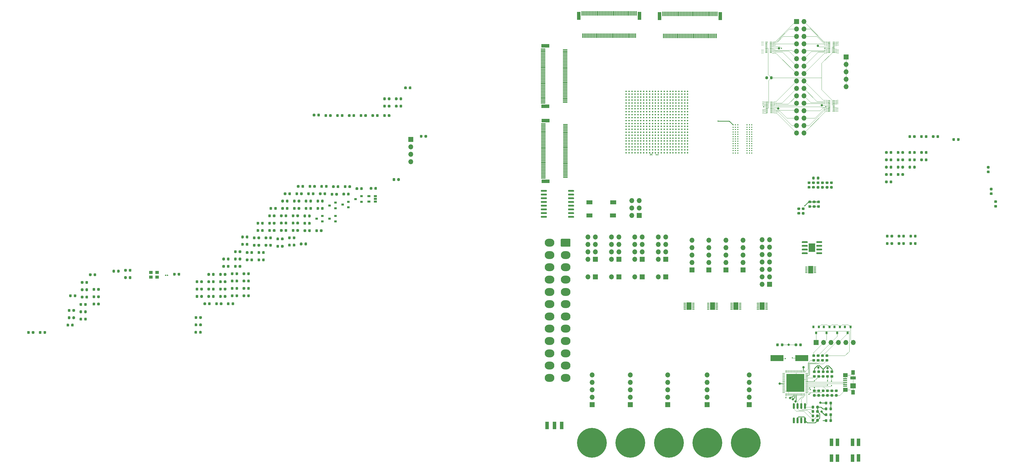
<source format=gbr>
%TF.GenerationSoftware,KiCad,Pcbnew,(5.1.6-dirty)*%
%TF.CreationDate,2020-08-28T22:36:31+02:00*%
%TF.ProjectId,FD,46442e6b-6963-4616-945f-706362585858,rev?*%
%TF.SameCoordinates,Original*%
%TF.FileFunction,Copper,L1,Top*%
%TF.FilePolarity,Positive*%
%FSLAX46Y46*%
G04 Gerber Fmt 4.6, Leading zero omitted, Abs format (unit mm)*
G04 Created by KiCad (PCBNEW (5.1.6-dirty)) date 2020-08-28 22:36:31*
%MOMM*%
%LPD*%
G01*
G04 APERTURE LIST*
%TA.AperFunction,SMDPad,CuDef*%
%ADD10C,0.500000*%
%TD*%
%TA.AperFunction,SMDPad,CuDef*%
%ADD11C,0.399500*%
%TD*%
%TA.AperFunction,SMDPad,CuDef*%
%ADD12R,1.380000X0.450000*%
%TD*%
%TA.AperFunction,SMDPad,CuDef*%
%ADD13R,1.550000X1.425000*%
%TD*%
%TA.AperFunction,SMDPad,CuDef*%
%ADD14R,1.300000X1.650000*%
%TD*%
%TA.AperFunction,SMDPad,CuDef*%
%ADD15R,1.900000X1.800000*%
%TD*%
%TA.AperFunction,SMDPad,CuDef*%
%ADD16R,1.900000X1.000000*%
%TD*%
%TA.AperFunction,SMDPad,CuDef*%
%ADD17R,0.800000X0.900000*%
%TD*%
%TA.AperFunction,ComponentPad*%
%ADD18O,3.300000X2.700000*%
%TD*%
%TA.AperFunction,ComponentPad*%
%ADD19R,1.700000X1.700000*%
%TD*%
%TA.AperFunction,ComponentPad*%
%ADD20O,1.700000X1.700000*%
%TD*%
%TA.AperFunction,ComponentPad*%
%ADD21C,10.160000*%
%TD*%
%TA.AperFunction,SMDPad,CuDef*%
%ADD22R,1.200000X2.750000*%
%TD*%
%TA.AperFunction,SMDPad,CuDef*%
%ADD23R,0.300000X1.550000*%
%TD*%
%TA.AperFunction,SMDPad,CuDef*%
%ADD24R,1.550000X0.300000*%
%TD*%
%TA.AperFunction,SMDPad,CuDef*%
%ADD25R,2.750000X1.200000*%
%TD*%
%TA.AperFunction,SMDPad,CuDef*%
%ADD26R,0.900000X0.800000*%
%TD*%
%TA.AperFunction,SMDPad,CuDef*%
%ADD27R,0.200000X0.200000*%
%TD*%
%TA.AperFunction,SMDPad,CuDef*%
%ADD28R,1.250000X2.500000*%
%TD*%
%TA.AperFunction,SMDPad,CuDef*%
%ADD29R,2.100000X1.400000*%
%TD*%
%TA.AperFunction,SMDPad,CuDef*%
%ADD30R,6.100000X6.100000*%
%TD*%
%TA.AperFunction,SMDPad,CuDef*%
%ADD31R,0.270000X0.850000*%
%TD*%
%TA.AperFunction,SMDPad,CuDef*%
%ADD32R,0.850000X0.270000*%
%TD*%
%TA.AperFunction,SMDPad,CuDef*%
%ADD33R,1.700000X2.500000*%
%TD*%
%TA.AperFunction,SMDPad,CuDef*%
%ADD34R,1.060000X0.650000*%
%TD*%
%TA.AperFunction,SMDPad,CuDef*%
%ADD35R,1.200000X2.500000*%
%TD*%
%TA.AperFunction,SMDPad,CuDef*%
%ADD36R,2.290000X3.000000*%
%TD*%
%TA.AperFunction,ViaPad*%
%ADD37C,0.500000*%
%TD*%
%TA.AperFunction,SMDPad,CuDef*%
%ADD38R,0.780000X0.220000*%
%TD*%
%TA.AperFunction,SMDPad,CuDef*%
%ADD39R,0.880000X0.220000*%
%TD*%
%TA.AperFunction,SMDPad,CuDef*%
%ADD40R,1.300000X1.100000*%
%TD*%
%TA.AperFunction,SMDPad,CuDef*%
%ADD41R,4.500000X2.000000*%
%TD*%
%TA.AperFunction,ViaPad*%
%ADD42C,0.450000*%
%TD*%
%TA.AperFunction,ViaPad*%
%ADD43C,0.800000*%
%TD*%
%TA.AperFunction,Conductor*%
%ADD44C,0.090000*%
%TD*%
%TA.AperFunction,Conductor*%
%ADD45C,0.290068*%
%TD*%
%TA.AperFunction,Conductor*%
%ADD46C,0.250000*%
%TD*%
%TA.AperFunction,Conductor*%
%ADD47C,0.215900*%
%TD*%
G04 APERTURE END LIST*
D10*
%TO.P,U11,A1*%
%TO.N,/fpga-io/b35_1_N*%
X168510000Y-71520000D03*
%TO.P,U11,A2*%
%TO.N,GND*%
X168510000Y-70520000D03*
%TO.P,U11,A3*%
X168510000Y-69520000D03*
%TO.P,U11,A4*%
%TO.N,Net-(C59-Pad1)*%
X168510000Y-68520000D03*
%TO.P,U11,A5*%
%TO.N,GND*%
X168510000Y-67520000D03*
%TO.P,U11,A6*%
%TO.N,Net-(C61-Pad1)*%
X168510000Y-66520000D03*
%TO.P,U11,A7*%
%TO.N,GND*%
X168510000Y-65520000D03*
%TO.P,U11,A8*%
%TO.N,MGTPRX0_N*%
X168510000Y-64520000D03*
%TO.P,U11,A9*%
%TO.N,GND*%
X168510000Y-63520000D03*
%TO.P,U11,A10*%
%TO.N,MGTPRX2_N*%
X168510000Y-62520000D03*
%TO.P,U11,A11*%
%TO.N,GND*%
X168510000Y-61520000D03*
%TO.P,U11,A12*%
X168510000Y-60520000D03*
%TO.P,U11,A13*%
%TO.N,/fpga-io/b16_10_P*%
X168510000Y-59520000D03*
%TO.P,U11,A14*%
%TO.N,/fpga-io/b16_10_N*%
X168510000Y-58520000D03*
%TO.P,U11,A15*%
%TO.N,/fpga-io/b16_9_P*%
X168510000Y-57520000D03*
%TO.P,U11,A16*%
%TO.N,/fpga-io/b16_9_N*%
X168510000Y-56520000D03*
%TO.P,U11,A17*%
%TO.N,VCCFPGA_S1_VARIABLE_V2*%
X168510000Y-55520000D03*
%TO.P,U11,A18*%
%TO.N,/fpga-io/b16_17_P*%
X168510000Y-54520000D03*
%TO.P,U11,A19*%
%TO.N,/fpga-io/b16_17_N*%
X168510000Y-53520000D03*
%TO.P,U11,A20*%
%TO.N,/fpga-io/b16_16_N*%
X168510000Y-52520000D03*
%TO.P,U11,A21*%
%TO.N,/fpga-io/b16_21_N*%
X168510000Y-51520000D03*
%TO.P,U11,A22*%
%TO.N,GND*%
X168510000Y-50520000D03*
%TO.P,U11,B1*%
%TO.N,/fpga-io/b35_1_P*%
X169510000Y-71520000D03*
%TO.P,U11,B2*%
%TO.N,/fpga-io/b35_2_N*%
X169510000Y-70520000D03*
%TO.P,U11,B3*%
%TO.N,GND*%
X169510000Y-69520000D03*
%TO.P,U11,B4*%
%TO.N,Net-(C53-Pad1)*%
X169510000Y-68520000D03*
%TO.P,U11,B5*%
%TO.N,VCCFPGA_S1_MGT*%
X169510000Y-67520000D03*
%TO.P,U11,B6*%
%TO.N,Net-(C55-Pad1)*%
X169510000Y-66520000D03*
%TO.P,U11,B7*%
%TO.N,VCCFPGA_S1_MGT*%
X169510000Y-65520000D03*
%TO.P,U11,B8*%
%TO.N,MGTPRX0_P*%
X169510000Y-64520000D03*
%TO.P,U11,B9*%
%TO.N,VCCFPGA_S1_MGT*%
X169510000Y-63520000D03*
%TO.P,U11,B10*%
%TO.N,MGTPRX2_P*%
X169510000Y-62520000D03*
%TO.P,U11,B11*%
%TO.N,VCCFPGA_S1_MGT*%
X169510000Y-61520000D03*
%TO.P,U11,B12*%
%TO.N,GND*%
X169510000Y-60520000D03*
%TO.P,U11,B13*%
%TO.N,/fpga-io/b16_8_N*%
X169510000Y-59520000D03*
%TO.P,U11,B14*%
%TO.N,VCCFPGA_S1_VARIABLE_V2*%
X169510000Y-58520000D03*
%TO.P,U11,B15*%
%TO.N,/fpga-io/b16_7_P*%
X169510000Y-57520000D03*
%TO.P,U11,B16*%
%TO.N,/fpga-io/b16_7_N*%
X169510000Y-56520000D03*
%TO.P,U11,B17*%
%TO.N,/fpga-io/b16_11_P*%
X169510000Y-55520000D03*
%TO.P,U11,B18*%
%TO.N,/fpga-io/b16_11_N*%
X169510000Y-54520000D03*
%TO.P,U11,B19*%
%TO.N,GND*%
X169510000Y-53520000D03*
%TO.P,U11,B20*%
%TO.N,/fpga-io/b16_16_P*%
X169510000Y-52520000D03*
%TO.P,U11,B21*%
%TO.N,/fpga-io/b16_21_P*%
X169510000Y-51520000D03*
%TO.P,U11,B22*%
%TO.N,/fpga-io/b16_20_N*%
X169510000Y-50520000D03*
%TO.P,U11,C1*%
%TO.N,VCCFPGA_S1_VARIABLE_V4*%
X170510000Y-71520000D03*
%TO.P,U11,C2*%
%TO.N,/fpga-io/b35_2_P*%
X170510000Y-70520000D03*
%TO.P,U11,C3*%
%TO.N,GND*%
X170510000Y-69520000D03*
%TO.P,U11,C4*%
%TO.N,VCCFPGA_S1_MGT*%
X170510000Y-68520000D03*
%TO.P,U11,C5*%
%TO.N,Net-(C60-Pad1)*%
X170510000Y-67520000D03*
%TO.P,U11,C6*%
%TO.N,GND*%
X170510000Y-66520000D03*
%TO.P,U11,C7*%
%TO.N,Net-(C62-Pad1)*%
X170510000Y-65520000D03*
%TO.P,U11,C8*%
%TO.N,VCCFPGA_S1_MGT*%
X170510000Y-64520000D03*
%TO.P,U11,C9*%
%TO.N,MGTPRX3_N*%
X170510000Y-63520000D03*
%TO.P,U11,C10*%
%TO.N,GND*%
X170510000Y-62520000D03*
%TO.P,U11,C11*%
%TO.N,MGTPRX1_N*%
X170510000Y-61520000D03*
%TO.P,U11,C12*%
%TO.N,GND*%
X170510000Y-60520000D03*
%TO.P,U11,C13*%
%TO.N,/fpga-io/b16_8_P*%
X170510000Y-59520000D03*
%TO.P,U11,C14*%
%TO.N,/fpga-io/b16_3_P*%
X170510000Y-58520000D03*
%TO.P,U11,C15*%
%TO.N,/fpga-io/b16_3_N*%
X170510000Y-57520000D03*
%TO.P,U11,C16*%
%TO.N,GND*%
X170510000Y-56520000D03*
%TO.P,U11,C17*%
%TO.N,/fpga-io/b16_12_N*%
X170510000Y-55520000D03*
%TO.P,U11,C18*%
%TO.N,/fpga-io/b16_13_P*%
X170510000Y-54520000D03*
%TO.P,U11,C19*%
%TO.N,/fpga-io/b16_13_N*%
X170510000Y-53520000D03*
%TO.P,U11,C20*%
%TO.N,VCCFPGA_S1_VREF_V2*%
X170510000Y-52520000D03*
%TO.P,U11,C21*%
%TO.N,VCCFPGA_S1_VARIABLE_V2*%
X170510000Y-51520000D03*
%TO.P,U11,C22*%
%TO.N,/fpga-io/b16_20_P*%
X170510000Y-50520000D03*
%TO.P,U11,D1*%
%TO.N,/fpga-io/b35_3_N*%
X171510000Y-71520000D03*
%TO.P,U11,D2*%
%TO.N,/fpga-io/b35_4_N*%
X171510000Y-70520000D03*
%TO.P,U11,D3*%
%TO.N,GND*%
X171510000Y-69520000D03*
%TO.P,U11,D4*%
X171510000Y-68520000D03*
%TO.P,U11,D5*%
%TO.N,Net-(C54-Pad1)*%
X171510000Y-67520000D03*
%TO.P,U11,D6*%
%TO.N,VCCBRAM*%
X171510000Y-66520000D03*
%TO.P,U11,D7*%
%TO.N,Net-(C56-Pad1)*%
X171510000Y-65520000D03*
%TO.P,U11,D8*%
%TO.N,GND*%
X171510000Y-64520000D03*
%TO.P,U11,D9*%
%TO.N,MGTPRX3_P*%
X171510000Y-63520000D03*
%TO.P,U11,D10*%
%TO.N,VCCBRAM*%
X171510000Y-62520000D03*
%TO.P,U11,D11*%
%TO.N,MGTPRX1_P*%
X171510000Y-61520000D03*
%TO.P,U11,D12*%
%TO.N,GND*%
X171510000Y-60520000D03*
%TO.P,U11,D13*%
X171510000Y-59520000D03*
%TO.P,U11,D14*%
%TO.N,Net-(J28-Pad35)*%
X171510000Y-58520000D03*
%TO.P,U11,D15*%
%TO.N,VCCFPGA_S1_VREF_V2*%
X171510000Y-57520000D03*
%TO.P,U11,D16*%
%TO.N,/fpga-io/b16_5_N*%
X171510000Y-56520000D03*
%TO.P,U11,D17*%
%TO.N,/fpga-io/b16_12_P*%
X171510000Y-55520000D03*
%TO.P,U11,D18*%
%TO.N,VCCFPGA_S1_VARIABLE_V2*%
X171510000Y-54520000D03*
%TO.P,U11,D19*%
%TO.N,/fpga-io/b16_14_N*%
X171510000Y-53520000D03*
%TO.P,U11,D20*%
%TO.N,Net-(J28-Pad45)*%
X171510000Y-52520000D03*
%TO.P,U11,D21*%
%TO.N,/fpga-io/b16_23_N*%
X171510000Y-51520000D03*
%TO.P,U11,D22*%
%TO.N,/fpga-io/b16_22_N*%
X171510000Y-50520000D03*
%TO.P,U11,E1*%
%TO.N,/fpga-io/b35_3_P*%
X172510000Y-71520000D03*
%TO.P,U11,E2*%
%TO.N,/fpga-io/b35_4_P*%
X172510000Y-70520000D03*
%TO.P,U11,E3*%
%TO.N,VCCFPGA_S1_VREF_V4*%
X172510000Y-69520000D03*
%TO.P,U11,E4*%
%TO.N,GND*%
X172510000Y-68520000D03*
%TO.P,U11,E5*%
X172510000Y-67520000D03*
%TO.P,U11,E6*%
%TO.N,Net-(C63-Pad1)*%
X172510000Y-66520000D03*
%TO.P,U11,E7*%
%TO.N,GND*%
X172510000Y-65520000D03*
%TO.P,U11,E8*%
%TO.N,VCCBRAM*%
X172510000Y-64520000D03*
%TO.P,U11,E9*%
%TO.N,GND*%
X172510000Y-63520000D03*
%TO.P,U11,E10*%
%TO.N,Net-(C64-Pad1)*%
X172510000Y-62520000D03*
%TO.P,U11,E11*%
%TO.N,GND*%
X172510000Y-61520000D03*
%TO.P,U11,E12*%
%TO.N,VCCAUX*%
X172510000Y-60520000D03*
%TO.P,U11,E13*%
%TO.N,/fpga-io/b16_4_P*%
X172510000Y-59520000D03*
%TO.P,U11,E14*%
%TO.N,/fpga-io/b16_4_N*%
X172510000Y-58520000D03*
%TO.P,U11,E15*%
%TO.N,VCCFPGA_S1_VARIABLE_V2*%
X172510000Y-57520000D03*
%TO.P,U11,E16*%
%TO.N,/fpga-io/b16_5_P*%
X172510000Y-56520000D03*
%TO.P,U11,E17*%
%TO.N,/fpga-io/b16_2_N*%
X172510000Y-55520000D03*
%TO.P,U11,E18*%
%TO.N,/fpga-io/b16_15_N*%
X172510000Y-54520000D03*
%TO.P,U11,E19*%
%TO.N,/fpga-io/b16_14_P*%
X172510000Y-53520000D03*
%TO.P,U11,E20*%
%TO.N,GND*%
X172510000Y-52520000D03*
%TO.P,U11,E21*%
%TO.N,/fpga-io/b16_23_P*%
X172510000Y-51520000D03*
%TO.P,U11,E22*%
%TO.N,/fpga-io/b16_22_P*%
X172510000Y-50520000D03*
%TO.P,U11,F1*%
%TO.N,/fpga-io/b35_5_N*%
X173510000Y-71520000D03*
%TO.P,U11,F2*%
%TO.N,VCCFPGA_S1_VARIABLE_V4*%
X173510000Y-70520000D03*
%TO.P,U11,F3*%
%TO.N,Net-(J27-Pad35)*%
X173510000Y-69520000D03*
%TO.P,U11,F4*%
%TO.N,Net-(J27-Pad70)*%
X173510000Y-68520000D03*
%TO.P,U11,F5*%
%TO.N,GND*%
X173510000Y-67520000D03*
%TO.P,U11,F6*%
%TO.N,Net-(C57-Pad1)*%
X173510000Y-66520000D03*
%TO.P,U11,F7*%
%TO.N,VCCBRAM*%
X173510000Y-65520000D03*
%TO.P,U11,F8*%
%TO.N,Net-(R48-Pad2)*%
X173510000Y-64520000D03*
%TO.P,U11,F9*%
%TO.N,VCCBRAM*%
X173510000Y-63520000D03*
%TO.P,U11,F10*%
%TO.N,Net-(C58-Pad1)*%
X173510000Y-62520000D03*
%TO.P,U11,F11*%
%TO.N,GND*%
X173510000Y-61520000D03*
%TO.P,U11,F12*%
%TO.N,VCCFPGA_S1_VCCO_CONFIG*%
X173510000Y-60520000D03*
%TO.P,U11,F13*%
%TO.N,/fpga-io/b16_1_P*%
X173510000Y-59520000D03*
%TO.P,U11,F14*%
%TO.N,/fpga-io/b16_1_N*%
X173510000Y-58520000D03*
%TO.P,U11,F15*%
%TO.N,Net-(J28-Pad70)*%
X173510000Y-57520000D03*
%TO.P,U11,F16*%
%TO.N,/fpga-io/b16_2_P*%
X173510000Y-56520000D03*
%TO.P,U11,F17*%
%TO.N,GND*%
X173510000Y-55520000D03*
%TO.P,U11,F18*%
%TO.N,/fpga-io/b16_15_P*%
X173510000Y-54520000D03*
%TO.P,U11,F19*%
%TO.N,/fpga-io/b16_18_P*%
X173510000Y-53520000D03*
%TO.P,U11,F20*%
%TO.N,/fpga-io/b16_18_N*%
X173510000Y-52520000D03*
%TO.P,U11,F21*%
%TO.N,Net-(J28-Pad38)*%
X173510000Y-51520000D03*
%TO.P,U11,F22*%
%TO.N,VCCFPGA_S1_VARIABLE_V2*%
X173510000Y-50520000D03*
%TO.P,U11,G1*%
%TO.N,/fpga-io/b35_5_P*%
X174510000Y-71520000D03*
%TO.P,U11,G2*%
%TO.N,/fpga-io/b35_8_N*%
X174510000Y-70520000D03*
%TO.P,U11,G3*%
%TO.N,/fpga-io/b35_11_N*%
X174510000Y-69520000D03*
%TO.P,U11,G4*%
%TO.N,/fpga-io/b35_12_N*%
X174510000Y-68520000D03*
%TO.P,U11,G5*%
%TO.N,GND*%
X174510000Y-67520000D03*
%TO.P,U11,G6*%
X174510000Y-66520000D03*
%TO.P,U11,G7*%
X174510000Y-65520000D03*
%TO.P,U11,G8*%
X174510000Y-64520000D03*
%TO.P,U11,G9*%
X174510000Y-63520000D03*
%TO.P,U11,G10*%
X174510000Y-62520000D03*
%TO.P,U11,G11*%
%TO.N,Net-(R61-Pad2)*%
X174510000Y-61520000D03*
%TO.P,U11,G12*%
%TO.N,GND*%
X174510000Y-60520000D03*
%TO.P,U11,G13*%
%TO.N,/fpga-io/b15_1_N*%
X174510000Y-59520000D03*
%TO.P,U11,G14*%
%TO.N,GND*%
X174510000Y-58520000D03*
%TO.P,U11,G15*%
%TO.N,/fpga-io/b15_2_P*%
X174510000Y-57520000D03*
%TO.P,U11,G16*%
%TO.N,/fpga-io/b15_2_N*%
X174510000Y-56520000D03*
%TO.P,U11,G17*%
%TO.N,/fpga-io/b15_4_P*%
X174510000Y-55520000D03*
%TO.P,U11,G18*%
%TO.N,/fpga-io/b15_4_N*%
X174510000Y-54520000D03*
%TO.P,U11,G19*%
%TO.N,VCCFPGA_S1_VARIABLE_V3*%
X174510000Y-53520000D03*
%TO.P,U11,G20*%
%TO.N,/fpga-io/b15_8_N*%
X174510000Y-52520000D03*
%TO.P,U11,G21*%
%TO.N,Net-(U11-PadG21)*%
X174510000Y-51520000D03*
%TO.P,U11,G22*%
%TO.N,Net-(U11-PadG22)*%
X174510000Y-50520000D03*
%TO.P,U11,H1*%
%TO.N,GND*%
X175510000Y-71520000D03*
%TO.P,U11,H2*%
%TO.N,/fpga-io/b35_8_P*%
X175510000Y-70520000D03*
%TO.P,U11,H3*%
%TO.N,/fpga-io/b35_11_P*%
X175510000Y-69520000D03*
%TO.P,U11,H4*%
%TO.N,/fpga-io/b35_12_P*%
X175510000Y-68520000D03*
%TO.P,U11,H5*%
%TO.N,/fpga-io/b35_10_N*%
X175510000Y-67520000D03*
%TO.P,U11,H6*%
%TO.N,VCCFPGA_S1_VARIABLE_V4*%
X175510000Y-66520000D03*
%TO.P,U11,H7*%
%TO.N,GND*%
X175510000Y-65520000D03*
%TO.P,U11,H8*%
%TO.N,VCCBRAM*%
X175510000Y-64520000D03*
%TO.P,U11,H9*%
%TO.N,GND*%
X175510000Y-63520000D03*
%TO.P,U11,H10*%
%TO.N,VCCBRAM*%
X175510000Y-62520000D03*
%TO.P,U11,H11*%
%TO.N,GND*%
X175510000Y-61520000D03*
%TO.P,U11,H12*%
%TO.N,VCCAUX*%
X175510000Y-60520000D03*
%TO.P,U11,H13*%
%TO.N,/fpga-io/b15_1_P*%
X175510000Y-59520000D03*
%TO.P,U11,H14*%
%TO.N,/fpga-io/b15_3_N*%
X175510000Y-58520000D03*
%TO.P,U11,H15*%
%TO.N,/fpga-io/b15_5_N*%
X175510000Y-57520000D03*
%TO.P,U11,H16*%
%TO.N,VCCFPGA_S1_VARIABLE_V3*%
X175510000Y-56520000D03*
%TO.P,U11,H17*%
%TO.N,Net-(J25-Pad35)*%
X175510000Y-55520000D03*
%TO.P,U11,H18*%
%TO.N,VCCFPGA_S1_VREF_V3*%
X175510000Y-54520000D03*
%TO.P,U11,H19*%
%TO.N,/fpga-io/b15_12_N*%
X175510000Y-53520000D03*
%TO.P,U11,H20*%
%TO.N,/fpga-io/b15_8_P*%
X175510000Y-52520000D03*
%TO.P,U11,H21*%
%TO.N,GND*%
X175510000Y-51520000D03*
%TO.P,U11,H22*%
%TO.N,/fpga-io/b15_7_N*%
X175510000Y-50520000D03*
%TO.P,U11,J1*%
%TO.N,/fpga-io/b35_7_N*%
X176510000Y-71520000D03*
%TO.P,U11,J2*%
%TO.N,/fpga-io/b35_9_N*%
X176510000Y-70520000D03*
%TO.P,U11,J3*%
%TO.N,VCCFPGA_S1_VARIABLE_V4*%
X176510000Y-69520000D03*
%TO.P,U11,J4*%
%TO.N,/fpga-io/b35_13_N*%
X176510000Y-68520000D03*
%TO.P,U11,J5*%
%TO.N,/fpga-io/b35_10_P*%
X176510000Y-67520000D03*
%TO.P,U11,J6*%
%TO.N,/fpga-io/b35_17_N*%
X176510000Y-66520000D03*
%TO.P,U11,J7*%
%TO.N,VCCBRAM*%
X176510000Y-65520000D03*
%TO.P,U11,J8*%
%TO.N,GND*%
X176510000Y-64520000D03*
%TO.P,U11,J9*%
%TO.N,VCCBRAM*%
X176510000Y-63520000D03*
%TO.P,U11,J10*%
%TO.N,GND*%
X176510000Y-62520000D03*
%TO.P,U11,J11*%
%TO.N,VCCBRAM*%
X176510000Y-61520000D03*
%TO.P,U11,J12*%
%TO.N,GND*%
X176510000Y-60520000D03*
%TO.P,U11,J13*%
%TO.N,VCCFPGA_S1_VARIABLE_V3*%
X176510000Y-59520000D03*
%TO.P,U11,J14*%
%TO.N,/fpga-io/b15_3_P*%
X176510000Y-58520000D03*
%TO.P,U11,J15*%
%TO.N,/fpga-io/b15_5_P*%
X176510000Y-57520000D03*
%TO.P,U11,J16*%
%TO.N,Net-(J25-Pad70)*%
X176510000Y-56520000D03*
%TO.P,U11,J17*%
%TO.N,/fpga-io/b15_21_N*%
X176510000Y-55520000D03*
%TO.P,U11,J18*%
%TO.N,GND*%
X176510000Y-54520000D03*
%TO.P,U11,J19*%
%TO.N,/fpga-io/b15_12_P*%
X176510000Y-53520000D03*
%TO.P,U11,J20*%
%TO.N,/fpga-io/b15_11_P*%
X176510000Y-52520000D03*
%TO.P,U11,J21*%
%TO.N,/fpga-io/b15_11_N*%
X176510000Y-51520000D03*
%TO.P,U11,J22*%
%TO.N,/fpga-io/b15_7_P*%
X176510000Y-50520000D03*
%TO.P,U11,K1*%
%TO.N,/fpga-io/b35_7_P*%
X177510000Y-71520000D03*
%TO.P,U11,K2*%
%TO.N,/fpga-io/b35_9_P*%
X177510000Y-70520000D03*
%TO.P,U11,K3*%
%TO.N,/fpga-io/b35_14_N*%
X177510000Y-69520000D03*
%TO.P,U11,K4*%
%TO.N,/fpga-io/b35_13_P*%
X177510000Y-68520000D03*
%TO.P,U11,K5*%
%TO.N,GND*%
X177510000Y-67520000D03*
%TO.P,U11,K6*%
%TO.N,/fpga-io/b35_17_P*%
X177510000Y-66520000D03*
%TO.P,U11,K7*%
%TO.N,GND*%
X177510000Y-65520000D03*
%TO.P,U11,K8*%
%TO.N,VCCBRAM*%
X177510000Y-64520000D03*
%TO.P,U11,K9*%
%TO.N,GND*%
X177510000Y-63520000D03*
%TO.P,U11,K10*%
%TO.N,VCCAUX*%
X177510000Y-62520000D03*
%TO.P,U11,K11*%
%TO.N,GND*%
X177510000Y-61520000D03*
%TO.P,U11,K12*%
%TO.N,VCCAUX*%
X177510000Y-60520000D03*
%TO.P,U11,K13*%
%TO.N,Net-(J25-Pad45)*%
X177510000Y-59520000D03*
%TO.P,U11,K14*%
%TO.N,VCCFPGA_S1_VREF_V3*%
X177510000Y-58520000D03*
%TO.P,U11,K15*%
%TO.N,GND*%
X177510000Y-57520000D03*
%TO.P,U11,K16*%
%TO.N,/fpga-io/b15_23_N*%
X177510000Y-56520000D03*
%TO.P,U11,K17*%
%TO.N,/fpga-io/b15_21_P*%
X177510000Y-55520000D03*
%TO.P,U11,K18*%
%TO.N,/fpga-io/b15_13_P*%
X177510000Y-54520000D03*
%TO.P,U11,K19*%
%TO.N,/fpga-io/b15_13_N*%
X177510000Y-53520000D03*
%TO.P,U11,K20*%
%TO.N,VCCFPGA_S1_VARIABLE_V3*%
X177510000Y-52520000D03*
%TO.P,U11,K21*%
%TO.N,/fpga-io/b15_9_P*%
X177510000Y-51520000D03*
%TO.P,U11,K22*%
%TO.N,/fpga-io/b15_9_N*%
X177510000Y-50520000D03*
%TO.P,U11,L1*%
%TO.N,/fpga-io/b35_15_N*%
X178510000Y-71520000D03*
%TO.P,U11,L2*%
%TO.N,GND*%
X178510000Y-70520000D03*
%TO.P,U11,L3*%
%TO.N,/fpga-io/b35_14_P*%
X178510000Y-69520000D03*
%TO.P,U11,L4*%
%TO.N,/fpga-io/b35_18_N*%
X178510000Y-68520000D03*
%TO.P,U11,L5*%
%TO.N,/fpga-io/b35_18_P*%
X178510000Y-67520000D03*
%TO.P,U11,L6*%
%TO.N,Net-(J27-Pad38)*%
X178510000Y-66520000D03*
%TO.P,U11,L7*%
%TO.N,VCCBRAM*%
X178510000Y-65520000D03*
%TO.P,U11,L8*%
%TO.N,GND*%
X178510000Y-64520000D03*
%TO.P,U11,L9*%
X178510000Y-63520000D03*
%TO.P,U11,L10*%
%TO.N,Net-(R52-Pad2)*%
X178510000Y-62520000D03*
%TO.P,U11,L11*%
%TO.N,VCCBRAM*%
X178510000Y-61520000D03*
%TO.P,U11,L12*%
%TO.N,FLASH_CONFIG_CLK*%
X178510000Y-60520000D03*
%TO.P,U11,L13*%
%TO.N,/fpga-io/b15_20_N*%
X178510000Y-59520000D03*
%TO.P,U11,L14*%
%TO.N,/fpga-io/b15_22_P*%
X178510000Y-58520000D03*
%TO.P,U11,L15*%
%TO.N,/fpga-io/b15_22_N*%
X178510000Y-57520000D03*
%TO.P,U11,L16*%
%TO.N,/fpga-io/b15_23_P*%
X178510000Y-56520000D03*
%TO.P,U11,L17*%
%TO.N,VCCFPGA_S1_VARIABLE_V3*%
X178510000Y-55520000D03*
%TO.P,U11,L18*%
%TO.N,/fpga-io/b15_16_N*%
X178510000Y-54520000D03*
%TO.P,U11,L19*%
%TO.N,/fpga-io/b15_14_P*%
X178510000Y-53520000D03*
%TO.P,U11,L20*%
%TO.N,/fpga-io/b15_14_N*%
X178510000Y-52520000D03*
%TO.P,U11,L21*%
%TO.N,/fpga-io/b15_10_N*%
X178510000Y-51520000D03*
%TO.P,U11,L22*%
%TO.N,GND*%
X178510000Y-50520000D03*
%TO.P,U11,M1*%
%TO.N,/fpga-io/b35_15_P*%
X179510000Y-71520000D03*
%TO.P,U11,M2*%
%TO.N,/fpga-io/b35_16_N*%
X179510000Y-70520000D03*
%TO.P,U11,M3*%
%TO.N,/fpga-io/b35_16_P*%
X179510000Y-69520000D03*
%TO.P,U11,M4*%
%TO.N,VCCFPGA_S1_VARIABLE_V4*%
X179510000Y-68520000D03*
%TO.P,U11,M5*%
%TO.N,/fpga-io/b35_23_N*%
X179510000Y-67520000D03*
%TO.P,U11,M6*%
%TO.N,/fpga-io/b35_23_P*%
X179510000Y-66520000D03*
%TO.P,U11,M7*%
%TO.N,GND*%
X179510000Y-65520000D03*
%TO.P,U11,M8*%
%TO.N,VCCBRAM*%
X179510000Y-64520000D03*
%TO.P,U11,M9*%
%TO.N,Net-(R53-Pad2)*%
X179510000Y-63520000D03*
%TO.P,U11,M10*%
%TO.N,GND*%
X179510000Y-62520000D03*
%TO.P,U11,M11*%
X179510000Y-61520000D03*
%TO.P,U11,M12*%
%TO.N,VCCAUX*%
X179510000Y-60520000D03*
%TO.P,U11,M13*%
%TO.N,/fpga-io/b15_20_P*%
X179510000Y-59520000D03*
%TO.P,U11,M14*%
%TO.N,VCCFPGA_S1_VCCO_CONFIG*%
X179510000Y-58520000D03*
%TO.P,U11,M15*%
%TO.N,Net-(U11-PadM15)*%
X179510000Y-57520000D03*
%TO.P,U11,M16*%
%TO.N,Net-(U11-PadM16)*%
X179510000Y-56520000D03*
%TO.P,U11,M17*%
%TO.N,Net-(J25-Pad38)*%
X179510000Y-55520000D03*
%TO.P,U11,M18*%
%TO.N,/fpga-io/b15_16_P*%
X179510000Y-54520000D03*
%TO.P,U11,M19*%
%TO.N,GND*%
X179510000Y-53520000D03*
%TO.P,U11,M20*%
%TO.N,/fpga-io/b15_18_N*%
X179510000Y-52520000D03*
%TO.P,U11,M21*%
%TO.N,/fpga-io/b15_10_P*%
X179510000Y-51520000D03*
%TO.P,U11,M22*%
%TO.N,/fpga-io/b15_15_N*%
X179510000Y-50520000D03*
%TO.P,U11,N1*%
%TO.N,VCCFPGA_S1_VARIABLE_V4*%
X180510000Y-71520000D03*
%TO.P,U11,N2*%
%TO.N,/fpga-io/b35_22_N*%
X180510000Y-70520000D03*
%TO.P,U11,N3*%
%TO.N,VCCFPGA_S1_VREF_V4*%
X180510000Y-69520000D03*
%TO.P,U11,N4*%
%TO.N,Net-(J27-Pad45)*%
X180510000Y-68520000D03*
%TO.P,U11,N5*%
%TO.N,FPGA_SER_RX*%
X180510000Y-67520000D03*
%TO.P,U11,N6*%
%TO.N,GND*%
X180510000Y-66520000D03*
%TO.P,U11,N7*%
%TO.N,VCCBRAM*%
X180510000Y-65520000D03*
%TO.P,U11,N8*%
%TO.N,GND*%
X180510000Y-64520000D03*
%TO.P,U11,N9*%
%TO.N,Net-(U11-PadN9)*%
X180510000Y-63520000D03*
%TO.P,U11,N10*%
%TO.N,Net-(U11-PadN10)*%
X180510000Y-62520000D03*
%TO.P,U11,N11*%
%TO.N,VCCBRAM*%
X180510000Y-61520000D03*
%TO.P,U11,N12*%
%TO.N,Net-(R51-Pad2)*%
X180510000Y-60520000D03*
%TO.P,U11,N13*%
%TO.N,PE_DAS_MGT*%
X180510000Y-59520000D03*
%TO.P,U11,N14*%
%TO.N,PE_NCLKREQ_MGT*%
X180510000Y-58520000D03*
%TO.P,U11,N15*%
%TO.N,PE_PEDET_MGT*%
X180510000Y-57520000D03*
%TO.P,U11,N16*%
%TO.N,GND*%
X180510000Y-56520000D03*
%TO.P,U11,N17*%
%TO.N,Net-(RN6-Pad7)*%
X180510000Y-55520000D03*
%TO.P,U11,N18*%
%TO.N,/fpga-io/b15_17_P*%
X180510000Y-54520000D03*
%TO.P,U11,N19*%
%TO.N,/fpga-io/b15_17_N*%
X180510000Y-53520000D03*
%TO.P,U11,N20*%
%TO.N,/fpga-io/b15_18_P*%
X180510000Y-52520000D03*
%TO.P,U11,N21*%
%TO.N,VCCFPGA_S1_VARIABLE_V3*%
X180510000Y-51520000D03*
%TO.P,U11,N22*%
%TO.N,/fpga-io/b15_15_P*%
X180510000Y-50520000D03*
%TO.P,U11,P1*%
%TO.N,/fpga-io/b35_20_N*%
X181510000Y-71520000D03*
%TO.P,U11,P2*%
%TO.N,/fpga-io/b35_22_P*%
X181510000Y-70520000D03*
%TO.P,U11,P3*%
%TO.N,GND*%
X181510000Y-69520000D03*
%TO.P,U11,P4*%
%TO.N,/fpga-io/b35_21_N*%
X181510000Y-68520000D03*
%TO.P,U11,P5*%
%TO.N,/fpga-io/b35_21_P*%
X181510000Y-67520000D03*
%TO.P,U11,P6*%
%TO.N,FPGA_SER_TX*%
X181510000Y-66520000D03*
%TO.P,U11,P7*%
%TO.N,GND*%
X181510000Y-65520000D03*
%TO.P,U11,P8*%
%TO.N,VCCBRAM*%
X181510000Y-64520000D03*
%TO.P,U11,P9*%
%TO.N,GND*%
X181510000Y-63520000D03*
%TO.P,U11,P10*%
%TO.N,VCCBRAM*%
X181510000Y-62520000D03*
%TO.P,U11,P11*%
%TO.N,GND*%
X181510000Y-61520000D03*
%TO.P,U11,P12*%
%TO.N,VCCAUX*%
X181510000Y-60520000D03*
%TO.P,U11,P13*%
%TO.N,GND*%
X181510000Y-59520000D03*
%TO.P,U11,P14*%
%TO.N,Net-(RN5-Pad6)*%
X181510000Y-58520000D03*
%TO.P,U11,P15*%
%TO.N,Net-(RN6-Pad5)*%
X181510000Y-57520000D03*
%TO.P,U11,P16*%
%TO.N,PE_DEVSLP_MGT*%
X181510000Y-56520000D03*
%TO.P,U11,P17*%
%TO.N,Net-(RN6-Pad6)*%
X181510000Y-55520000D03*
%TO.P,U11,P18*%
%TO.N,VCCFPGA_S1_VCCO_CONFIG*%
X181510000Y-54520000D03*
%TO.P,U11,P19*%
%TO.N,Net-(RN7-Pad7)*%
X181510000Y-53520000D03*
%TO.P,U11,P20*%
%TO.N,PE_SUSCLK_MGT*%
X181510000Y-52520000D03*
%TO.P,U11,P21*%
%TO.N,FLASH_CONFIG_IO_2*%
X181510000Y-51520000D03*
%TO.P,U11,P22*%
%TO.N,FLASH_CONFIG_IO_0*%
X181510000Y-50520000D03*
%TO.P,U11,R1*%
%TO.N,/fpga-io/b35_20_P*%
X182510000Y-71520000D03*
%TO.P,U11,R2*%
%TO.N,Net-(U11-PadR2)*%
X182510000Y-70520000D03*
%TO.P,U11,R3*%
%TO.N,DDR_A1*%
X182510000Y-69520000D03*
%TO.P,U11,R4*%
%TO.N,Net-(U11-PadR4)*%
X182510000Y-68520000D03*
%TO.P,U11,R5*%
%TO.N,VCCDDR_1.35V*%
X182510000Y-67520000D03*
%TO.P,U11,R6*%
%TO.N,DDR_TDQS_P*%
X182510000Y-66520000D03*
%TO.P,U11,R7*%
%TO.N,VCCBRAM*%
X182510000Y-65520000D03*
%TO.P,U11,R8*%
%TO.N,GND*%
X182510000Y-64520000D03*
%TO.P,U11,R9*%
%TO.N,VCCBRAM*%
X182510000Y-63520000D03*
%TO.P,U11,R10*%
%TO.N,GND*%
X182510000Y-62520000D03*
%TO.P,U11,R11*%
%TO.N,VCCAUX*%
X182510000Y-61520000D03*
%TO.P,U11,R12*%
%TO.N,GND*%
X182510000Y-60520000D03*
%TO.P,U11,R13*%
%TO.N,Net-(D5-Pad1)*%
X182510000Y-59520000D03*
%TO.P,U11,R14*%
%TO.N,VCCFPGA_S1_VCCO_1.8v*%
X182510000Y-58520000D03*
%TO.P,U11,R15*%
%TO.N,VCCFPGA_S1_VCCO_CONFIG*%
X182510000Y-57520000D03*
%TO.P,U11,R16*%
%TO.N,PE_NWAKE_MGT*%
X182510000Y-56520000D03*
%TO.P,U11,R17*%
%TO.N,PE_NRST_MGT*%
X182510000Y-55520000D03*
%TO.P,U11,R18*%
%TO.N,Net-(RN5-Pad5)*%
X182510000Y-54520000D03*
%TO.P,U11,R19*%
%TO.N,Net-(RN7-Pad6)*%
X182510000Y-53520000D03*
%TO.P,U11,R20*%
%TO.N,GND*%
X182510000Y-52520000D03*
%TO.P,U11,R21*%
%TO.N,FLASH_CONFIG_IO_3*%
X182510000Y-51520000D03*
%TO.P,U11,R22*%
%TO.N,FLASH_CONFIG_IO_1*%
X182510000Y-50520000D03*
%TO.P,U11,T1*%
%TO.N,DDR_A8*%
X183510000Y-71520000D03*
%TO.P,U11,T2*%
%TO.N,VCCDDR_1.35V*%
X183510000Y-70520000D03*
%TO.P,U11,T3*%
%TO.N,DDR_A4*%
X183510000Y-69520000D03*
%TO.P,U11,T4*%
%TO.N,Net-(U11-PadT4)*%
X183510000Y-68520000D03*
%TO.P,U11,T5*%
%TO.N,DDR_DQS_P*%
X183510000Y-67520000D03*
%TO.P,U11,T6*%
%TO.N,DDR_TDQS_N*%
X183510000Y-66520000D03*
%TO.P,U11,T7*%
%TO.N,GND*%
X183510000Y-65520000D03*
%TO.P,U11,T8*%
%TO.N,VCCBRAM*%
X183510000Y-64520000D03*
%TO.P,U11,T9*%
%TO.N,GND*%
X183510000Y-63520000D03*
%TO.P,U11,T10*%
%TO.N,VCCBRAM*%
X183510000Y-62520000D03*
%TO.P,U11,T11*%
%TO.N,GND*%
X183510000Y-61520000D03*
%TO.P,U11,T12*%
%TO.N,VCCFPGA_S1_VCCO_CONFIG*%
X183510000Y-60520000D03*
%TO.P,U11,T13*%
%TO.N,Net-(D7-Pad1)*%
X183510000Y-59520000D03*
%TO.P,U11,T14*%
%TO.N,Net-(U11-PadT14)*%
X183510000Y-58520000D03*
%TO.P,U11,T15*%
%TO.N,Net-(U11-PadT15)*%
X183510000Y-57520000D03*
%TO.P,U11,T16*%
%TO.N,Net-(U11-PadT16)*%
X183510000Y-56520000D03*
%TO.P,U11,T17*%
%TO.N,GND*%
X183510000Y-55520000D03*
%TO.P,U11,T18*%
%TO.N,Net-(RN6-Pad8)*%
X183510000Y-54520000D03*
%TO.P,U11,T19*%
%TO.N,FLASH_CONFIG_CS*%
X183510000Y-53520000D03*
%TO.P,U11,T20*%
%TO.N,VCCFPGA_S1_VCCO_1.8v*%
X183510000Y-52520000D03*
%TO.P,U11,T21*%
%TO.N,VTRANS_OE*%
X183510000Y-51520000D03*
%TO.P,U11,T22*%
%TO.N,VCCFPGA_S1_VCCO_CONFIG*%
X183510000Y-50520000D03*
%TO.P,U11,U1*%
%TO.N,DDR_A14*%
X184510000Y-71520000D03*
%TO.P,U11,U2*%
%TO.N,Net-(U11-PadU2)*%
X184510000Y-70520000D03*
%TO.P,U11,U3*%
%TO.N,DDR_A6*%
X184510000Y-69520000D03*
%TO.P,U11,U4*%
%TO.N,GND*%
X184510000Y-68520000D03*
%TO.P,U11,U5*%
%TO.N,DDR_DQS_N*%
X184510000Y-67520000D03*
%TO.P,U11,U6*%
%TO.N,DDR_CK_P*%
X184510000Y-66520000D03*
%TO.P,U11,U7*%
%TO.N,DDR_DQ3*%
X184510000Y-65520000D03*
%TO.P,U11,U8*%
%TO.N,GND*%
X184510000Y-64520000D03*
%TO.P,U11,U9*%
%TO.N,Net-(J33-Pad3)*%
X184510000Y-63520000D03*
%TO.P,U11,U10*%
%TO.N,Net-(J33-Pad2)*%
X184510000Y-62520000D03*
%TO.P,U11,U11*%
%TO.N,Net-(J33-Pad1)*%
X184510000Y-61520000D03*
%TO.P,U11,U12*%
%TO.N,Net-(R50-Pad2)*%
X184510000Y-60520000D03*
%TO.P,U11,U13*%
%TO.N,Net-(D6-Pad1)*%
X184510000Y-59520000D03*
%TO.P,U11,U14*%
%TO.N,GND*%
X184510000Y-58520000D03*
%TO.P,U11,U15*%
%TO.N,Net-(U11-PadU15)*%
X184510000Y-57520000D03*
%TO.P,U11,U16*%
%TO.N,Net-(U11-PadU16)*%
X184510000Y-56520000D03*
%TO.P,U11,U17*%
%TO.N,Net-(RN5-Pad8)*%
X184510000Y-55520000D03*
%TO.P,U11,U18*%
%TO.N,Net-(RN5-Pad7)*%
X184510000Y-54520000D03*
%TO.P,U11,U19*%
%TO.N,VCCFPGA_S1_VCCO_CONFIG*%
X184510000Y-53520000D03*
%TO.P,U11,U20*%
%TO.N,Net-(RN1-Pad5)*%
X184510000Y-52520000D03*
%TO.P,U11,U21*%
%TO.N,Net-(RN7-Pad8)*%
X184510000Y-51520000D03*
%TO.P,U11,U22*%
%TO.N,VCCFPGA_S1_VCCO_1.8v*%
X184510000Y-50520000D03*
%TO.P,U11,V1*%
%TO.N,GND*%
X185510000Y-71520000D03*
%TO.P,U11,V2*%
%TO.N,Net-(U11-PadV2)*%
X185510000Y-70520000D03*
%TO.P,U11,V3*%
%TO.N,VCCDDR_1.35V_VREF*%
X185510000Y-69520000D03*
%TO.P,U11,V4*%
%TO.N,Net-(U11-PadV4)*%
X185510000Y-68520000D03*
%TO.P,U11,V5*%
%TO.N,DDR_CK_N*%
X185510000Y-67520000D03*
%TO.P,U11,V6*%
%TO.N,VCCDDR_1.35V*%
X185510000Y-66520000D03*
%TO.P,U11,V7*%
%TO.N,DDR_DQ2*%
X185510000Y-65520000D03*
%TO.P,U11,V8*%
%TO.N,DDR_DQ5*%
X185510000Y-64520000D03*
%TO.P,U11,V9*%
%TO.N,DDR_DQ1*%
X185510000Y-63520000D03*
%TO.P,U11,V10*%
%TO.N,Net-(U11-PadV10)*%
X185510000Y-62520000D03*
%TO.P,U11,V11*%
%TO.N,GND*%
X185510000Y-61520000D03*
%TO.P,U11,V12*%
%TO.N,Net-(D8-Pad1)*%
X185510000Y-60520000D03*
%TO.P,U11,V13*%
%TO.N,Net-(U11-PadV13)*%
X185510000Y-59520000D03*
%TO.P,U11,V14*%
%TO.N,Net-(U11-PadV14)*%
X185510000Y-58520000D03*
%TO.P,U11,V15*%
%TO.N,Net-(U11-PadV15)*%
X185510000Y-57520000D03*
%TO.P,U11,V16*%
%TO.N,VCCFPGA_S1_VARIABLE_V1*%
X185510000Y-56520000D03*
%TO.P,U11,V17*%
%TO.N,Net-(RN4-Pad8)*%
X185510000Y-55520000D03*
%TO.P,U11,V18*%
%TO.N,Net-(RN3-Pad8)*%
X185510000Y-54520000D03*
%TO.P,U11,V19*%
%TO.N,Net-(RN3-Pad7)*%
X185510000Y-53520000D03*
%TO.P,U11,V20*%
%TO.N,Net-(RN2-Pad8)*%
X185510000Y-52520000D03*
%TO.P,U11,V21*%
%TO.N,GND*%
X185510000Y-51520000D03*
%TO.P,U11,V22*%
%TO.N,Net-(R46-Pad2)*%
X185510000Y-50520000D03*
%TO.P,U11,W1*%
%TO.N,DDR_A15*%
X186510000Y-71520000D03*
%TO.P,U11,W2*%
%TO.N,DDR_BA1*%
X186510000Y-70520000D03*
%TO.P,U11,W3*%
%TO.N,VCCDDR_1.35V*%
X186510000Y-69520000D03*
%TO.P,U11,W4*%
%TO.N,DDR_A11*%
X186510000Y-68520000D03*
%TO.P,U11,W5*%
%TO.N,DDR_A5*%
X186510000Y-67520000D03*
%TO.P,U11,W6*%
%TO.N,DDR_NCAS*%
X186510000Y-66520000D03*
%TO.P,U11,W7*%
%TO.N,VCCDDR_1.35V_VREF*%
X186510000Y-65520000D03*
%TO.P,U11,W8*%
%TO.N,GND*%
X186510000Y-64520000D03*
%TO.P,U11,W9*%
%TO.N,DDR_DQ7*%
X186510000Y-63520000D03*
%TO.P,U11,W10*%
%TO.N,Net-(U11-PadW10)*%
X186510000Y-62520000D03*
%TO.P,U11,W11*%
%TO.N,Net-(U11-PadW11)*%
X186510000Y-61520000D03*
%TO.P,U11,W12*%
%TO.N,Net-(U11-PadW12)*%
X186510000Y-60520000D03*
%TO.P,U11,W13*%
%TO.N,VCCFPGA_S1_VARIABLE_V1*%
X186510000Y-59520000D03*
%TO.P,U11,W14*%
%TO.N,Net-(U11-PadW14)*%
X186510000Y-58520000D03*
%TO.P,U11,W15*%
%TO.N,Net-(U11-PadW15)*%
X186510000Y-57520000D03*
%TO.P,U11,W16*%
%TO.N,Net-(U11-PadW16)*%
X186510000Y-56520000D03*
%TO.P,U11,W17*%
%TO.N,Net-(RN4-Pad7)*%
X186510000Y-55520000D03*
%TO.P,U11,W18*%
%TO.N,GND*%
X186510000Y-54520000D03*
%TO.P,U11,W19*%
%TO.N,FPGA-CLK-100*%
X186510000Y-53520000D03*
%TO.P,U11,W20*%
%TO.N,Net-(RN2-Pad7)*%
X186510000Y-52520000D03*
%TO.P,U11,W21*%
%TO.N,Net-(RN7-Pad5)*%
X186510000Y-51520000D03*
%TO.P,U11,W22*%
%TO.N,Net-(RN8-Pad8)*%
X186510000Y-50520000D03*
%TO.P,U11,Y1*%
%TO.N,DDR_BA0*%
X187510000Y-71520000D03*
%TO.P,U11,Y2*%
%TO.N,DDR_A10*%
X187510000Y-70520000D03*
%TO.P,U11,Y3*%
%TO.N,DDR_BA2*%
X187510000Y-69520000D03*
%TO.P,U11,Y4*%
%TO.N,DDR_A12*%
X187510000Y-68520000D03*
%TO.P,U11,Y5*%
%TO.N,GND*%
X187510000Y-67520000D03*
%TO.P,U11,Y6*%
%TO.N,Net-(U11-PadY6)*%
X187510000Y-66520000D03*
%TO.P,U11,Y7*%
%TO.N,Net-(U11-PadY7)*%
X187510000Y-65520000D03*
%TO.P,U11,Y8*%
%TO.N,DDR_CKE*%
X187510000Y-64520000D03*
%TO.P,U11,Y9*%
%TO.N,DDR_DQ4*%
X187510000Y-63520000D03*
%TO.P,U11,Y10*%
%TO.N,VCCFPGA_S1_VARIABLE_V1*%
X187510000Y-62520000D03*
%TO.P,U11,Y11*%
%TO.N,Net-(U11-PadY11)*%
X187510000Y-61520000D03*
%TO.P,U11,Y12*%
%TO.N,Net-(U11-PadY12)*%
X187510000Y-60520000D03*
%TO.P,U11,Y13*%
%TO.N,Net-(U11-PadY13)*%
X187510000Y-59520000D03*
%TO.P,U11,Y14*%
%TO.N,VCCFPGA_S1_VREF_V1*%
X187510000Y-58520000D03*
%TO.P,U11,Y15*%
%TO.N,GND*%
X187510000Y-57520000D03*
%TO.P,U11,Y16*%
%TO.N,Net-(U11-PadY16)*%
X187510000Y-56520000D03*
%TO.P,U11,Y17*%
%TO.N,Net-(U11-PadY17)*%
X187510000Y-55520000D03*
%TO.P,U11,Y18*%
%TO.N,Net-(RN2-Pad6)*%
X187510000Y-54520000D03*
%TO.P,U11,Y19*%
%TO.N,Net-(RN2-Pad5)*%
X187510000Y-53520000D03*
%TO.P,U11,Y20*%
%TO.N,VCCFPGA_S1_VCCO_CONFIG*%
X187510000Y-52520000D03*
%TO.P,U11,Y21*%
%TO.N,Net-(RN8-Pad5)*%
X187510000Y-51520000D03*
%TO.P,U11,Y22*%
%TO.N,Net-(RN1-Pad8)*%
X187510000Y-50520000D03*
%TO.P,U11,AA1*%
%TO.N,DDR_A0*%
X188510000Y-71520000D03*
%TO.P,U11,AA2*%
%TO.N,GND*%
X188510000Y-70520000D03*
%TO.P,U11,AA3*%
%TO.N,DDR_A13*%
X188510000Y-69520000D03*
%TO.P,U11,AA4*%
%TO.N,DDR_NRST*%
X188510000Y-68520000D03*
%TO.P,U11,AA5*%
%TO.N,DDR_A2*%
X188510000Y-67520000D03*
%TO.P,U11,AA6*%
%TO.N,DDR_NCS*%
X188510000Y-66520000D03*
%TO.P,U11,AA7*%
%TO.N,VCCDDR_1.35V*%
X188510000Y-65520000D03*
%TO.P,U11,AA8*%
%TO.N,DDR_DQ6*%
X188510000Y-64520000D03*
%TO.P,U11,AA9*%
%TO.N,Net-(U11-PadAA9)*%
X188510000Y-63520000D03*
%TO.P,U11,AA10*%
%TO.N,Net-(U11-PadAA10)*%
X188510000Y-62520000D03*
%TO.P,U11,AA11*%
%TO.N,Net-(U11-PadAA11)*%
X188510000Y-61520000D03*
%TO.P,U11,AA12*%
%TO.N,GND*%
X188510000Y-60520000D03*
%TO.P,U11,AA13*%
%TO.N,Net-(U11-PadAA13)*%
X188510000Y-59520000D03*
%TO.P,U11,AA14*%
%TO.N,Net-(U11-PadAA14)*%
X188510000Y-58520000D03*
%TO.P,U11,AA15*%
%TO.N,Net-(U11-PadAA15)*%
X188510000Y-57520000D03*
%TO.P,U11,AA16*%
%TO.N,Net-(U11-PadAA16)*%
X188510000Y-56520000D03*
%TO.P,U11,AA17*%
%TO.N,VCCFPGA_S1_VARIABLE_V1*%
X188510000Y-55520000D03*
%TO.P,U11,AA18*%
%TO.N,Net-(RN4-Pad6)*%
X188510000Y-54520000D03*
%TO.P,U11,AA19*%
%TO.N,Net-(RN3-Pad6)*%
X188510000Y-53520000D03*
%TO.P,U11,AA20*%
%TO.N,Net-(RN8-Pad7)*%
X188510000Y-52520000D03*
%TO.P,U11,AA21*%
%TO.N,Net-(RN8-Pad6)*%
X188510000Y-51520000D03*
%TO.P,U11,AA22*%
%TO.N,GND*%
X188510000Y-50520000D03*
%TO.P,U11,AB1*%
%TO.N,DDR_A3*%
X189510000Y-71520000D03*
%TO.P,U11,AB2*%
%TO.N,DDR_A9*%
X189510000Y-70520000D03*
%TO.P,U11,AB3*%
%TO.N,DDR_A7*%
X189510000Y-69520000D03*
%TO.P,U11,AB4*%
%TO.N,VCCDDR_1.35V*%
X189510000Y-68520000D03*
%TO.P,U11,AB5*%
%TO.N,DDR_NWE*%
X189510000Y-67520000D03*
%TO.P,U11,AB6*%
%TO.N,DDR_ODT*%
X189510000Y-66520000D03*
%TO.P,U11,AB7*%
%TO.N,DDR_NRAS*%
X189510000Y-65520000D03*
%TO.P,U11,AB8*%
%TO.N,DDR_DQ0*%
X189510000Y-64520000D03*
%TO.P,U11,AB9*%
%TO.N,GND*%
X189510000Y-63520000D03*
%TO.P,U11,AB10*%
%TO.N,Net-(U11-PadAB10)*%
X189510000Y-62520000D03*
%TO.P,U11,AB11*%
%TO.N,Net-(U11-PadAB11)*%
X189510000Y-61520000D03*
%TO.P,U11,AB12*%
%TO.N,Net-(U11-PadAB12)*%
X189510000Y-60520000D03*
%TO.P,U11,AB13*%
%TO.N,Net-(U11-PadAB13)*%
X189510000Y-59520000D03*
%TO.P,U11,AB14*%
%TO.N,VCCFPGA_S1_VARIABLE_V1*%
X189510000Y-58520000D03*
%TO.P,U11,AB15*%
%TO.N,Net-(U11-PadAB15)*%
X189510000Y-57520000D03*
%TO.P,U11,AB16*%
%TO.N,Net-(U11-PadAB16)*%
X189510000Y-56520000D03*
%TO.P,U11,AB17*%
%TO.N,Net-(U11-PadAB17)*%
X189510000Y-55520000D03*
%TO.P,U11,AB18*%
%TO.N,Net-(RN4-Pad5)*%
X189510000Y-54520000D03*
%TO.P,U11,AB19*%
%TO.N,GND*%
X189510000Y-53520000D03*
%TO.P,U11,AB20*%
%TO.N,Net-(RN3-Pad5)*%
X189510000Y-52520000D03*
%TO.P,U11,AB21*%
%TO.N,Net-(RN1-Pad7)*%
X189510000Y-51520000D03*
%TO.P,U11,AB22*%
%TO.N,Net-(RN1-Pad6)*%
X189510000Y-50520000D03*
%TD*%
D11*
%TO.P,U17,A1*%
%TO.N,GND*%
X205030000Y-62010000D03*
%TO.P,U17,A2*%
%TO.N,VCCDDR_1.35V*%
X205830000Y-62010000D03*
%TO.P,U17,A3*%
%TO.N,Net-(U17-PadA3)*%
X206630000Y-62010000D03*
%TO.P,U17,A7*%
%TO.N,DDR_TDQS_N*%
X209830000Y-62010000D03*
%TO.P,U17,A8*%
%TO.N,GND*%
X210630000Y-62010000D03*
%TO.P,U17,A9*%
%TO.N,VCCDDR_1.35V*%
X211430000Y-62010000D03*
%TO.P,U17,B1*%
%TO.N,GND*%
X205030000Y-62810000D03*
%TO.P,U17,B2*%
X205830000Y-62810000D03*
%TO.P,U17,B3*%
%TO.N,DDR_DQ0*%
X206630000Y-62810000D03*
%TO.P,U17,B7*%
%TO.N,DDR_TDQS_P*%
X209830000Y-62810000D03*
%TO.P,U17,B8*%
%TO.N,GND*%
X210630000Y-62810000D03*
%TO.P,U17,B9*%
%TO.N,VCCDDR_1.35V*%
X211430000Y-62810000D03*
%TO.P,U17,C1*%
X205030000Y-63610000D03*
%TO.P,U17,C2*%
%TO.N,DDR_DQ2*%
X205830000Y-63610000D03*
%TO.P,U17,C3*%
%TO.N,DDR_DQS_P*%
X206630000Y-63610000D03*
%TO.P,U17,C7*%
%TO.N,DDR_DQ1*%
X209830000Y-63610000D03*
%TO.P,U17,C8*%
%TO.N,DDR_DQ3*%
X210630000Y-63610000D03*
%TO.P,U17,C9*%
%TO.N,GND*%
X211430000Y-63610000D03*
%TO.P,U17,D1*%
X205030000Y-64410000D03*
%TO.P,U17,D2*%
%TO.N,DDR_DQ6*%
X205830000Y-64410000D03*
%TO.P,U17,D3*%
%TO.N,DDR_DQS_N*%
X206630000Y-64410000D03*
%TO.P,U17,D7*%
%TO.N,VCCDDR_1.35V*%
X209830000Y-64410000D03*
%TO.P,U17,D8*%
%TO.N,GND*%
X210630000Y-64410000D03*
%TO.P,U17,D9*%
X211430000Y-64410000D03*
%TO.P,U17,E1*%
%TO.N,VCCDDR_1.35V_VREF*%
X205030000Y-65210000D03*
%TO.P,U17,E2*%
%TO.N,VCCDDR_1.35V*%
X205830000Y-65210000D03*
%TO.P,U17,E3*%
%TO.N,DDR_DQ4*%
X206630000Y-65210000D03*
%TO.P,U17,E7*%
%TO.N,DDR_DQ7*%
X209830000Y-65210000D03*
%TO.P,U17,E8*%
%TO.N,DDR_DQ5*%
X210630000Y-65210000D03*
%TO.P,U17,E9*%
%TO.N,VCCDDR_1.35V*%
X211430000Y-65210000D03*
%TO.P,U17,F1*%
%TO.N,Net-(U17-PadF1)*%
X205030000Y-66010000D03*
%TO.P,U17,F2*%
%TO.N,GND*%
X205830000Y-66010000D03*
%TO.P,U17,F3*%
%TO.N,DDR_NRAS*%
X206630000Y-66010000D03*
%TO.P,U17,F7*%
%TO.N,DDR_CK_P*%
X209830000Y-66010000D03*
%TO.P,U17,F8*%
%TO.N,GND*%
X210630000Y-66010000D03*
%TO.P,U17,F9*%
%TO.N,Net-(U17-PadF9)*%
X211430000Y-66010000D03*
%TO.P,U17,G1*%
%TO.N,DDR_ODT*%
X205030000Y-66810000D03*
%TO.P,U17,G2*%
%TO.N,VCCDDR_1.35V*%
X205830000Y-66810000D03*
%TO.P,U17,G3*%
%TO.N,DDR_NCAS*%
X206630000Y-66810000D03*
%TO.P,U17,G7*%
%TO.N,DDR_CK_N*%
X209830000Y-66810000D03*
%TO.P,U17,G8*%
%TO.N,VCCDDR_1.35V*%
X210630000Y-66810000D03*
%TO.P,U17,G9*%
%TO.N,DDR_CKE*%
X211430000Y-66810000D03*
%TO.P,U17,H1*%
%TO.N,Net-(U17-PadH1)*%
X205030000Y-67610000D03*
%TO.P,U17,H2*%
%TO.N,DDR_NCS*%
X205830000Y-67610000D03*
%TO.P,U17,H3*%
%TO.N,DDR_NWE*%
X206630000Y-67610000D03*
%TO.P,U17,H7*%
%TO.N,DDR_A10*%
X209830000Y-67610000D03*
%TO.P,U17,H8*%
%TO.N,Net-(R69-Pad1)*%
X210630000Y-67610000D03*
%TO.P,U17,H9*%
%TO.N,Net-(U17-PadH9)*%
X211430000Y-67610000D03*
%TO.P,U17,J1*%
%TO.N,GND*%
X205030000Y-68410000D03*
%TO.P,U17,J2*%
%TO.N,DDR_BA0*%
X205830000Y-68410000D03*
%TO.P,U17,J3*%
%TO.N,DDR_BA2*%
X206630000Y-68410000D03*
%TO.P,U17,J7*%
%TO.N,DDR_A15*%
X209830000Y-68410000D03*
%TO.P,U17,J8*%
%TO.N,VCCDDR_1.35V_VREF*%
X210630000Y-68410000D03*
%TO.P,U17,J9*%
%TO.N,GND*%
X211430000Y-68410000D03*
%TO.P,U17,K1*%
%TO.N,VCCDDR_1.35V*%
X205030000Y-69210000D03*
%TO.P,U17,K2*%
%TO.N,DDR_A3*%
X205830000Y-69210000D03*
%TO.P,U17,K3*%
%TO.N,DDR_A0*%
X206630000Y-69210000D03*
%TO.P,U17,K7*%
%TO.N,DDR_A12*%
X209830000Y-69210000D03*
%TO.P,U17,K8*%
%TO.N,DDR_BA1*%
X210630000Y-69210000D03*
%TO.P,U17,K9*%
%TO.N,VCCDDR_1.35V*%
X211430000Y-69210000D03*
%TO.P,U17,L1*%
%TO.N,GND*%
X205030000Y-70010000D03*
%TO.P,U17,L2*%
%TO.N,DDR_A5*%
X205830000Y-70010000D03*
%TO.P,U17,L3*%
%TO.N,DDR_A2*%
X206630000Y-70010000D03*
%TO.P,U17,L7*%
%TO.N,DDR_A1*%
X209830000Y-70010000D03*
%TO.P,U17,L8*%
%TO.N,DDR_A4*%
X210630000Y-70010000D03*
%TO.P,U17,L9*%
%TO.N,GND*%
X211430000Y-70010000D03*
%TO.P,U17,M1*%
%TO.N,VCCDDR_1.35V*%
X205030000Y-70810000D03*
%TO.P,U17,M2*%
%TO.N,DDR_A7*%
X205830000Y-70810000D03*
%TO.P,U17,M3*%
%TO.N,DDR_A9*%
X206630000Y-70810000D03*
%TO.P,U17,M7*%
%TO.N,DDR_A11*%
X209830000Y-70810000D03*
%TO.P,U17,M8*%
%TO.N,DDR_A6*%
X210630000Y-70810000D03*
%TO.P,U17,M9*%
%TO.N,VCCDDR_1.35V*%
X211430000Y-70810000D03*
%TO.P,U17,N1*%
%TO.N,GND*%
X205030000Y-71610000D03*
%TO.P,U17,N2*%
%TO.N,DDR_NRST*%
X205830000Y-71610000D03*
%TO.P,U17,N3*%
%TO.N,DDR_A13*%
X206630000Y-71610000D03*
%TO.P,U17,N7*%
%TO.N,DDR_A14*%
X209830000Y-71610000D03*
%TO.P,U17,N8*%
%TO.N,DDR_A8*%
X210630000Y-71610000D03*
%TO.P,U17,N9*%
%TO.N,GND*%
X211430000Y-71610000D03*
%TD*%
D12*
%TO.P,J1,1*%
%TO.N,Net-(J1-Pad1)*%
X243340000Y-151350000D03*
%TO.P,J1,2*%
%TO.N,/usb-interface/D-*%
X243340000Y-150700000D03*
%TO.P,J1,3*%
%TO.N,/usb-interface/D+*%
X243340000Y-150050000D03*
%TO.P,J1,4*%
%TO.N,Net-(J1-Pad4)*%
X243340000Y-149400000D03*
%TO.P,J1,5*%
%TO.N,GND*%
X243340000Y-148750000D03*
D13*
%TO.P,J1,6*%
X243425000Y-152537500D03*
X243425000Y-147562500D03*
D14*
X246000000Y-153425000D03*
X246000000Y-146675000D03*
D15*
X246000000Y-151200000D03*
D16*
X246000000Y-148500000D03*
%TD*%
%TO.P,C1,2*%
%TO.N,GND*%
%TA.AperFunction,SMDPad,CuDef*%
G36*
G01*
X240043750Y-154050000D02*
X240556250Y-154050000D01*
G75*
G02*
X240775000Y-154268750I0J-218750D01*
G01*
X240775000Y-154706250D01*
G75*
G02*
X240556250Y-154925000I-218750J0D01*
G01*
X240043750Y-154925000D01*
G75*
G02*
X239825000Y-154706250I0J218750D01*
G01*
X239825000Y-154268750D01*
G75*
G02*
X240043750Y-154050000I218750J0D01*
G01*
G37*
%TD.AperFunction*%
%TO.P,C1,1*%
%TO.N,Net-(C1-Pad1)*%
%TA.AperFunction,SMDPad,CuDef*%
G36*
G01*
X240043750Y-152475000D02*
X240556250Y-152475000D01*
G75*
G02*
X240775000Y-152693750I0J-218750D01*
G01*
X240775000Y-153131250D01*
G75*
G02*
X240556250Y-153350000I-218750J0D01*
G01*
X240043750Y-153350000D01*
G75*
G02*
X239825000Y-153131250I0J218750D01*
G01*
X239825000Y-152693750D01*
G75*
G02*
X240043750Y-152475000I218750J0D01*
G01*
G37*
%TD.AperFunction*%
%TD*%
%TO.P,C2,1*%
%TO.N,Net-(C1-Pad1)*%
%TA.AperFunction,SMDPad,CuDef*%
G36*
G01*
X238543750Y-152475000D02*
X239056250Y-152475000D01*
G75*
G02*
X239275000Y-152693750I0J-218750D01*
G01*
X239275000Y-153131250D01*
G75*
G02*
X239056250Y-153350000I-218750J0D01*
G01*
X238543750Y-153350000D01*
G75*
G02*
X238325000Y-153131250I0J218750D01*
G01*
X238325000Y-152693750D01*
G75*
G02*
X238543750Y-152475000I218750J0D01*
G01*
G37*
%TD.AperFunction*%
%TO.P,C2,2*%
%TO.N,GND*%
%TA.AperFunction,SMDPad,CuDef*%
G36*
G01*
X238543750Y-154050000D02*
X239056250Y-154050000D01*
G75*
G02*
X239275000Y-154268750I0J-218750D01*
G01*
X239275000Y-154706250D01*
G75*
G02*
X239056250Y-154925000I-218750J0D01*
G01*
X238543750Y-154925000D01*
G75*
G02*
X238325000Y-154706250I0J218750D01*
G01*
X238325000Y-154268750D01*
G75*
G02*
X238543750Y-154050000I218750J0D01*
G01*
G37*
%TD.AperFunction*%
%TD*%
%TO.P,C3,2*%
%TO.N,GND*%
%TA.AperFunction,SMDPad,CuDef*%
G36*
G01*
X237043750Y-154050000D02*
X237556250Y-154050000D01*
G75*
G02*
X237775000Y-154268750I0J-218750D01*
G01*
X237775000Y-154706250D01*
G75*
G02*
X237556250Y-154925000I-218750J0D01*
G01*
X237043750Y-154925000D01*
G75*
G02*
X236825000Y-154706250I0J218750D01*
G01*
X236825000Y-154268750D01*
G75*
G02*
X237043750Y-154050000I218750J0D01*
G01*
G37*
%TD.AperFunction*%
%TO.P,C3,1*%
%TO.N,Net-(C1-Pad1)*%
%TA.AperFunction,SMDPad,CuDef*%
G36*
G01*
X237043750Y-152475000D02*
X237556250Y-152475000D01*
G75*
G02*
X237775000Y-152693750I0J-218750D01*
G01*
X237775000Y-153131250D01*
G75*
G02*
X237556250Y-153350000I-218750J0D01*
G01*
X237043750Y-153350000D01*
G75*
G02*
X236825000Y-153131250I0J218750D01*
G01*
X236825000Y-152693750D01*
G75*
G02*
X237043750Y-152475000I218750J0D01*
G01*
G37*
%TD.AperFunction*%
%TD*%
%TO.P,C4,1*%
%TO.N,Net-(C4-Pad1)*%
%TA.AperFunction,SMDPad,CuDef*%
G36*
G01*
X234556250Y-148425000D02*
X234043750Y-148425000D01*
G75*
G02*
X233825000Y-148206250I0J218750D01*
G01*
X233825000Y-147768750D01*
G75*
G02*
X234043750Y-147550000I218750J0D01*
G01*
X234556250Y-147550000D01*
G75*
G02*
X234775000Y-147768750I0J-218750D01*
G01*
X234775000Y-148206250D01*
G75*
G02*
X234556250Y-148425000I-218750J0D01*
G01*
G37*
%TD.AperFunction*%
%TO.P,C4,2*%
%TO.N,GND*%
%TA.AperFunction,SMDPad,CuDef*%
G36*
G01*
X234556250Y-146850000D02*
X234043750Y-146850000D01*
G75*
G02*
X233825000Y-146631250I0J218750D01*
G01*
X233825000Y-146193750D01*
G75*
G02*
X234043750Y-145975000I218750J0D01*
G01*
X234556250Y-145975000D01*
G75*
G02*
X234775000Y-146193750I0J-218750D01*
G01*
X234775000Y-146631250D01*
G75*
G02*
X234556250Y-146850000I-218750J0D01*
G01*
G37*
%TD.AperFunction*%
%TD*%
%TO.P,C5,2*%
%TO.N,GND*%
%TA.AperFunction,SMDPad,CuDef*%
G36*
G01*
X234043750Y-154050000D02*
X234556250Y-154050000D01*
G75*
G02*
X234775000Y-154268750I0J-218750D01*
G01*
X234775000Y-154706250D01*
G75*
G02*
X234556250Y-154925000I-218750J0D01*
G01*
X234043750Y-154925000D01*
G75*
G02*
X233825000Y-154706250I0J218750D01*
G01*
X233825000Y-154268750D01*
G75*
G02*
X234043750Y-154050000I218750J0D01*
G01*
G37*
%TD.AperFunction*%
%TO.P,C5,1*%
%TO.N,Net-(C4-Pad1)*%
%TA.AperFunction,SMDPad,CuDef*%
G36*
G01*
X234043750Y-152475000D02*
X234556250Y-152475000D01*
G75*
G02*
X234775000Y-152693750I0J-218750D01*
G01*
X234775000Y-153131250D01*
G75*
G02*
X234556250Y-153350000I-218750J0D01*
G01*
X234043750Y-153350000D01*
G75*
G02*
X233825000Y-153131250I0J218750D01*
G01*
X233825000Y-152693750D01*
G75*
G02*
X234043750Y-152475000I218750J0D01*
G01*
G37*
%TD.AperFunction*%
%TD*%
%TO.P,C6,1*%
%TO.N,Net-(C4-Pad1)*%
%TA.AperFunction,SMDPad,CuDef*%
G36*
G01*
X232543750Y-152475000D02*
X233056250Y-152475000D01*
G75*
G02*
X233275000Y-152693750I0J-218750D01*
G01*
X233275000Y-153131250D01*
G75*
G02*
X233056250Y-153350000I-218750J0D01*
G01*
X232543750Y-153350000D01*
G75*
G02*
X232325000Y-153131250I0J218750D01*
G01*
X232325000Y-152693750D01*
G75*
G02*
X232543750Y-152475000I218750J0D01*
G01*
G37*
%TD.AperFunction*%
%TO.P,C6,2*%
%TO.N,GND*%
%TA.AperFunction,SMDPad,CuDef*%
G36*
G01*
X232543750Y-154050000D02*
X233056250Y-154050000D01*
G75*
G02*
X233275000Y-154268750I0J-218750D01*
G01*
X233275000Y-154706250D01*
G75*
G02*
X233056250Y-154925000I-218750J0D01*
G01*
X232543750Y-154925000D01*
G75*
G02*
X232325000Y-154706250I0J218750D01*
G01*
X232325000Y-154268750D01*
G75*
G02*
X232543750Y-154050000I218750J0D01*
G01*
G37*
%TD.AperFunction*%
%TD*%
%TO.P,C7,2*%
%TO.N,GND*%
%TA.AperFunction,SMDPad,CuDef*%
G36*
G01*
X226950000Y-136943750D02*
X226950000Y-137456250D01*
G75*
G02*
X226731250Y-137675000I-218750J0D01*
G01*
X226293750Y-137675000D01*
G75*
G02*
X226075000Y-137456250I0J218750D01*
G01*
X226075000Y-136943750D01*
G75*
G02*
X226293750Y-136725000I218750J0D01*
G01*
X226731250Y-136725000D01*
G75*
G02*
X226950000Y-136943750I0J-218750D01*
G01*
G37*
%TD.AperFunction*%
%TO.P,C7,1*%
%TO.N,Net-(C7-Pad1)*%
%TA.AperFunction,SMDPad,CuDef*%
G36*
G01*
X228525000Y-136943750D02*
X228525000Y-137456250D01*
G75*
G02*
X228306250Y-137675000I-218750J0D01*
G01*
X227868750Y-137675000D01*
G75*
G02*
X227650000Y-137456250I0J218750D01*
G01*
X227650000Y-136943750D01*
G75*
G02*
X227868750Y-136725000I218750J0D01*
G01*
X228306250Y-136725000D01*
G75*
G02*
X228525000Y-136943750I0J-218750D01*
G01*
G37*
%TD.AperFunction*%
%TD*%
%TO.P,C8,1*%
%TO.N,Net-(C8-Pad1)*%
%TA.AperFunction,SMDPad,CuDef*%
G36*
G01*
X219787500Y-137456250D02*
X219787500Y-136943750D01*
G75*
G02*
X220006250Y-136725000I218750J0D01*
G01*
X220443750Y-136725000D01*
G75*
G02*
X220662500Y-136943750I0J-218750D01*
G01*
X220662500Y-137456250D01*
G75*
G02*
X220443750Y-137675000I-218750J0D01*
G01*
X220006250Y-137675000D01*
G75*
G02*
X219787500Y-137456250I0J218750D01*
G01*
G37*
%TD.AperFunction*%
%TO.P,C8,2*%
%TO.N,GND*%
%TA.AperFunction,SMDPad,CuDef*%
G36*
G01*
X221362500Y-137456250D02*
X221362500Y-136943750D01*
G75*
G02*
X221581250Y-136725000I218750J0D01*
G01*
X222018750Y-136725000D01*
G75*
G02*
X222237500Y-136943750I0J-218750D01*
G01*
X222237500Y-137456250D01*
G75*
G02*
X222018750Y-137675000I-218750J0D01*
G01*
X221581250Y-137675000D01*
G75*
G02*
X221362500Y-137456250I0J218750D01*
G01*
G37*
%TD.AperFunction*%
%TD*%
%TO.P,C9,2*%
%TO.N,GND*%
%TA.AperFunction,SMDPad,CuDef*%
G36*
G01*
X235543750Y-154050000D02*
X236056250Y-154050000D01*
G75*
G02*
X236275000Y-154268750I0J-218750D01*
G01*
X236275000Y-154706250D01*
G75*
G02*
X236056250Y-154925000I-218750J0D01*
G01*
X235543750Y-154925000D01*
G75*
G02*
X235325000Y-154706250I0J218750D01*
G01*
X235325000Y-154268750D01*
G75*
G02*
X235543750Y-154050000I218750J0D01*
G01*
G37*
%TD.AperFunction*%
%TO.P,C9,1*%
%TO.N,Net-(C9-Pad1)*%
%TA.AperFunction,SMDPad,CuDef*%
G36*
G01*
X235543750Y-152475000D02*
X236056250Y-152475000D01*
G75*
G02*
X236275000Y-152693750I0J-218750D01*
G01*
X236275000Y-153131250D01*
G75*
G02*
X236056250Y-153350000I-218750J0D01*
G01*
X235543750Y-153350000D01*
G75*
G02*
X235325000Y-153131250I0J218750D01*
G01*
X235325000Y-152693750D01*
G75*
G02*
X235543750Y-152475000I218750J0D01*
G01*
G37*
%TD.AperFunction*%
%TD*%
%TO.P,C10,2*%
%TO.N,GND*%
%TA.AperFunction,SMDPad,CuDef*%
G36*
G01*
X26284999Y-117888749D02*
X26284999Y-118401249D01*
G75*
G02*
X26066249Y-118619999I-218750J0D01*
G01*
X25628749Y-118619999D01*
G75*
G02*
X25409999Y-118401249I0J218750D01*
G01*
X25409999Y-117888749D01*
G75*
G02*
X25628749Y-117669999I218750J0D01*
G01*
X26066249Y-117669999D01*
G75*
G02*
X26284999Y-117888749I0J-218750D01*
G01*
G37*
%TD.AperFunction*%
%TO.P,C10,1*%
%TO.N,VCCBRAM*%
%TA.AperFunction,SMDPad,CuDef*%
G36*
G01*
X27859999Y-117888749D02*
X27859999Y-118401249D01*
G75*
G02*
X27641249Y-118619999I-218750J0D01*
G01*
X27203749Y-118619999D01*
G75*
G02*
X26984999Y-118401249I0J218750D01*
G01*
X26984999Y-117888749D01*
G75*
G02*
X27203749Y-117669999I218750J0D01*
G01*
X27641249Y-117669999D01*
G75*
G02*
X27859999Y-117888749I0J-218750D01*
G01*
G37*
%TD.AperFunction*%
%TD*%
%TO.P,C11,2*%
%TO.N,GND*%
%TA.AperFunction,SMDPad,CuDef*%
G36*
G01*
X60874999Y-82778749D02*
X60874999Y-83291249D01*
G75*
G02*
X60656249Y-83509999I-218750J0D01*
G01*
X60218749Y-83509999D01*
G75*
G02*
X59999999Y-83291249I0J218750D01*
G01*
X59999999Y-82778749D01*
G75*
G02*
X60218749Y-82559999I218750J0D01*
G01*
X60656249Y-82559999D01*
G75*
G02*
X60874999Y-82778749I0J-218750D01*
G01*
G37*
%TD.AperFunction*%
%TO.P,C11,1*%
%TO.N,VCCFPGA_S1_1.2V*%
%TA.AperFunction,SMDPad,CuDef*%
G36*
G01*
X62449999Y-82778749D02*
X62449999Y-83291249D01*
G75*
G02*
X62231249Y-83509999I-218750J0D01*
G01*
X61793749Y-83509999D01*
G75*
G02*
X61574999Y-83291249I0J218750D01*
G01*
X61574999Y-82778749D01*
G75*
G02*
X61793749Y-82559999I218750J0D01*
G01*
X62231249Y-82559999D01*
G75*
G02*
X62449999Y-82778749I0J-218750D01*
G01*
G37*
%TD.AperFunction*%
%TD*%
%TO.P,C12,2*%
%TO.N,GND*%
%TA.AperFunction,SMDPad,CuDef*%
G36*
G01*
X41834999Y-102888749D02*
X41834999Y-103401249D01*
G75*
G02*
X41616249Y-103619999I-218750J0D01*
G01*
X41178749Y-103619999D01*
G75*
G02*
X40959999Y-103401249I0J218750D01*
G01*
X40959999Y-102888749D01*
G75*
G02*
X41178749Y-102669999I218750J0D01*
G01*
X41616249Y-102669999D01*
G75*
G02*
X41834999Y-102888749I0J-218750D01*
G01*
G37*
%TD.AperFunction*%
%TO.P,C12,1*%
%TO.N,VCCAUX*%
%TA.AperFunction,SMDPad,CuDef*%
G36*
G01*
X43409999Y-102888749D02*
X43409999Y-103401249D01*
G75*
G02*
X43191249Y-103619999I-218750J0D01*
G01*
X42753749Y-103619999D01*
G75*
G02*
X42534999Y-103401249I0J218750D01*
G01*
X42534999Y-102888749D01*
G75*
G02*
X42753749Y-102669999I218750J0D01*
G01*
X43191249Y-102669999D01*
G75*
G02*
X43409999Y-102888749I0J-218750D01*
G01*
G37*
%TD.AperFunction*%
%TD*%
%TO.P,C13,1*%
%TO.N,VCCDDR_1.35V*%
%TA.AperFunction,SMDPad,CuDef*%
G36*
G01*
X56679999Y-92818749D02*
X56679999Y-93331249D01*
G75*
G02*
X56461249Y-93549999I-218750J0D01*
G01*
X56023749Y-93549999D01*
G75*
G02*
X55804999Y-93331249I0J218750D01*
G01*
X55804999Y-92818749D01*
G75*
G02*
X56023749Y-92599999I218750J0D01*
G01*
X56461249Y-92599999D01*
G75*
G02*
X56679999Y-92818749I0J-218750D01*
G01*
G37*
%TD.AperFunction*%
%TO.P,C13,2*%
%TO.N,GND*%
%TA.AperFunction,SMDPad,CuDef*%
G36*
G01*
X55104999Y-92818749D02*
X55104999Y-93331249D01*
G75*
G02*
X54886249Y-93549999I-218750J0D01*
G01*
X54448749Y-93549999D01*
G75*
G02*
X54229999Y-93331249I0J218750D01*
G01*
X54229999Y-92818749D01*
G75*
G02*
X54448749Y-92599999I218750J0D01*
G01*
X54886249Y-92599999D01*
G75*
G02*
X55104999Y-92818749I0J-218750D01*
G01*
G37*
%TD.AperFunction*%
%TD*%
%TO.P,C14,1*%
%TO.N,VCCBRAM*%
%TA.AperFunction,SMDPad,CuDef*%
G36*
G01*
X31869999Y-117888749D02*
X31869999Y-118401249D01*
G75*
G02*
X31651249Y-118619999I-218750J0D01*
G01*
X31213749Y-118619999D01*
G75*
G02*
X30994999Y-118401249I0J218750D01*
G01*
X30994999Y-117888749D01*
G75*
G02*
X31213749Y-117669999I218750J0D01*
G01*
X31651249Y-117669999D01*
G75*
G02*
X31869999Y-117888749I0J-218750D01*
G01*
G37*
%TD.AperFunction*%
%TO.P,C14,2*%
%TO.N,GND*%
%TA.AperFunction,SMDPad,CuDef*%
G36*
G01*
X30294999Y-117888749D02*
X30294999Y-118401249D01*
G75*
G02*
X30076249Y-118619999I-218750J0D01*
G01*
X29638749Y-118619999D01*
G75*
G02*
X29419999Y-118401249I0J218750D01*
G01*
X29419999Y-117888749D01*
G75*
G02*
X29638749Y-117669999I218750J0D01*
G01*
X30076249Y-117669999D01*
G75*
G02*
X30294999Y-117888749I0J-218750D01*
G01*
G37*
%TD.AperFunction*%
%TD*%
%TO.P,C15,1*%
%TO.N,VCCFPGA_S1_1.2V*%
%TA.AperFunction,SMDPad,CuDef*%
G36*
G01*
X39889999Y-120158749D02*
X39889999Y-120671249D01*
G75*
G02*
X39671249Y-120889999I-218750J0D01*
G01*
X39233749Y-120889999D01*
G75*
G02*
X39014999Y-120671249I0J218750D01*
G01*
X39014999Y-120158749D01*
G75*
G02*
X39233749Y-119939999I218750J0D01*
G01*
X39671249Y-119939999D01*
G75*
G02*
X39889999Y-120158749I0J-218750D01*
G01*
G37*
%TD.AperFunction*%
%TO.P,C15,2*%
%TO.N,GND*%
%TA.AperFunction,SMDPad,CuDef*%
G36*
G01*
X38314999Y-120158749D02*
X38314999Y-120671249D01*
G75*
G02*
X38096249Y-120889999I-218750J0D01*
G01*
X37658749Y-120889999D01*
G75*
G02*
X37439999Y-120671249I0J218750D01*
G01*
X37439999Y-120158749D01*
G75*
G02*
X37658749Y-119939999I218750J0D01*
G01*
X38096249Y-119939999D01*
G75*
G02*
X38314999Y-120158749I0J-218750D01*
G01*
G37*
%TD.AperFunction*%
%TD*%
%TO.P,C16,1*%
%TO.N,VCCAUX*%
%TA.AperFunction,SMDPad,CuDef*%
G36*
G01*
X83339999Y-83458749D02*
X83339999Y-83971249D01*
G75*
G02*
X83121249Y-84189999I-218750J0D01*
G01*
X82683749Y-84189999D01*
G75*
G02*
X82464999Y-83971249I0J218750D01*
G01*
X82464999Y-83458749D01*
G75*
G02*
X82683749Y-83239999I218750J0D01*
G01*
X83121249Y-83239999D01*
G75*
G02*
X83339999Y-83458749I0J-218750D01*
G01*
G37*
%TD.AperFunction*%
%TO.P,C16,2*%
%TO.N,GND*%
%TA.AperFunction,SMDPad,CuDef*%
G36*
G01*
X81764999Y-83458749D02*
X81764999Y-83971249D01*
G75*
G02*
X81546249Y-84189999I-218750J0D01*
G01*
X81108749Y-84189999D01*
G75*
G02*
X80889999Y-83971249I0J218750D01*
G01*
X80889999Y-83458749D01*
G75*
G02*
X81108749Y-83239999I218750J0D01*
G01*
X81546249Y-83239999D01*
G75*
G02*
X81764999Y-83458749I0J-218750D01*
G01*
G37*
%TD.AperFunction*%
%TD*%
%TO.P,C17,1*%
%TO.N,VCCDDR_1.35V*%
%TA.AperFunction,SMDPad,CuDef*%
G36*
G01*
X74479999Y-82868749D02*
X74479999Y-83381249D01*
G75*
G02*
X74261249Y-83599999I-218750J0D01*
G01*
X73823749Y-83599999D01*
G75*
G02*
X73604999Y-83381249I0J218750D01*
G01*
X73604999Y-82868749D01*
G75*
G02*
X73823749Y-82649999I218750J0D01*
G01*
X74261249Y-82649999D01*
G75*
G02*
X74479999Y-82868749I0J-218750D01*
G01*
G37*
%TD.AperFunction*%
%TO.P,C17,2*%
%TO.N,GND*%
%TA.AperFunction,SMDPad,CuDef*%
G36*
G01*
X72904999Y-82868749D02*
X72904999Y-83381249D01*
G75*
G02*
X72686249Y-83599999I-218750J0D01*
G01*
X72248749Y-83599999D01*
G75*
G02*
X72029999Y-83381249I0J218750D01*
G01*
X72029999Y-82868749D01*
G75*
G02*
X72248749Y-82649999I218750J0D01*
G01*
X72686249Y-82649999D01*
G75*
G02*
X72904999Y-82868749I0J-218750D01*
G01*
G37*
%TD.AperFunction*%
%TD*%
%TO.P,C18,1*%
%TO.N,VCCBRAM*%
%TA.AperFunction,SMDPad,CuDef*%
G36*
G01*
X48659999Y-97868749D02*
X48659999Y-98381249D01*
G75*
G02*
X48441249Y-98599999I-218750J0D01*
G01*
X48003749Y-98599999D01*
G75*
G02*
X47784999Y-98381249I0J218750D01*
G01*
X47784999Y-97868749D01*
G75*
G02*
X48003749Y-97649999I218750J0D01*
G01*
X48441249Y-97649999D01*
G75*
G02*
X48659999Y-97868749I0J-218750D01*
G01*
G37*
%TD.AperFunction*%
%TO.P,C18,2*%
%TO.N,GND*%
%TA.AperFunction,SMDPad,CuDef*%
G36*
G01*
X47084999Y-97868749D02*
X47084999Y-98381249D01*
G75*
G02*
X46866249Y-98599999I-218750J0D01*
G01*
X46428749Y-98599999D01*
G75*
G02*
X46209999Y-98381249I0J218750D01*
G01*
X46209999Y-97868749D01*
G75*
G02*
X46428749Y-97649999I218750J0D01*
G01*
X46866249Y-97649999D01*
G75*
G02*
X47084999Y-97868749I0J-218750D01*
G01*
G37*
%TD.AperFunction*%
%TD*%
%TO.P,C19,1*%
%TO.N,VCCFPGA_S1_1.2V*%
%TA.AperFunction,SMDPad,CuDef*%
G36*
G01*
X27859999Y-112868749D02*
X27859999Y-113381249D01*
G75*
G02*
X27641249Y-113599999I-218750J0D01*
G01*
X27203749Y-113599999D01*
G75*
G02*
X26984999Y-113381249I0J218750D01*
G01*
X26984999Y-112868749D01*
G75*
G02*
X27203749Y-112649999I218750J0D01*
G01*
X27641249Y-112649999D01*
G75*
G02*
X27859999Y-112868749I0J-218750D01*
G01*
G37*
%TD.AperFunction*%
%TO.P,C19,2*%
%TO.N,GND*%
%TA.AperFunction,SMDPad,CuDef*%
G36*
G01*
X26284999Y-112868749D02*
X26284999Y-113381249D01*
G75*
G02*
X26066249Y-113599999I-218750J0D01*
G01*
X25628749Y-113599999D01*
G75*
G02*
X25409999Y-113381249I0J218750D01*
G01*
X25409999Y-112868749D01*
G75*
G02*
X25628749Y-112649999I218750J0D01*
G01*
X26066249Y-112649999D01*
G75*
G02*
X26284999Y-112868749I0J-218750D01*
G01*
G37*
%TD.AperFunction*%
%TD*%
%TO.P,C20,2*%
%TO.N,GND*%
%TA.AperFunction,SMDPad,CuDef*%
G36*
G01*
X59554999Y-87798749D02*
X59554999Y-88311249D01*
G75*
G02*
X59336249Y-88529999I-218750J0D01*
G01*
X58898749Y-88529999D01*
G75*
G02*
X58679999Y-88311249I0J218750D01*
G01*
X58679999Y-87798749D01*
G75*
G02*
X58898749Y-87579999I218750J0D01*
G01*
X59336249Y-87579999D01*
G75*
G02*
X59554999Y-87798749I0J-218750D01*
G01*
G37*
%TD.AperFunction*%
%TO.P,C20,1*%
%TO.N,VCCAUX*%
%TA.AperFunction,SMDPad,CuDef*%
G36*
G01*
X61129999Y-87798749D02*
X61129999Y-88311249D01*
G75*
G02*
X60911249Y-88529999I-218750J0D01*
G01*
X60473749Y-88529999D01*
G75*
G02*
X60254999Y-88311249I0J218750D01*
G01*
X60254999Y-87798749D01*
G75*
G02*
X60473749Y-87579999I218750J0D01*
G01*
X60911249Y-87579999D01*
G75*
G02*
X61129999Y-87798749I0J-218750D01*
G01*
G37*
%TD.AperFunction*%
%TD*%
%TO.P,C21,2*%
%TO.N,GND*%
%TA.AperFunction,SMDPad,CuDef*%
G36*
G01*
X43074999Y-95358749D02*
X43074999Y-95871249D01*
G75*
G02*
X42856249Y-96089999I-218750J0D01*
G01*
X42418749Y-96089999D01*
G75*
G02*
X42199999Y-95871249I0J218750D01*
G01*
X42199999Y-95358749D01*
G75*
G02*
X42418749Y-95139999I218750J0D01*
G01*
X42856249Y-95139999D01*
G75*
G02*
X43074999Y-95358749I0J-218750D01*
G01*
G37*
%TD.AperFunction*%
%TO.P,C21,1*%
%TO.N,VCCDDR_1.35V*%
%TA.AperFunction,SMDPad,CuDef*%
G36*
G01*
X44649999Y-95358749D02*
X44649999Y-95871249D01*
G75*
G02*
X44431249Y-96089999I-218750J0D01*
G01*
X43993749Y-96089999D01*
G75*
G02*
X43774999Y-95871249I0J218750D01*
G01*
X43774999Y-95358749D01*
G75*
G02*
X43993749Y-95139999I218750J0D01*
G01*
X44431249Y-95139999D01*
G75*
G02*
X44649999Y-95358749I0J-218750D01*
G01*
G37*
%TD.AperFunction*%
%TD*%
%TO.P,C22,2*%
%TO.N,+5V*%
%TA.AperFunction,SMDPad,CuDef*%
G36*
G01*
X60394999Y-85288749D02*
X60394999Y-85801249D01*
G75*
G02*
X60176249Y-86019999I-218750J0D01*
G01*
X59738749Y-86019999D01*
G75*
G02*
X59519999Y-85801249I0J218750D01*
G01*
X59519999Y-85288749D01*
G75*
G02*
X59738749Y-85069999I218750J0D01*
G01*
X60176249Y-85069999D01*
G75*
G02*
X60394999Y-85288749I0J-218750D01*
G01*
G37*
%TD.AperFunction*%
%TO.P,C22,1*%
%TO.N,GND*%
%TA.AperFunction,SMDPad,CuDef*%
G36*
G01*
X61969999Y-85288749D02*
X61969999Y-85801249D01*
G75*
G02*
X61751249Y-86019999I-218750J0D01*
G01*
X61313749Y-86019999D01*
G75*
G02*
X61094999Y-85801249I0J218750D01*
G01*
X61094999Y-85288749D01*
G75*
G02*
X61313749Y-85069999I218750J0D01*
G01*
X61751249Y-85069999D01*
G75*
G02*
X61969999Y-85288749I0J-218750D01*
G01*
G37*
%TD.AperFunction*%
%TD*%
%TO.P,C23,2*%
%TO.N,GND*%
%TA.AperFunction,SMDPad,CuDef*%
G36*
G01*
X35394999Y-110118749D02*
X35394999Y-110631249D01*
G75*
G02*
X35176249Y-110849999I-218750J0D01*
G01*
X34738749Y-110849999D01*
G75*
G02*
X34519999Y-110631249I0J218750D01*
G01*
X34519999Y-110118749D01*
G75*
G02*
X34738749Y-109899999I218750J0D01*
G01*
X35176249Y-109899999D01*
G75*
G02*
X35394999Y-110118749I0J-218750D01*
G01*
G37*
%TD.AperFunction*%
%TO.P,C23,1*%
%TO.N,VCCBRAM*%
%TA.AperFunction,SMDPad,CuDef*%
G36*
G01*
X36969999Y-110118749D02*
X36969999Y-110631249D01*
G75*
G02*
X36751249Y-110849999I-218750J0D01*
G01*
X36313749Y-110849999D01*
G75*
G02*
X36094999Y-110631249I0J218750D01*
G01*
X36094999Y-110118749D01*
G75*
G02*
X36313749Y-109899999I218750J0D01*
G01*
X36751249Y-109899999D01*
G75*
G02*
X36969999Y-110118749I0J-218750D01*
G01*
G37*
%TD.AperFunction*%
%TD*%
%TO.P,C24,2*%
%TO.N,GND*%
%TA.AperFunction,SMDPad,CuDef*%
G36*
G01*
X55544999Y-87798749D02*
X55544999Y-88311249D01*
G75*
G02*
X55326249Y-88529999I-218750J0D01*
G01*
X54888749Y-88529999D01*
G75*
G02*
X54669999Y-88311249I0J218750D01*
G01*
X54669999Y-87798749D01*
G75*
G02*
X54888749Y-87579999I218750J0D01*
G01*
X55326249Y-87579999D01*
G75*
G02*
X55544999Y-87798749I0J-218750D01*
G01*
G37*
%TD.AperFunction*%
%TO.P,C24,1*%
%TO.N,VCCFPGA_S1_1.2V*%
%TA.AperFunction,SMDPad,CuDef*%
G36*
G01*
X57119999Y-87798749D02*
X57119999Y-88311249D01*
G75*
G02*
X56901249Y-88529999I-218750J0D01*
G01*
X56463749Y-88529999D01*
G75*
G02*
X56244999Y-88311249I0J218750D01*
G01*
X56244999Y-87798749D01*
G75*
G02*
X56463749Y-87579999I218750J0D01*
G01*
X56901249Y-87579999D01*
G75*
G02*
X57119999Y-87798749I0J-218750D01*
G01*
G37*
%TD.AperFunction*%
%TD*%
%TO.P,C25,1*%
%TO.N,VCCAUX*%
%TA.AperFunction,SMDPad,CuDef*%
G36*
G01*
X52669999Y-92818749D02*
X52669999Y-93331249D01*
G75*
G02*
X52451249Y-93549999I-218750J0D01*
G01*
X52013749Y-93549999D01*
G75*
G02*
X51794999Y-93331249I0J218750D01*
G01*
X51794999Y-92818749D01*
G75*
G02*
X52013749Y-92599999I218750J0D01*
G01*
X52451249Y-92599999D01*
G75*
G02*
X52669999Y-92818749I0J-218750D01*
G01*
G37*
%TD.AperFunction*%
%TO.P,C25,2*%
%TO.N,GND*%
%TA.AperFunction,SMDPad,CuDef*%
G36*
G01*
X51094999Y-92818749D02*
X51094999Y-93331249D01*
G75*
G02*
X50876249Y-93549999I-218750J0D01*
G01*
X50438749Y-93549999D01*
G75*
G02*
X50219999Y-93331249I0J218750D01*
G01*
X50219999Y-92818749D01*
G75*
G02*
X50438749Y-92599999I218750J0D01*
G01*
X50876249Y-92599999D01*
G75*
G02*
X51094999Y-92818749I0J-218750D01*
G01*
G37*
%TD.AperFunction*%
%TD*%
%TO.P,C26,1*%
%TO.N,VCCDDR_1.35V*%
%TA.AperFunction,SMDPad,CuDef*%
G36*
G01*
X31869999Y-115378749D02*
X31869999Y-115891249D01*
G75*
G02*
X31651249Y-116109999I-218750J0D01*
G01*
X31213749Y-116109999D01*
G75*
G02*
X30994999Y-115891249I0J218750D01*
G01*
X30994999Y-115378749D01*
G75*
G02*
X31213749Y-115159999I218750J0D01*
G01*
X31651249Y-115159999D01*
G75*
G02*
X31869999Y-115378749I0J-218750D01*
G01*
G37*
%TD.AperFunction*%
%TO.P,C26,2*%
%TO.N,GND*%
%TA.AperFunction,SMDPad,CuDef*%
G36*
G01*
X30294999Y-115378749D02*
X30294999Y-115891249D01*
G75*
G02*
X30076249Y-116109999I-218750J0D01*
G01*
X29638749Y-116109999D01*
G75*
G02*
X29419999Y-115891249I0J218750D01*
G01*
X29419999Y-115378749D01*
G75*
G02*
X29638749Y-115159999I218750J0D01*
G01*
X30076249Y-115159999D01*
G75*
G02*
X30294999Y-115378749I0J-218750D01*
G01*
G37*
%TD.AperFunction*%
%TD*%
%TO.P,C27,2*%
%TO.N,+3.3V*%
%TA.AperFunction,SMDPad,CuDef*%
G36*
G01*
X21914999Y-127608749D02*
X21914999Y-128121249D01*
G75*
G02*
X21696249Y-128339999I-218750J0D01*
G01*
X21258749Y-128339999D01*
G75*
G02*
X21039999Y-128121249I0J218750D01*
G01*
X21039999Y-127608749D01*
G75*
G02*
X21258749Y-127389999I218750J0D01*
G01*
X21696249Y-127389999D01*
G75*
G02*
X21914999Y-127608749I0J-218750D01*
G01*
G37*
%TD.AperFunction*%
%TO.P,C27,1*%
%TO.N,GND*%
%TA.AperFunction,SMDPad,CuDef*%
G36*
G01*
X23489999Y-127608749D02*
X23489999Y-128121249D01*
G75*
G02*
X23271249Y-128339999I-218750J0D01*
G01*
X22833749Y-128339999D01*
G75*
G02*
X22614999Y-128121249I0J218750D01*
G01*
X22614999Y-127608749D01*
G75*
G02*
X22833749Y-127389999I218750J0D01*
G01*
X23271249Y-127389999D01*
G75*
G02*
X23489999Y-127608749I0J-218750D01*
G01*
G37*
%TD.AperFunction*%
%TD*%
%TO.P,C28,1*%
%TO.N,VCCBRAM*%
%TA.AperFunction,SMDPad,CuDef*%
G36*
G01*
X61129999Y-90308749D02*
X61129999Y-90821249D01*
G75*
G02*
X60911249Y-91039999I-218750J0D01*
G01*
X60473749Y-91039999D01*
G75*
G02*
X60254999Y-90821249I0J218750D01*
G01*
X60254999Y-90308749D01*
G75*
G02*
X60473749Y-90089999I218750J0D01*
G01*
X60911249Y-90089999D01*
G75*
G02*
X61129999Y-90308749I0J-218750D01*
G01*
G37*
%TD.AperFunction*%
%TO.P,C28,2*%
%TO.N,GND*%
%TA.AperFunction,SMDPad,CuDef*%
G36*
G01*
X59554999Y-90308749D02*
X59554999Y-90821249D01*
G75*
G02*
X59336249Y-91039999I-218750J0D01*
G01*
X58898749Y-91039999D01*
G75*
G02*
X58679999Y-90821249I0J218750D01*
G01*
X58679999Y-90308749D01*
G75*
G02*
X58898749Y-90089999I218750J0D01*
G01*
X59336249Y-90089999D01*
G75*
G02*
X59554999Y-90308749I0J-218750D01*
G01*
G37*
%TD.AperFunction*%
%TD*%
%TO.P,C29,1*%
%TO.N,VCCFPGA_S1_1.2V*%
%TA.AperFunction,SMDPad,CuDef*%
G36*
G01*
X56679999Y-95328749D02*
X56679999Y-95841249D01*
G75*
G02*
X56461249Y-96059999I-218750J0D01*
G01*
X56023749Y-96059999D01*
G75*
G02*
X55804999Y-95841249I0J218750D01*
G01*
X55804999Y-95328749D01*
G75*
G02*
X56023749Y-95109999I218750J0D01*
G01*
X56461249Y-95109999D01*
G75*
G02*
X56679999Y-95328749I0J-218750D01*
G01*
G37*
%TD.AperFunction*%
%TO.P,C29,2*%
%TO.N,GND*%
%TA.AperFunction,SMDPad,CuDef*%
G36*
G01*
X55104999Y-95328749D02*
X55104999Y-95841249D01*
G75*
G02*
X54886249Y-96059999I-218750J0D01*
G01*
X54448749Y-96059999D01*
G75*
G02*
X54229999Y-95841249I0J218750D01*
G01*
X54229999Y-95328749D01*
G75*
G02*
X54448749Y-95109999I218750J0D01*
G01*
X54886249Y-95109999D01*
G75*
G02*
X55104999Y-95328749I0J-218750D01*
G01*
G37*
%TD.AperFunction*%
%TD*%
%TO.P,C30,1*%
%TO.N,VCCAUX*%
%TA.AperFunction,SMDPad,CuDef*%
G36*
G01*
X35879999Y-117648749D02*
X35879999Y-118161249D01*
G75*
G02*
X35661249Y-118379999I-218750J0D01*
G01*
X35223749Y-118379999D01*
G75*
G02*
X35004999Y-118161249I0J218750D01*
G01*
X35004999Y-117648749D01*
G75*
G02*
X35223749Y-117429999I218750J0D01*
G01*
X35661249Y-117429999D01*
G75*
G02*
X35879999Y-117648749I0J-218750D01*
G01*
G37*
%TD.AperFunction*%
%TO.P,C30,2*%
%TO.N,GND*%
%TA.AperFunction,SMDPad,CuDef*%
G36*
G01*
X34304999Y-117648749D02*
X34304999Y-118161249D01*
G75*
G02*
X34086249Y-118379999I-218750J0D01*
G01*
X33648749Y-118379999D01*
G75*
G02*
X33429999Y-118161249I0J218750D01*
G01*
X33429999Y-117648749D01*
G75*
G02*
X33648749Y-117429999I218750J0D01*
G01*
X34086249Y-117429999D01*
G75*
G02*
X34304999Y-117648749I0J-218750D01*
G01*
G37*
%TD.AperFunction*%
%TD*%
%TO.P,C31,2*%
%TO.N,GND*%
%TA.AperFunction,SMDPad,CuDef*%
G36*
G01*
X49854999Y-103258749D02*
X49854999Y-103771249D01*
G75*
G02*
X49636249Y-103989999I-218750J0D01*
G01*
X49198749Y-103989999D01*
G75*
G02*
X48979999Y-103771249I0J218750D01*
G01*
X48979999Y-103258749D01*
G75*
G02*
X49198749Y-103039999I218750J0D01*
G01*
X49636249Y-103039999D01*
G75*
G02*
X49854999Y-103258749I0J-218750D01*
G01*
G37*
%TD.AperFunction*%
%TO.P,C31,1*%
%TO.N,VCCDDR_1.35V*%
%TA.AperFunction,SMDPad,CuDef*%
G36*
G01*
X51429999Y-103258749D02*
X51429999Y-103771249D01*
G75*
G02*
X51211249Y-103989999I-218750J0D01*
G01*
X50773749Y-103989999D01*
G75*
G02*
X50554999Y-103771249I0J218750D01*
G01*
X50554999Y-103258749D01*
G75*
G02*
X50773749Y-103039999I218750J0D01*
G01*
X51211249Y-103039999D01*
G75*
G02*
X51429999Y-103258749I0J-218750D01*
G01*
G37*
%TD.AperFunction*%
%TD*%
%TO.P,C32,2*%
%TO.N,GND*%
%TA.AperFunction,SMDPad,CuDef*%
G36*
G01*
X38314999Y-115138749D02*
X38314999Y-115651249D01*
G75*
G02*
X38096249Y-115869999I-218750J0D01*
G01*
X37658749Y-115869999D01*
G75*
G02*
X37439999Y-115651249I0J218750D01*
G01*
X37439999Y-115138749D01*
G75*
G02*
X37658749Y-114919999I218750J0D01*
G01*
X38096249Y-114919999D01*
G75*
G02*
X38314999Y-115138749I0J-218750D01*
G01*
G37*
%TD.AperFunction*%
%TO.P,C32,1*%
%TO.N,VCCBRAM*%
%TA.AperFunction,SMDPad,CuDef*%
G36*
G01*
X39889999Y-115138749D02*
X39889999Y-115651249D01*
G75*
G02*
X39671249Y-115869999I-218750J0D01*
G01*
X39233749Y-115869999D01*
G75*
G02*
X39014999Y-115651249I0J218750D01*
G01*
X39014999Y-115138749D01*
G75*
G02*
X39233749Y-114919999I218750J0D01*
G01*
X39671249Y-114919999D01*
G75*
G02*
X39889999Y-115138749I0J-218750D01*
G01*
G37*
%TD.AperFunction*%
%TD*%
%TO.P,C33,1*%
%TO.N,VCCFPGA_S1_1.2V*%
%TA.AperFunction,SMDPad,CuDef*%
G36*
G01*
X35879999Y-115138749D02*
X35879999Y-115651249D01*
G75*
G02*
X35661249Y-115869999I-218750J0D01*
G01*
X35223749Y-115869999D01*
G75*
G02*
X35004999Y-115651249I0J218750D01*
G01*
X35004999Y-115138749D01*
G75*
G02*
X35223749Y-114919999I218750J0D01*
G01*
X35661249Y-114919999D01*
G75*
G02*
X35879999Y-115138749I0J-218750D01*
G01*
G37*
%TD.AperFunction*%
%TO.P,C33,2*%
%TO.N,GND*%
%TA.AperFunction,SMDPad,CuDef*%
G36*
G01*
X34304999Y-115138749D02*
X34304999Y-115651249D01*
G75*
G02*
X34086249Y-115869999I-218750J0D01*
G01*
X33648749Y-115869999D01*
G75*
G02*
X33429999Y-115651249I0J218750D01*
G01*
X33429999Y-115138749D01*
G75*
G02*
X33648749Y-114919999I218750J0D01*
G01*
X34086249Y-114919999D01*
G75*
G02*
X34304999Y-115138749I0J-218750D01*
G01*
G37*
%TD.AperFunction*%
%TD*%
%TO.P,C34,1*%
%TO.N,VCCAUX*%
%TA.AperFunction,SMDPad,CuDef*%
G36*
G01*
X30529999Y-122908749D02*
X30529999Y-123421249D01*
G75*
G02*
X30311249Y-123639999I-218750J0D01*
G01*
X29873749Y-123639999D01*
G75*
G02*
X29654999Y-123421249I0J218750D01*
G01*
X29654999Y-122908749D01*
G75*
G02*
X29873749Y-122689999I218750J0D01*
G01*
X30311249Y-122689999D01*
G75*
G02*
X30529999Y-122908749I0J-218750D01*
G01*
G37*
%TD.AperFunction*%
%TO.P,C34,2*%
%TO.N,GND*%
%TA.AperFunction,SMDPad,CuDef*%
G36*
G01*
X28954999Y-122908749D02*
X28954999Y-123421249D01*
G75*
G02*
X28736249Y-123639999I-218750J0D01*
G01*
X28298749Y-123639999D01*
G75*
G02*
X28079999Y-123421249I0J218750D01*
G01*
X28079999Y-122908749D01*
G75*
G02*
X28298749Y-122689999I218750J0D01*
G01*
X28736249Y-122689999D01*
G75*
G02*
X28954999Y-122908749I0J-218750D01*
G01*
G37*
%TD.AperFunction*%
%TD*%
%TO.P,C35,1*%
%TO.N,VCCDDR_1.35V*%
%TA.AperFunction,SMDPad,CuDef*%
G36*
G01*
X69989999Y-85458749D02*
X69989999Y-85971249D01*
G75*
G02*
X69771249Y-86189999I-218750J0D01*
G01*
X69333749Y-86189999D01*
G75*
G02*
X69114999Y-85971249I0J218750D01*
G01*
X69114999Y-85458749D01*
G75*
G02*
X69333749Y-85239999I218750J0D01*
G01*
X69771249Y-85239999D01*
G75*
G02*
X69989999Y-85458749I0J-218750D01*
G01*
G37*
%TD.AperFunction*%
%TO.P,C35,2*%
%TO.N,GND*%
%TA.AperFunction,SMDPad,CuDef*%
G36*
G01*
X68414999Y-85458749D02*
X68414999Y-85971249D01*
G75*
G02*
X68196249Y-86189999I-218750J0D01*
G01*
X67758749Y-86189999D01*
G75*
G02*
X67539999Y-85971249I0J218750D01*
G01*
X67539999Y-85458749D01*
G75*
G02*
X67758749Y-85239999I218750J0D01*
G01*
X68196249Y-85239999D01*
G75*
G02*
X68414999Y-85458749I0J-218750D01*
G01*
G37*
%TD.AperFunction*%
%TD*%
%TO.P,C36,1*%
%TO.N,VCCBRAM*%
%TA.AperFunction,SMDPad,CuDef*%
G36*
G01*
X23489999Y-130118749D02*
X23489999Y-130631249D01*
G75*
G02*
X23271249Y-130849999I-218750J0D01*
G01*
X22833749Y-130849999D01*
G75*
G02*
X22614999Y-130631249I0J218750D01*
G01*
X22614999Y-130118749D01*
G75*
G02*
X22833749Y-129899999I218750J0D01*
G01*
X23271249Y-129899999D01*
G75*
G02*
X23489999Y-130118749I0J-218750D01*
G01*
G37*
%TD.AperFunction*%
%TO.P,C36,2*%
%TO.N,GND*%
%TA.AperFunction,SMDPad,CuDef*%
G36*
G01*
X21914999Y-130118749D02*
X21914999Y-130631249D01*
G75*
G02*
X21696249Y-130849999I-218750J0D01*
G01*
X21258749Y-130849999D01*
G75*
G02*
X21039999Y-130631249I0J218750D01*
G01*
X21039999Y-130118749D01*
G75*
G02*
X21258749Y-129899999I218750J0D01*
G01*
X21696249Y-129899999D01*
G75*
G02*
X21914999Y-130118749I0J-218750D01*
G01*
G37*
%TD.AperFunction*%
%TD*%
%TO.P,C37,2*%
%TO.N,GND*%
%TA.AperFunction,SMDPad,CuDef*%
G36*
G01*
X63564999Y-90308749D02*
X63564999Y-90821249D01*
G75*
G02*
X63346249Y-91039999I-218750J0D01*
G01*
X62908749Y-91039999D01*
G75*
G02*
X62689999Y-90821249I0J218750D01*
G01*
X62689999Y-90308749D01*
G75*
G02*
X62908749Y-90089999I218750J0D01*
G01*
X63346249Y-90089999D01*
G75*
G02*
X63564999Y-90308749I0J-218750D01*
G01*
G37*
%TD.AperFunction*%
%TO.P,C37,1*%
%TO.N,VCCFPGA_S1_1.2V*%
%TA.AperFunction,SMDPad,CuDef*%
G36*
G01*
X65139999Y-90308749D02*
X65139999Y-90821249D01*
G75*
G02*
X64921249Y-91039999I-218750J0D01*
G01*
X64483749Y-91039999D01*
G75*
G02*
X64264999Y-90821249I0J218750D01*
G01*
X64264999Y-90308749D01*
G75*
G02*
X64483749Y-90089999I218750J0D01*
G01*
X64921249Y-90089999D01*
G75*
G02*
X65139999Y-90308749I0J-218750D01*
G01*
G37*
%TD.AperFunction*%
%TD*%
%TO.P,C38,1*%
%TO.N,VCCAUX*%
%TA.AperFunction,SMDPad,CuDef*%
G36*
G01*
X65139999Y-87798749D02*
X65139999Y-88311249D01*
G75*
G02*
X64921249Y-88529999I-218750J0D01*
G01*
X64483749Y-88529999D01*
G75*
G02*
X64264999Y-88311249I0J218750D01*
G01*
X64264999Y-87798749D01*
G75*
G02*
X64483749Y-87579999I218750J0D01*
G01*
X64921249Y-87579999D01*
G75*
G02*
X65139999Y-87798749I0J-218750D01*
G01*
G37*
%TD.AperFunction*%
%TO.P,C38,2*%
%TO.N,GND*%
%TA.AperFunction,SMDPad,CuDef*%
G36*
G01*
X63564999Y-87798749D02*
X63564999Y-88311249D01*
G75*
G02*
X63346249Y-88529999I-218750J0D01*
G01*
X62908749Y-88529999D01*
G75*
G02*
X62689999Y-88311249I0J218750D01*
G01*
X62689999Y-87798749D01*
G75*
G02*
X62908749Y-87579999I218750J0D01*
G01*
X63346249Y-87579999D01*
G75*
G02*
X63564999Y-87798749I0J-218750D01*
G01*
G37*
%TD.AperFunction*%
%TD*%
%TO.P,C39,2*%
%TO.N,GND*%
%TA.AperFunction,SMDPad,CuDef*%
G36*
G01*
X49854999Y-100748749D02*
X49854999Y-101261249D01*
G75*
G02*
X49636249Y-101479999I-218750J0D01*
G01*
X49198749Y-101479999D01*
G75*
G02*
X48979999Y-101261249I0J218750D01*
G01*
X48979999Y-100748749D01*
G75*
G02*
X49198749Y-100529999I218750J0D01*
G01*
X49636249Y-100529999D01*
G75*
G02*
X49854999Y-100748749I0J-218750D01*
G01*
G37*
%TD.AperFunction*%
%TO.P,C39,1*%
%TO.N,VCCDDR_1.35V*%
%TA.AperFunction,SMDPad,CuDef*%
G36*
G01*
X51429999Y-100748749D02*
X51429999Y-101261249D01*
G75*
G02*
X51211249Y-101479999I-218750J0D01*
G01*
X50773749Y-101479999D01*
G75*
G02*
X50554999Y-101261249I0J218750D01*
G01*
X50554999Y-100748749D01*
G75*
G02*
X50773749Y-100529999I218750J0D01*
G01*
X51211249Y-100529999D01*
G75*
G02*
X51429999Y-100748749I0J-218750D01*
G01*
G37*
%TD.AperFunction*%
%TD*%
%TO.P,C40,2*%
%TO.N,GND*%
%TA.AperFunction,SMDPad,CuDef*%
G36*
G01*
X59114999Y-95398749D02*
X59114999Y-95911249D01*
G75*
G02*
X58896249Y-96129999I-218750J0D01*
G01*
X58458749Y-96129999D01*
G75*
G02*
X58239999Y-95911249I0J218750D01*
G01*
X58239999Y-95398749D01*
G75*
G02*
X58458749Y-95179999I218750J0D01*
G01*
X58896249Y-95179999D01*
G75*
G02*
X59114999Y-95398749I0J-218750D01*
G01*
G37*
%TD.AperFunction*%
%TO.P,C40,1*%
%TO.N,VCCFPGA_S1_MGT*%
%TA.AperFunction,SMDPad,CuDef*%
G36*
G01*
X60689999Y-95398749D02*
X60689999Y-95911249D01*
G75*
G02*
X60471249Y-96129999I-218750J0D01*
G01*
X60033749Y-96129999D01*
G75*
G02*
X59814999Y-95911249I0J218750D01*
G01*
X59814999Y-95398749D01*
G75*
G02*
X60033749Y-95179999I218750J0D01*
G01*
X60471249Y-95179999D01*
G75*
G02*
X60689999Y-95398749I0J-218750D01*
G01*
G37*
%TD.AperFunction*%
%TD*%
%TO.P,C41,1*%
%TO.N,Net-(C41-Pad1)*%
%TA.AperFunction,SMDPad,CuDef*%
G36*
G01*
X31869999Y-120398749D02*
X31869999Y-120911249D01*
G75*
G02*
X31651249Y-121129999I-218750J0D01*
G01*
X31213749Y-121129999D01*
G75*
G02*
X30994999Y-120911249I0J218750D01*
G01*
X30994999Y-120398749D01*
G75*
G02*
X31213749Y-120179999I218750J0D01*
G01*
X31651249Y-120179999D01*
G75*
G02*
X31869999Y-120398749I0J-218750D01*
G01*
G37*
%TD.AperFunction*%
%TO.P,C41,2*%
%TO.N,GND*%
%TA.AperFunction,SMDPad,CuDef*%
G36*
G01*
X30294999Y-120398749D02*
X30294999Y-120911249D01*
G75*
G02*
X30076249Y-121129999I-218750J0D01*
G01*
X29638749Y-121129999D01*
G75*
G02*
X29419999Y-120911249I0J218750D01*
G01*
X29419999Y-120398749D01*
G75*
G02*
X29638749Y-120179999I218750J0D01*
G01*
X30076249Y-120179999D01*
G75*
G02*
X30294999Y-120398749I0J-218750D01*
G01*
G37*
%TD.AperFunction*%
%TD*%
%TO.P,C42,1*%
%TO.N,VCCBRAM*%
%TA.AperFunction,SMDPad,CuDef*%
G36*
G01*
X44989999Y-105398749D02*
X44989999Y-105911249D01*
G75*
G02*
X44771249Y-106129999I-218750J0D01*
G01*
X44333749Y-106129999D01*
G75*
G02*
X44114999Y-105911249I0J218750D01*
G01*
X44114999Y-105398749D01*
G75*
G02*
X44333749Y-105179999I218750J0D01*
G01*
X44771249Y-105179999D01*
G75*
G02*
X44989999Y-105398749I0J-218750D01*
G01*
G37*
%TD.AperFunction*%
%TO.P,C42,2*%
%TO.N,GND*%
%TA.AperFunction,SMDPad,CuDef*%
G36*
G01*
X43414999Y-105398749D02*
X43414999Y-105911249D01*
G75*
G02*
X43196249Y-106129999I-218750J0D01*
G01*
X42758749Y-106129999D01*
G75*
G02*
X42539999Y-105911249I0J218750D01*
G01*
X42539999Y-105398749D01*
G75*
G02*
X42758749Y-105179999I218750J0D01*
G01*
X43196249Y-105179999D01*
G75*
G02*
X43414999Y-105398749I0J-218750D01*
G01*
G37*
%TD.AperFunction*%
%TD*%
%TO.P,C43,1*%
%TO.N,VCCFPGA_S1_1.2V*%
%TA.AperFunction,SMDPad,CuDef*%
G36*
G01*
X65979999Y-85288749D02*
X65979999Y-85801249D01*
G75*
G02*
X65761249Y-86019999I-218750J0D01*
G01*
X65323749Y-86019999D01*
G75*
G02*
X65104999Y-85801249I0J218750D01*
G01*
X65104999Y-85288749D01*
G75*
G02*
X65323749Y-85069999I218750J0D01*
G01*
X65761249Y-85069999D01*
G75*
G02*
X65979999Y-85288749I0J-218750D01*
G01*
G37*
%TD.AperFunction*%
%TO.P,C43,2*%
%TO.N,GND*%
%TA.AperFunction,SMDPad,CuDef*%
G36*
G01*
X64404999Y-85288749D02*
X64404999Y-85801249D01*
G75*
G02*
X64186249Y-86019999I-218750J0D01*
G01*
X63748749Y-86019999D01*
G75*
G02*
X63529999Y-85801249I0J218750D01*
G01*
X63529999Y-85288749D01*
G75*
G02*
X63748749Y-85069999I218750J0D01*
G01*
X64186249Y-85069999D01*
G75*
G02*
X64404999Y-85288749I0J-218750D01*
G01*
G37*
%TD.AperFunction*%
%TD*%
%TO.P,C44,2*%
%TO.N,GND*%
%TA.AperFunction,SMDPad,CuDef*%
G36*
G01*
X57874999Y-102458749D02*
X57874999Y-102971249D01*
G75*
G02*
X57656249Y-103189999I-218750J0D01*
G01*
X57218749Y-103189999D01*
G75*
G02*
X56999999Y-102971249I0J218750D01*
G01*
X56999999Y-102458749D01*
G75*
G02*
X57218749Y-102239999I218750J0D01*
G01*
X57656249Y-102239999D01*
G75*
G02*
X57874999Y-102458749I0J-218750D01*
G01*
G37*
%TD.AperFunction*%
%TO.P,C44,1*%
%TO.N,VCCAUX*%
%TA.AperFunction,SMDPad,CuDef*%
G36*
G01*
X59449999Y-102458749D02*
X59449999Y-102971249D01*
G75*
G02*
X59231249Y-103189999I-218750J0D01*
G01*
X58793749Y-103189999D01*
G75*
G02*
X58574999Y-102971249I0J218750D01*
G01*
X58574999Y-102458749D01*
G75*
G02*
X58793749Y-102239999I218750J0D01*
G01*
X59231249Y-102239999D01*
G75*
G02*
X59449999Y-102458749I0J-218750D01*
G01*
G37*
%TD.AperFunction*%
%TD*%
%TO.P,C45,2*%
%TO.N,GND*%
%TA.AperFunction,SMDPad,CuDef*%
G36*
G01*
X63164999Y-97908749D02*
X63164999Y-98421249D01*
G75*
G02*
X62946249Y-98639999I-218750J0D01*
G01*
X62508749Y-98639999D01*
G75*
G02*
X62289999Y-98421249I0J218750D01*
G01*
X62289999Y-97908749D01*
G75*
G02*
X62508749Y-97689999I218750J0D01*
G01*
X62946249Y-97689999D01*
G75*
G02*
X63164999Y-97908749I0J-218750D01*
G01*
G37*
%TD.AperFunction*%
%TO.P,C45,1*%
%TO.N,Net-(C45-Pad1)*%
%TA.AperFunction,SMDPad,CuDef*%
G36*
G01*
X64739999Y-97908749D02*
X64739999Y-98421249D01*
G75*
G02*
X64521249Y-98639999I-218750J0D01*
G01*
X64083749Y-98639999D01*
G75*
G02*
X63864999Y-98421249I0J218750D01*
G01*
X63864999Y-97908749D01*
G75*
G02*
X64083749Y-97689999I218750J0D01*
G01*
X64521249Y-97689999D01*
G75*
G02*
X64739999Y-97908749I0J-218750D01*
G01*
G37*
%TD.AperFunction*%
%TD*%
%TO.P,C46,1*%
%TO.N,Net-(C46-Pad1)*%
%TA.AperFunction,SMDPad,CuDef*%
G36*
G01*
X34539999Y-122908749D02*
X34539999Y-123421249D01*
G75*
G02*
X34321249Y-123639999I-218750J0D01*
G01*
X33883749Y-123639999D01*
G75*
G02*
X33664999Y-123421249I0J218750D01*
G01*
X33664999Y-122908749D01*
G75*
G02*
X33883749Y-122689999I218750J0D01*
G01*
X34321249Y-122689999D01*
G75*
G02*
X34539999Y-122908749I0J-218750D01*
G01*
G37*
%TD.AperFunction*%
%TO.P,C46,2*%
%TO.N,GND*%
%TA.AperFunction,SMDPad,CuDef*%
G36*
G01*
X32964999Y-122908749D02*
X32964999Y-123421249D01*
G75*
G02*
X32746249Y-123639999I-218750J0D01*
G01*
X32308749Y-123639999D01*
G75*
G02*
X32089999Y-123421249I0J218750D01*
G01*
X32089999Y-122908749D01*
G75*
G02*
X32308749Y-122689999I218750J0D01*
G01*
X32746249Y-122689999D01*
G75*
G02*
X32964999Y-122908749I0J-218750D01*
G01*
G37*
%TD.AperFunction*%
%TD*%
%TO.P,C47,2*%
%TO.N,GND*%
%TA.AperFunction,SMDPad,CuDef*%
G36*
G01*
X59154999Y-97908749D02*
X59154999Y-98421249D01*
G75*
G02*
X58936249Y-98639999I-218750J0D01*
G01*
X58498749Y-98639999D01*
G75*
G02*
X58279999Y-98421249I0J218750D01*
G01*
X58279999Y-97908749D01*
G75*
G02*
X58498749Y-97689999I218750J0D01*
G01*
X58936249Y-97689999D01*
G75*
G02*
X59154999Y-97908749I0J-218750D01*
G01*
G37*
%TD.AperFunction*%
%TO.P,C47,1*%
%TO.N,Net-(C47-Pad1)*%
%TA.AperFunction,SMDPad,CuDef*%
G36*
G01*
X60729999Y-97908749D02*
X60729999Y-98421249D01*
G75*
G02*
X60511249Y-98639999I-218750J0D01*
G01*
X60073749Y-98639999D01*
G75*
G02*
X59854999Y-98421249I0J218750D01*
G01*
X59854999Y-97908749D01*
G75*
G02*
X60073749Y-97689999I218750J0D01*
G01*
X60511249Y-97689999D01*
G75*
G02*
X60729999Y-97908749I0J-218750D01*
G01*
G37*
%TD.AperFunction*%
%TD*%
%TO.P,C48,1*%
%TO.N,VCCDDR_1.35V_VREF*%
%TA.AperFunction,SMDPad,CuDef*%
G36*
G01*
X55439999Y-102858749D02*
X55439999Y-103371249D01*
G75*
G02*
X55221249Y-103589999I-218750J0D01*
G01*
X54783749Y-103589999D01*
G75*
G02*
X54564999Y-103371249I0J218750D01*
G01*
X54564999Y-102858749D01*
G75*
G02*
X54783749Y-102639999I218750J0D01*
G01*
X55221249Y-102639999D01*
G75*
G02*
X55439999Y-102858749I0J-218750D01*
G01*
G37*
%TD.AperFunction*%
%TO.P,C48,2*%
%TO.N,GND*%
%TA.AperFunction,SMDPad,CuDef*%
G36*
G01*
X53864999Y-102858749D02*
X53864999Y-103371249D01*
G75*
G02*
X53646249Y-103589999I-218750J0D01*
G01*
X53208749Y-103589999D01*
G75*
G02*
X52989999Y-103371249I0J218750D01*
G01*
X52989999Y-102858749D01*
G75*
G02*
X53208749Y-102639999I218750J0D01*
G01*
X53646249Y-102639999D01*
G75*
G02*
X53864999Y-102858749I0J-218750D01*
G01*
G37*
%TD.AperFunction*%
%TD*%
%TO.P,C49,2*%
%TO.N,GND*%
%TA.AperFunction,SMDPad,CuDef*%
G36*
G01*
X76914999Y-83558749D02*
X76914999Y-84071249D01*
G75*
G02*
X76696249Y-84289999I-218750J0D01*
G01*
X76258749Y-84289999D01*
G75*
G02*
X76039999Y-84071249I0J218750D01*
G01*
X76039999Y-83558749D01*
G75*
G02*
X76258749Y-83339999I218750J0D01*
G01*
X76696249Y-83339999D01*
G75*
G02*
X76914999Y-83558749I0J-218750D01*
G01*
G37*
%TD.AperFunction*%
%TO.P,C49,1*%
%TO.N,VCCDDR_1.35V_VREF*%
%TA.AperFunction,SMDPad,CuDef*%
G36*
G01*
X78489999Y-83558749D02*
X78489999Y-84071249D01*
G75*
G02*
X78271249Y-84289999I-218750J0D01*
G01*
X77833749Y-84289999D01*
G75*
G02*
X77614999Y-84071249I0J218750D01*
G01*
X77614999Y-83558749D01*
G75*
G02*
X77833749Y-83339999I218750J0D01*
G01*
X78271249Y-83339999D01*
G75*
G02*
X78489999Y-83558749I0J-218750D01*
G01*
G37*
%TD.AperFunction*%
%TD*%
%TO.P,C50,2*%
%TO.N,GND*%
%TA.AperFunction,SMDPad,CuDef*%
G36*
G01*
X34304999Y-120158749D02*
X34304999Y-120671249D01*
G75*
G02*
X34086249Y-120889999I-218750J0D01*
G01*
X33648749Y-120889999D01*
G75*
G02*
X33429999Y-120671249I0J218750D01*
G01*
X33429999Y-120158749D01*
G75*
G02*
X33648749Y-119939999I218750J0D01*
G01*
X34086249Y-119939999D01*
G75*
G02*
X34304999Y-120158749I0J-218750D01*
G01*
G37*
%TD.AperFunction*%
%TO.P,C50,1*%
%TO.N,VCCDDR_1.35V*%
%TA.AperFunction,SMDPad,CuDef*%
G36*
G01*
X35879999Y-120158749D02*
X35879999Y-120671249D01*
G75*
G02*
X35661249Y-120889999I-218750J0D01*
G01*
X35223749Y-120889999D01*
G75*
G02*
X35004999Y-120671249I0J218750D01*
G01*
X35004999Y-120158749D01*
G75*
G02*
X35223749Y-119939999I218750J0D01*
G01*
X35661249Y-119939999D01*
G75*
G02*
X35879999Y-120158749I0J-218750D01*
G01*
G37*
%TD.AperFunction*%
%TD*%
%TO.P,C51,2*%
%TO.N,GND*%
%TA.AperFunction,SMDPad,CuDef*%
G36*
G01*
X38314999Y-117648749D02*
X38314999Y-118161249D01*
G75*
G02*
X38096249Y-118379999I-218750J0D01*
G01*
X37658749Y-118379999D01*
G75*
G02*
X37439999Y-118161249I0J218750D01*
G01*
X37439999Y-117648749D01*
G75*
G02*
X37658749Y-117429999I218750J0D01*
G01*
X38096249Y-117429999D01*
G75*
G02*
X38314999Y-117648749I0J-218750D01*
G01*
G37*
%TD.AperFunction*%
%TO.P,C51,1*%
%TO.N,Net-(C51-Pad1)*%
%TA.AperFunction,SMDPad,CuDef*%
G36*
G01*
X39889999Y-117648749D02*
X39889999Y-118161249D01*
G75*
G02*
X39671249Y-118379999I-218750J0D01*
G01*
X39233749Y-118379999D01*
G75*
G02*
X39014999Y-118161249I0J218750D01*
G01*
X39014999Y-117648749D01*
G75*
G02*
X39233749Y-117429999I218750J0D01*
G01*
X39671249Y-117429999D01*
G75*
G02*
X39889999Y-117648749I0J-218750D01*
G01*
G37*
%TD.AperFunction*%
%TD*%
%TO.P,C52,1*%
%TO.N,VCCDDR_1.35V*%
%TA.AperFunction,SMDPad,CuDef*%
G36*
G01*
X55439999Y-100348749D02*
X55439999Y-100861249D01*
G75*
G02*
X55221249Y-101079999I-218750J0D01*
G01*
X54783749Y-101079999D01*
G75*
G02*
X54564999Y-100861249I0J218750D01*
G01*
X54564999Y-100348749D01*
G75*
G02*
X54783749Y-100129999I218750J0D01*
G01*
X55221249Y-100129999D01*
G75*
G02*
X55439999Y-100348749I0J-218750D01*
G01*
G37*
%TD.AperFunction*%
%TO.P,C52,2*%
%TO.N,GND*%
%TA.AperFunction,SMDPad,CuDef*%
G36*
G01*
X53864999Y-100348749D02*
X53864999Y-100861249D01*
G75*
G02*
X53646249Y-101079999I-218750J0D01*
G01*
X53208749Y-101079999D01*
G75*
G02*
X52989999Y-100861249I0J218750D01*
G01*
X52989999Y-100348749D01*
G75*
G02*
X53208749Y-100129999I218750J0D01*
G01*
X53646249Y-100129999D01*
G75*
G02*
X53864999Y-100348749I0J-218750D01*
G01*
G37*
%TD.AperFunction*%
%TD*%
%TO.P,C53,1*%
%TO.N,Net-(C53-Pad1)*%
%TA.AperFunction,SMDPad,CuDef*%
G36*
G01*
X92660001Y-49601251D02*
X92660001Y-49088751D01*
G75*
G02*
X92878751Y-48870001I218750J0D01*
G01*
X93316251Y-48870001D01*
G75*
G02*
X93535001Y-49088751I0J-218750D01*
G01*
X93535001Y-49601251D01*
G75*
G02*
X93316251Y-49820001I-218750J0D01*
G01*
X92878751Y-49820001D01*
G75*
G02*
X92660001Y-49601251I0J218750D01*
G01*
G37*
%TD.AperFunction*%
%TO.P,C53,2*%
%TO.N,MGTPTX0_P*%
%TA.AperFunction,SMDPad,CuDef*%
G36*
G01*
X94235001Y-49601251D02*
X94235001Y-49088751D01*
G75*
G02*
X94453751Y-48870001I218750J0D01*
G01*
X94891251Y-48870001D01*
G75*
G02*
X95110001Y-49088751I0J-218750D01*
G01*
X95110001Y-49601251D01*
G75*
G02*
X94891251Y-49820001I-218750J0D01*
G01*
X94453751Y-49820001D01*
G75*
G02*
X94235001Y-49601251I0J218750D01*
G01*
G37*
%TD.AperFunction*%
%TD*%
%TO.P,C54,1*%
%TO.N,Net-(C54-Pad1)*%
%TA.AperFunction,SMDPad,CuDef*%
G36*
G01*
X98010001Y-66151251D02*
X98010001Y-65638751D01*
G75*
G02*
X98228751Y-65420001I218750J0D01*
G01*
X98666251Y-65420001D01*
G75*
G02*
X98885001Y-65638751I0J-218750D01*
G01*
X98885001Y-66151251D01*
G75*
G02*
X98666251Y-66370001I-218750J0D01*
G01*
X98228751Y-66370001D01*
G75*
G02*
X98010001Y-66151251I0J218750D01*
G01*
G37*
%TD.AperFunction*%
%TO.P,C54,2*%
%TO.N,MGTPTX1_P*%
%TA.AperFunction,SMDPad,CuDef*%
G36*
G01*
X99585001Y-66151251D02*
X99585001Y-65638751D01*
G75*
G02*
X99803751Y-65420001I218750J0D01*
G01*
X100241251Y-65420001D01*
G75*
G02*
X100460001Y-65638751I0J-218750D01*
G01*
X100460001Y-66151251D01*
G75*
G02*
X100241251Y-66370001I-218750J0D01*
G01*
X99803751Y-66370001D01*
G75*
G02*
X99585001Y-66151251I0J218750D01*
G01*
G37*
%TD.AperFunction*%
%TD*%
%TO.P,C55,1*%
%TO.N,Net-(C55-Pad1)*%
%TA.AperFunction,SMDPad,CuDef*%
G36*
G01*
X89500001Y-55861251D02*
X89500001Y-55348751D01*
G75*
G02*
X89718751Y-55130001I218750J0D01*
G01*
X90156251Y-55130001D01*
G75*
G02*
X90375001Y-55348751I0J-218750D01*
G01*
X90375001Y-55861251D01*
G75*
G02*
X90156251Y-56080001I-218750J0D01*
G01*
X89718751Y-56080001D01*
G75*
G02*
X89500001Y-55861251I0J218750D01*
G01*
G37*
%TD.AperFunction*%
%TO.P,C55,2*%
%TO.N,MGTPTX2_P*%
%TA.AperFunction,SMDPad,CuDef*%
G36*
G01*
X91075001Y-55861251D02*
X91075001Y-55348751D01*
G75*
G02*
X91293751Y-55130001I218750J0D01*
G01*
X91731251Y-55130001D01*
G75*
G02*
X91950001Y-55348751I0J-218750D01*
G01*
X91950001Y-55861251D01*
G75*
G02*
X91731251Y-56080001I-218750J0D01*
G01*
X91293751Y-56080001D01*
G75*
G02*
X91075001Y-55861251I0J218750D01*
G01*
G37*
%TD.AperFunction*%
%TD*%
%TO.P,C56,1*%
%TO.N,Net-(C56-Pad1)*%
%TA.AperFunction,SMDPad,CuDef*%
G36*
G01*
X85490001Y-55861251D02*
X85490001Y-55348751D01*
G75*
G02*
X85708751Y-55130001I218750J0D01*
G01*
X86146251Y-55130001D01*
G75*
G02*
X86365001Y-55348751I0J-218750D01*
G01*
X86365001Y-55861251D01*
G75*
G02*
X86146251Y-56080001I-218750J0D01*
G01*
X85708751Y-56080001D01*
G75*
G02*
X85490001Y-55861251I0J218750D01*
G01*
G37*
%TD.AperFunction*%
%TO.P,C56,2*%
%TO.N,MGTPTX3_P*%
%TA.AperFunction,SMDPad,CuDef*%
G36*
G01*
X87065001Y-55861251D02*
X87065001Y-55348751D01*
G75*
G02*
X87283751Y-55130001I218750J0D01*
G01*
X87721251Y-55130001D01*
G75*
G02*
X87940001Y-55348751I0J-218750D01*
G01*
X87940001Y-55861251D01*
G75*
G02*
X87721251Y-56080001I-218750J0D01*
G01*
X87283751Y-56080001D01*
G75*
G02*
X87065001Y-55861251I0J218750D01*
G01*
G37*
%TD.AperFunction*%
%TD*%
%TO.P,C57,2*%
%TO.N,MGTPCLK0_P*%
%TA.AperFunction,SMDPad,CuDef*%
G36*
G01*
X91075001Y-53351251D02*
X91075001Y-52838751D01*
G75*
G02*
X91293751Y-52620001I218750J0D01*
G01*
X91731251Y-52620001D01*
G75*
G02*
X91950001Y-52838751I0J-218750D01*
G01*
X91950001Y-53351251D01*
G75*
G02*
X91731251Y-53570001I-218750J0D01*
G01*
X91293751Y-53570001D01*
G75*
G02*
X91075001Y-53351251I0J218750D01*
G01*
G37*
%TD.AperFunction*%
%TO.P,C57,1*%
%TO.N,Net-(C57-Pad1)*%
%TA.AperFunction,SMDPad,CuDef*%
G36*
G01*
X89500001Y-53351251D02*
X89500001Y-52838751D01*
G75*
G02*
X89718751Y-52620001I218750J0D01*
G01*
X90156251Y-52620001D01*
G75*
G02*
X90375001Y-52838751I0J-218750D01*
G01*
X90375001Y-53351251D01*
G75*
G02*
X90156251Y-53570001I-218750J0D01*
G01*
X89718751Y-53570001D01*
G75*
G02*
X89500001Y-53351251I0J218750D01*
G01*
G37*
%TD.AperFunction*%
%TD*%
%TO.P,C58,2*%
%TO.N,Net-(C58-Pad2)*%
%TA.AperFunction,SMDPad,CuDef*%
G36*
G01*
X87065001Y-53351251D02*
X87065001Y-52838751D01*
G75*
G02*
X87283751Y-52620001I218750J0D01*
G01*
X87721251Y-52620001D01*
G75*
G02*
X87940001Y-52838751I0J-218750D01*
G01*
X87940001Y-53351251D01*
G75*
G02*
X87721251Y-53570001I-218750J0D01*
G01*
X87283751Y-53570001D01*
G75*
G02*
X87065001Y-53351251I0J218750D01*
G01*
G37*
%TD.AperFunction*%
%TO.P,C58,1*%
%TO.N,Net-(C58-Pad1)*%
%TA.AperFunction,SMDPad,CuDef*%
G36*
G01*
X85490001Y-53351251D02*
X85490001Y-52838751D01*
G75*
G02*
X85708751Y-52620001I218750J0D01*
G01*
X86146251Y-52620001D01*
G75*
G02*
X86365001Y-52838751I0J-218750D01*
G01*
X86365001Y-53351251D01*
G75*
G02*
X86146251Y-53570001I-218750J0D01*
G01*
X85708751Y-53570001D01*
G75*
G02*
X85490001Y-53351251I0J218750D01*
G01*
G37*
%TD.AperFunction*%
%TD*%
%TO.P,C59,2*%
%TO.N,MGTPTX0_N*%
%TA.AperFunction,SMDPad,CuDef*%
G36*
G01*
X87045001Y-59071251D02*
X87045001Y-58558751D01*
G75*
G02*
X87263751Y-58340001I218750J0D01*
G01*
X87701251Y-58340001D01*
G75*
G02*
X87920001Y-58558751I0J-218750D01*
G01*
X87920001Y-59071251D01*
G75*
G02*
X87701251Y-59290001I-218750J0D01*
G01*
X87263751Y-59290001D01*
G75*
G02*
X87045001Y-59071251I0J218750D01*
G01*
G37*
%TD.AperFunction*%
%TO.P,C59,1*%
%TO.N,Net-(C59-Pad1)*%
%TA.AperFunction,SMDPad,CuDef*%
G36*
G01*
X85470001Y-59071251D02*
X85470001Y-58558751D01*
G75*
G02*
X85688751Y-58340001I218750J0D01*
G01*
X86126251Y-58340001D01*
G75*
G02*
X86345001Y-58558751I0J-218750D01*
G01*
X86345001Y-59071251D01*
G75*
G02*
X86126251Y-59290001I-218750J0D01*
G01*
X85688751Y-59290001D01*
G75*
G02*
X85470001Y-59071251I0J218750D01*
G01*
G37*
%TD.AperFunction*%
%TD*%
%TO.P,C60,2*%
%TO.N,MGTPTX1_N*%
%TA.AperFunction,SMDPad,CuDef*%
G36*
G01*
X83035001Y-59071251D02*
X83035001Y-58558751D01*
G75*
G02*
X83253751Y-58340001I218750J0D01*
G01*
X83691251Y-58340001D01*
G75*
G02*
X83910001Y-58558751I0J-218750D01*
G01*
X83910001Y-59071251D01*
G75*
G02*
X83691251Y-59290001I-218750J0D01*
G01*
X83253751Y-59290001D01*
G75*
G02*
X83035001Y-59071251I0J218750D01*
G01*
G37*
%TD.AperFunction*%
%TO.P,C60,1*%
%TO.N,Net-(C60-Pad1)*%
%TA.AperFunction,SMDPad,CuDef*%
G36*
G01*
X81460001Y-59071251D02*
X81460001Y-58558751D01*
G75*
G02*
X81678751Y-58340001I218750J0D01*
G01*
X82116251Y-58340001D01*
G75*
G02*
X82335001Y-58558751I0J-218750D01*
G01*
X82335001Y-59071251D01*
G75*
G02*
X82116251Y-59290001I-218750J0D01*
G01*
X81678751Y-59290001D01*
G75*
G02*
X81460001Y-59071251I0J218750D01*
G01*
G37*
%TD.AperFunction*%
%TD*%
%TO.P,C61,2*%
%TO.N,MGTPTX2_N*%
%TA.AperFunction,SMDPad,CuDef*%
G36*
G01*
X79025001Y-59071251D02*
X79025001Y-58558751D01*
G75*
G02*
X79243751Y-58340001I218750J0D01*
G01*
X79681251Y-58340001D01*
G75*
G02*
X79900001Y-58558751I0J-218750D01*
G01*
X79900001Y-59071251D01*
G75*
G02*
X79681251Y-59290001I-218750J0D01*
G01*
X79243751Y-59290001D01*
G75*
G02*
X79025001Y-59071251I0J218750D01*
G01*
G37*
%TD.AperFunction*%
%TO.P,C61,1*%
%TO.N,Net-(C61-Pad1)*%
%TA.AperFunction,SMDPad,CuDef*%
G36*
G01*
X77450001Y-59071251D02*
X77450001Y-58558751D01*
G75*
G02*
X77668751Y-58340001I218750J0D01*
G01*
X78106251Y-58340001D01*
G75*
G02*
X78325001Y-58558751I0J-218750D01*
G01*
X78325001Y-59071251D01*
G75*
G02*
X78106251Y-59290001I-218750J0D01*
G01*
X77668751Y-59290001D01*
G75*
G02*
X77450001Y-59071251I0J218750D01*
G01*
G37*
%TD.AperFunction*%
%TD*%
%TO.P,C62,2*%
%TO.N,MGTPTX3_N*%
%TA.AperFunction,SMDPad,CuDef*%
G36*
G01*
X75015001Y-59071251D02*
X75015001Y-58558751D01*
G75*
G02*
X75233751Y-58340001I218750J0D01*
G01*
X75671251Y-58340001D01*
G75*
G02*
X75890001Y-58558751I0J-218750D01*
G01*
X75890001Y-59071251D01*
G75*
G02*
X75671251Y-59290001I-218750J0D01*
G01*
X75233751Y-59290001D01*
G75*
G02*
X75015001Y-59071251I0J218750D01*
G01*
G37*
%TD.AperFunction*%
%TO.P,C62,1*%
%TO.N,Net-(C62-Pad1)*%
%TA.AperFunction,SMDPad,CuDef*%
G36*
G01*
X73440001Y-59071251D02*
X73440001Y-58558751D01*
G75*
G02*
X73658751Y-58340001I218750J0D01*
G01*
X74096251Y-58340001D01*
G75*
G02*
X74315001Y-58558751I0J-218750D01*
G01*
X74315001Y-59071251D01*
G75*
G02*
X74096251Y-59290001I-218750J0D01*
G01*
X73658751Y-59290001D01*
G75*
G02*
X73440001Y-59071251I0J218750D01*
G01*
G37*
%TD.AperFunction*%
%TD*%
%TO.P,C63,1*%
%TO.N,Net-(C63-Pad1)*%
%TA.AperFunction,SMDPad,CuDef*%
G36*
G01*
X69430001Y-59071251D02*
X69430001Y-58558751D01*
G75*
G02*
X69648751Y-58340001I218750J0D01*
G01*
X70086251Y-58340001D01*
G75*
G02*
X70305001Y-58558751I0J-218750D01*
G01*
X70305001Y-59071251D01*
G75*
G02*
X70086251Y-59290001I-218750J0D01*
G01*
X69648751Y-59290001D01*
G75*
G02*
X69430001Y-59071251I0J218750D01*
G01*
G37*
%TD.AperFunction*%
%TO.P,C63,2*%
%TO.N,MGTPCLK0_N*%
%TA.AperFunction,SMDPad,CuDef*%
G36*
G01*
X71005001Y-59071251D02*
X71005001Y-58558751D01*
G75*
G02*
X71223751Y-58340001I218750J0D01*
G01*
X71661251Y-58340001D01*
G75*
G02*
X71880001Y-58558751I0J-218750D01*
G01*
X71880001Y-59071251D01*
G75*
G02*
X71661251Y-59290001I-218750J0D01*
G01*
X71223751Y-59290001D01*
G75*
G02*
X71005001Y-59071251I0J218750D01*
G01*
G37*
%TD.AperFunction*%
%TD*%
%TO.P,C64,1*%
%TO.N,Net-(C64-Pad1)*%
%TA.AperFunction,SMDPad,CuDef*%
G36*
G01*
X65420001Y-59071251D02*
X65420001Y-58558751D01*
G75*
G02*
X65638751Y-58340001I218750J0D01*
G01*
X66076251Y-58340001D01*
G75*
G02*
X66295001Y-58558751I0J-218750D01*
G01*
X66295001Y-59071251D01*
G75*
G02*
X66076251Y-59290001I-218750J0D01*
G01*
X65638751Y-59290001D01*
G75*
G02*
X65420001Y-59071251I0J218750D01*
G01*
G37*
%TD.AperFunction*%
%TO.P,C64,2*%
%TO.N,Net-(C64-Pad2)*%
%TA.AperFunction,SMDPad,CuDef*%
G36*
G01*
X66995001Y-59071251D02*
X66995001Y-58558751D01*
G75*
G02*
X67213751Y-58340001I218750J0D01*
G01*
X67651251Y-58340001D01*
G75*
G02*
X67870001Y-58558751I0J-218750D01*
G01*
X67870001Y-59071251D01*
G75*
G02*
X67651251Y-59290001I-218750J0D01*
G01*
X67213751Y-59290001D01*
G75*
G02*
X66995001Y-59071251I0J218750D01*
G01*
G37*
%TD.AperFunction*%
%TD*%
%TO.P,C65,1*%
%TO.N,VCCAUX*%
%TA.AperFunction,SMDPad,CuDef*%
G36*
G01*
X-33740001Y-132708749D02*
X-33740001Y-133221249D01*
G75*
G02*
X-33958751Y-133439999I-218750J0D01*
G01*
X-34396251Y-133439999D01*
G75*
G02*
X-34615001Y-133221249I0J218750D01*
G01*
X-34615001Y-132708749D01*
G75*
G02*
X-34396251Y-132489999I218750J0D01*
G01*
X-33958751Y-132489999D01*
G75*
G02*
X-33740001Y-132708749I0J-218750D01*
G01*
G37*
%TD.AperFunction*%
%TO.P,C65,2*%
%TO.N,GND*%
%TA.AperFunction,SMDPad,CuDef*%
G36*
G01*
X-35315001Y-132708749D02*
X-35315001Y-133221249D01*
G75*
G02*
X-35533751Y-133439999I-218750J0D01*
G01*
X-35971251Y-133439999D01*
G75*
G02*
X-36190001Y-133221249I0J218750D01*
G01*
X-36190001Y-132708749D01*
G75*
G02*
X-35971251Y-132489999I218750J0D01*
G01*
X-35533751Y-132489999D01*
G75*
G02*
X-35315001Y-132708749I0J-218750D01*
G01*
G37*
%TD.AperFunction*%
%TD*%
%TO.P,C66,2*%
%TO.N,GND*%
%TA.AperFunction,SMDPad,CuDef*%
G36*
G01*
X-31305001Y-132708749D02*
X-31305001Y-133221249D01*
G75*
G02*
X-31523751Y-133439999I-218750J0D01*
G01*
X-31961251Y-133439999D01*
G75*
G02*
X-32180001Y-133221249I0J218750D01*
G01*
X-32180001Y-132708749D01*
G75*
G02*
X-31961251Y-132489999I218750J0D01*
G01*
X-31523751Y-132489999D01*
G75*
G02*
X-31305001Y-132708749I0J-218750D01*
G01*
G37*
%TD.AperFunction*%
%TO.P,C66,1*%
%TO.N,VCCAUX*%
%TA.AperFunction,SMDPad,CuDef*%
G36*
G01*
X-29730001Y-132708749D02*
X-29730001Y-133221249D01*
G75*
G02*
X-29948751Y-133439999I-218750J0D01*
G01*
X-30386251Y-133439999D01*
G75*
G02*
X-30605001Y-133221249I0J218750D01*
G01*
X-30605001Y-132708749D01*
G75*
G02*
X-30386251Y-132489999I218750J0D01*
G01*
X-29948751Y-132489999D01*
G75*
G02*
X-29730001Y-132708749I0J-218750D01*
G01*
G37*
%TD.AperFunction*%
%TD*%
%TO.P,C67,2*%
%TO.N,GND*%
%TA.AperFunction,SMDPad,CuDef*%
G36*
G01*
X-14185001Y-112968749D02*
X-14185001Y-113481249D01*
G75*
G02*
X-14403751Y-113699999I-218750J0D01*
G01*
X-14841251Y-113699999D01*
G75*
G02*
X-15060001Y-113481249I0J218750D01*
G01*
X-15060001Y-112968749D01*
G75*
G02*
X-14841251Y-112749999I218750J0D01*
G01*
X-14403751Y-112749999D01*
G75*
G02*
X-14185001Y-112968749I0J-218750D01*
G01*
G37*
%TD.AperFunction*%
%TO.P,C67,1*%
%TO.N,VCCAUX*%
%TA.AperFunction,SMDPad,CuDef*%
G36*
G01*
X-12610001Y-112968749D02*
X-12610001Y-113481249D01*
G75*
G02*
X-12828751Y-113699999I-218750J0D01*
G01*
X-13266251Y-113699999D01*
G75*
G02*
X-13485001Y-113481249I0J218750D01*
G01*
X-13485001Y-112968749D01*
G75*
G02*
X-13266251Y-112749999I218750J0D01*
G01*
X-12828751Y-112749999D01*
G75*
G02*
X-12610001Y-112968749I0J-218750D01*
G01*
G37*
%TD.AperFunction*%
%TD*%
%TO.P,C68,2*%
%TO.N,VCCFPGA_S1_VCCO_CONFIG*%
%TA.AperFunction,SMDPad,CuDef*%
G36*
G01*
X-20975001Y-120158749D02*
X-20975001Y-120671249D01*
G75*
G02*
X-21193751Y-120889999I-218750J0D01*
G01*
X-21631251Y-120889999D01*
G75*
G02*
X-21850001Y-120671249I0J218750D01*
G01*
X-21850001Y-120158749D01*
G75*
G02*
X-21631251Y-119939999I218750J0D01*
G01*
X-21193751Y-119939999D01*
G75*
G02*
X-20975001Y-120158749I0J-218750D01*
G01*
G37*
%TD.AperFunction*%
%TO.P,C68,1*%
%TO.N,GND*%
%TA.AperFunction,SMDPad,CuDef*%
G36*
G01*
X-19400001Y-120158749D02*
X-19400001Y-120671249D01*
G75*
G02*
X-19618751Y-120889999I-218750J0D01*
G01*
X-20056251Y-120889999D01*
G75*
G02*
X-20275001Y-120671249I0J218750D01*
G01*
X-20275001Y-120158749D01*
G75*
G02*
X-20056251Y-119939999I218750J0D01*
G01*
X-19618751Y-119939999D01*
G75*
G02*
X-19400001Y-120158749I0J-218750D01*
G01*
G37*
%TD.AperFunction*%
%TD*%
%TO.P,C69,1*%
%TO.N,VCCDDR_1.35V*%
%TA.AperFunction,SMDPad,CuDef*%
G36*
G01*
X234326250Y-83797500D02*
X233813750Y-83797500D01*
G75*
G02*
X233595000Y-83578750I0J218750D01*
G01*
X233595000Y-83141250D01*
G75*
G02*
X233813750Y-82922500I218750J0D01*
G01*
X234326250Y-82922500D01*
G75*
G02*
X234545000Y-83141250I0J-218750D01*
G01*
X234545000Y-83578750D01*
G75*
G02*
X234326250Y-83797500I-218750J0D01*
G01*
G37*
%TD.AperFunction*%
%TO.P,C69,2*%
%TO.N,GND*%
%TA.AperFunction,SMDPad,CuDef*%
G36*
G01*
X234326250Y-82222500D02*
X233813750Y-82222500D01*
G75*
G02*
X233595000Y-82003750I0J218750D01*
G01*
X233595000Y-81566250D01*
G75*
G02*
X233813750Y-81347500I218750J0D01*
G01*
X234326250Y-81347500D01*
G75*
G02*
X234545000Y-81566250I0J-218750D01*
G01*
X234545000Y-82003750D01*
G75*
G02*
X234326250Y-82222500I-218750J0D01*
G01*
G37*
%TD.AperFunction*%
%TD*%
%TO.P,C70,2*%
%TO.N,GND*%
%TA.AperFunction,SMDPad,CuDef*%
G36*
G01*
X235826250Y-82222500D02*
X235313750Y-82222500D01*
G75*
G02*
X235095000Y-82003750I0J218750D01*
G01*
X235095000Y-81566250D01*
G75*
G02*
X235313750Y-81347500I218750J0D01*
G01*
X235826250Y-81347500D01*
G75*
G02*
X236045000Y-81566250I0J-218750D01*
G01*
X236045000Y-82003750D01*
G75*
G02*
X235826250Y-82222500I-218750J0D01*
G01*
G37*
%TD.AperFunction*%
%TO.P,C70,1*%
%TO.N,VCCDDR_1.35V*%
%TA.AperFunction,SMDPad,CuDef*%
G36*
G01*
X235826250Y-83797500D02*
X235313750Y-83797500D01*
G75*
G02*
X235095000Y-83578750I0J218750D01*
G01*
X235095000Y-83141250D01*
G75*
G02*
X235313750Y-82922500I218750J0D01*
G01*
X235826250Y-82922500D01*
G75*
G02*
X236045000Y-83141250I0J-218750D01*
G01*
X236045000Y-83578750D01*
G75*
G02*
X235826250Y-83797500I-218750J0D01*
G01*
G37*
%TD.AperFunction*%
%TD*%
%TO.P,C71,2*%
%TO.N,GND*%
%TA.AperFunction,SMDPad,CuDef*%
G36*
G01*
X229256250Y-91107500D02*
X228743750Y-91107500D01*
G75*
G02*
X228525000Y-90888750I0J218750D01*
G01*
X228525000Y-90451250D01*
G75*
G02*
X228743750Y-90232500I218750J0D01*
G01*
X229256250Y-90232500D01*
G75*
G02*
X229475000Y-90451250I0J-218750D01*
G01*
X229475000Y-90888750D01*
G75*
G02*
X229256250Y-91107500I-218750J0D01*
G01*
G37*
%TD.AperFunction*%
%TO.P,C71,1*%
%TO.N,VCCDDR_1.35V*%
%TA.AperFunction,SMDPad,CuDef*%
G36*
G01*
X229256250Y-92682500D02*
X228743750Y-92682500D01*
G75*
G02*
X228525000Y-92463750I0J218750D01*
G01*
X228525000Y-92026250D01*
G75*
G02*
X228743750Y-91807500I218750J0D01*
G01*
X229256250Y-91807500D01*
G75*
G02*
X229475000Y-92026250I0J-218750D01*
G01*
X229475000Y-92463750D01*
G75*
G02*
X229256250Y-92682500I-218750J0D01*
G01*
G37*
%TD.AperFunction*%
%TD*%
%TO.P,C72,1*%
%TO.N,VCCDDR_1.35V*%
%TA.AperFunction,SMDPad,CuDef*%
G36*
G01*
X238906250Y-83792500D02*
X238393750Y-83792500D01*
G75*
G02*
X238175000Y-83573750I0J218750D01*
G01*
X238175000Y-83136250D01*
G75*
G02*
X238393750Y-82917500I218750J0D01*
G01*
X238906250Y-82917500D01*
G75*
G02*
X239125000Y-83136250I0J-218750D01*
G01*
X239125000Y-83573750D01*
G75*
G02*
X238906250Y-83792500I-218750J0D01*
G01*
G37*
%TD.AperFunction*%
%TO.P,C72,2*%
%TO.N,GND*%
%TA.AperFunction,SMDPad,CuDef*%
G36*
G01*
X238906250Y-82217500D02*
X238393750Y-82217500D01*
G75*
G02*
X238175000Y-81998750I0J218750D01*
G01*
X238175000Y-81561250D01*
G75*
G02*
X238393750Y-81342500I218750J0D01*
G01*
X238906250Y-81342500D01*
G75*
G02*
X239125000Y-81561250I0J-218750D01*
G01*
X239125000Y-81998750D01*
G75*
G02*
X238906250Y-82217500I-218750J0D01*
G01*
G37*
%TD.AperFunction*%
%TD*%
%TO.P,C73,2*%
%TO.N,GND*%
%TA.AperFunction,SMDPad,CuDef*%
G36*
G01*
X227746250Y-91097500D02*
X227233750Y-91097500D01*
G75*
G02*
X227015000Y-90878750I0J218750D01*
G01*
X227015000Y-90441250D01*
G75*
G02*
X227233750Y-90222500I218750J0D01*
G01*
X227746250Y-90222500D01*
G75*
G02*
X227965000Y-90441250I0J-218750D01*
G01*
X227965000Y-90878750D01*
G75*
G02*
X227746250Y-91097500I-218750J0D01*
G01*
G37*
%TD.AperFunction*%
%TO.P,C73,1*%
%TO.N,VCCDDR_1.35V*%
%TA.AperFunction,SMDPad,CuDef*%
G36*
G01*
X227746250Y-92672500D02*
X227233750Y-92672500D01*
G75*
G02*
X227015000Y-92453750I0J218750D01*
G01*
X227015000Y-92016250D01*
G75*
G02*
X227233750Y-91797500I218750J0D01*
G01*
X227746250Y-91797500D01*
G75*
G02*
X227965000Y-92016250I0J-218750D01*
G01*
X227965000Y-92453750D01*
G75*
G02*
X227746250Y-92672500I-218750J0D01*
G01*
G37*
%TD.AperFunction*%
%TD*%
%TO.P,C74,1*%
%TO.N,VCCDDR_1.35V*%
%TA.AperFunction,SMDPad,CuDef*%
G36*
G01*
X237406250Y-83792500D02*
X236893750Y-83792500D01*
G75*
G02*
X236675000Y-83573750I0J218750D01*
G01*
X236675000Y-83136250D01*
G75*
G02*
X236893750Y-82917500I218750J0D01*
G01*
X237406250Y-82917500D01*
G75*
G02*
X237625000Y-83136250I0J-218750D01*
G01*
X237625000Y-83573750D01*
G75*
G02*
X237406250Y-83792500I-218750J0D01*
G01*
G37*
%TD.AperFunction*%
%TO.P,C74,2*%
%TO.N,GND*%
%TA.AperFunction,SMDPad,CuDef*%
G36*
G01*
X237406250Y-82217500D02*
X236893750Y-82217500D01*
G75*
G02*
X236675000Y-81998750I0J218750D01*
G01*
X236675000Y-81561250D01*
G75*
G02*
X236893750Y-81342500I218750J0D01*
G01*
X237406250Y-81342500D01*
G75*
G02*
X237625000Y-81561250I0J-218750D01*
G01*
X237625000Y-81998750D01*
G75*
G02*
X237406250Y-82217500I-218750J0D01*
G01*
G37*
%TD.AperFunction*%
%TD*%
%TO.P,C75,2*%
%TO.N,GND*%
%TA.AperFunction,SMDPad,CuDef*%
G36*
G01*
X233983750Y-89472500D02*
X234496250Y-89472500D01*
G75*
G02*
X234715000Y-89691250I0J-218750D01*
G01*
X234715000Y-90128750D01*
G75*
G02*
X234496250Y-90347500I-218750J0D01*
G01*
X233983750Y-90347500D01*
G75*
G02*
X233765000Y-90128750I0J218750D01*
G01*
X233765000Y-89691250D01*
G75*
G02*
X233983750Y-89472500I218750J0D01*
G01*
G37*
%TD.AperFunction*%
%TO.P,C75,1*%
%TO.N,VCCDDR_1.35V_VREF*%
%TA.AperFunction,SMDPad,CuDef*%
G36*
G01*
X233983750Y-87897500D02*
X234496250Y-87897500D01*
G75*
G02*
X234715000Y-88116250I0J-218750D01*
G01*
X234715000Y-88553750D01*
G75*
G02*
X234496250Y-88772500I-218750J0D01*
G01*
X233983750Y-88772500D01*
G75*
G02*
X233765000Y-88553750I0J218750D01*
G01*
X233765000Y-88116250D01*
G75*
G02*
X233983750Y-87897500I218750J0D01*
G01*
G37*
%TD.AperFunction*%
%TD*%
%TO.P,C76,1*%
%TO.N,VCCDDR_1.35V_VREF*%
%TA.AperFunction,SMDPad,CuDef*%
G36*
G01*
X230983750Y-87897500D02*
X231496250Y-87897500D01*
G75*
G02*
X231715000Y-88116250I0J-218750D01*
G01*
X231715000Y-88553750D01*
G75*
G02*
X231496250Y-88772500I-218750J0D01*
G01*
X230983750Y-88772500D01*
G75*
G02*
X230765000Y-88553750I0J218750D01*
G01*
X230765000Y-88116250D01*
G75*
G02*
X230983750Y-87897500I218750J0D01*
G01*
G37*
%TD.AperFunction*%
%TO.P,C76,2*%
%TO.N,GND*%
%TA.AperFunction,SMDPad,CuDef*%
G36*
G01*
X230983750Y-89472500D02*
X231496250Y-89472500D01*
G75*
G02*
X231715000Y-89691250I0J-218750D01*
G01*
X231715000Y-90128750D01*
G75*
G02*
X231496250Y-90347500I-218750J0D01*
G01*
X230983750Y-90347500D01*
G75*
G02*
X230765000Y-90128750I0J218750D01*
G01*
X230765000Y-89691250D01*
G75*
G02*
X230983750Y-89472500I218750J0D01*
G01*
G37*
%TD.AperFunction*%
%TD*%
%TO.P,C77,2*%
%TO.N,VCCDDR_1.35V_VREF*%
%TA.AperFunction,SMDPad,CuDef*%
G36*
G01*
X232940000Y-79933750D02*
X232940000Y-80446250D01*
G75*
G02*
X232721250Y-80665000I-218750J0D01*
G01*
X232283750Y-80665000D01*
G75*
G02*
X232065000Y-80446250I0J218750D01*
G01*
X232065000Y-79933750D01*
G75*
G02*
X232283750Y-79715000I218750J0D01*
G01*
X232721250Y-79715000D01*
G75*
G02*
X232940000Y-79933750I0J-218750D01*
G01*
G37*
%TD.AperFunction*%
%TO.P,C77,1*%
%TO.N,VCCDDR_1.35V*%
%TA.AperFunction,SMDPad,CuDef*%
G36*
G01*
X234515000Y-79933750D02*
X234515000Y-80446250D01*
G75*
G02*
X234296250Y-80665000I-218750J0D01*
G01*
X233858750Y-80665000D01*
G75*
G02*
X233640000Y-80446250I0J218750D01*
G01*
X233640000Y-79933750D01*
G75*
G02*
X233858750Y-79715000I218750J0D01*
G01*
X234296250Y-79715000D01*
G75*
G02*
X234515000Y-79933750I0J-218750D01*
G01*
G37*
%TD.AperFunction*%
%TD*%
%TO.P,C78,1*%
%TO.N,VCCDDR_1.35V_VREF*%
%TA.AperFunction,SMDPad,CuDef*%
G36*
G01*
X292993750Y-83525000D02*
X293506250Y-83525000D01*
G75*
G02*
X293725000Y-83743750I0J-218750D01*
G01*
X293725000Y-84181250D01*
G75*
G02*
X293506250Y-84400000I-218750J0D01*
G01*
X292993750Y-84400000D01*
G75*
G02*
X292775000Y-84181250I0J218750D01*
G01*
X292775000Y-83743750D01*
G75*
G02*
X292993750Y-83525000I218750J0D01*
G01*
G37*
%TD.AperFunction*%
%TO.P,C78,2*%
%TO.N,GND*%
%TA.AperFunction,SMDPad,CuDef*%
G36*
G01*
X292993750Y-85100000D02*
X293506250Y-85100000D01*
G75*
G02*
X293725000Y-85318750I0J-218750D01*
G01*
X293725000Y-85756250D01*
G75*
G02*
X293506250Y-85975000I-218750J0D01*
G01*
X292993750Y-85975000D01*
G75*
G02*
X292775000Y-85756250I0J218750D01*
G01*
X292775000Y-85318750D01*
G75*
G02*
X292993750Y-85100000I218750J0D01*
G01*
G37*
%TD.AperFunction*%
%TD*%
%TO.P,C79,2*%
%TO.N,GND*%
%TA.AperFunction,SMDPad,CuDef*%
G36*
G01*
X231246250Y-82207500D02*
X230733750Y-82207500D01*
G75*
G02*
X230515000Y-81988750I0J218750D01*
G01*
X230515000Y-81551250D01*
G75*
G02*
X230733750Y-81332500I218750J0D01*
G01*
X231246250Y-81332500D01*
G75*
G02*
X231465000Y-81551250I0J-218750D01*
G01*
X231465000Y-81988750D01*
G75*
G02*
X231246250Y-82207500I-218750J0D01*
G01*
G37*
%TD.AperFunction*%
%TO.P,C79,1*%
%TO.N,VCCDDR_1.35V_VREF*%
%TA.AperFunction,SMDPad,CuDef*%
G36*
G01*
X231246250Y-83782500D02*
X230733750Y-83782500D01*
G75*
G02*
X230515000Y-83563750I0J218750D01*
G01*
X230515000Y-83126250D01*
G75*
G02*
X230733750Y-82907500I218750J0D01*
G01*
X231246250Y-82907500D01*
G75*
G02*
X231465000Y-83126250I0J-218750D01*
G01*
X231465000Y-83563750D01*
G75*
G02*
X231246250Y-83782500I-218750J0D01*
G01*
G37*
%TD.AperFunction*%
%TD*%
%TO.P,C80,1*%
%TO.N,VCCDDR_1.35V_VREF*%
%TA.AperFunction,SMDPad,CuDef*%
G36*
G01*
X291993750Y-76062500D02*
X292506250Y-76062500D01*
G75*
G02*
X292725000Y-76281250I0J-218750D01*
G01*
X292725000Y-76718750D01*
G75*
G02*
X292506250Y-76937500I-218750J0D01*
G01*
X291993750Y-76937500D01*
G75*
G02*
X291775000Y-76718750I0J218750D01*
G01*
X291775000Y-76281250D01*
G75*
G02*
X291993750Y-76062500I218750J0D01*
G01*
G37*
%TD.AperFunction*%
%TO.P,C80,2*%
%TO.N,GND*%
%TA.AperFunction,SMDPad,CuDef*%
G36*
G01*
X291993750Y-77637500D02*
X292506250Y-77637500D01*
G75*
G02*
X292725000Y-77856250I0J-218750D01*
G01*
X292725000Y-78293750D01*
G75*
G02*
X292506250Y-78512500I-218750J0D01*
G01*
X291993750Y-78512500D01*
G75*
G02*
X291775000Y-78293750I0J218750D01*
G01*
X291775000Y-77856250D01*
G75*
G02*
X291993750Y-77637500I218750J0D01*
G01*
G37*
%TD.AperFunction*%
%TD*%
%TO.P,C81,1*%
%TO.N,VCCDDR_1.35V_VREF*%
%TA.AperFunction,SMDPad,CuDef*%
G36*
G01*
X294493750Y-87812500D02*
X295006250Y-87812500D01*
G75*
G02*
X295225000Y-88031250I0J-218750D01*
G01*
X295225000Y-88468750D01*
G75*
G02*
X295006250Y-88687500I-218750J0D01*
G01*
X294493750Y-88687500D01*
G75*
G02*
X294275000Y-88468750I0J218750D01*
G01*
X294275000Y-88031250D01*
G75*
G02*
X294493750Y-87812500I218750J0D01*
G01*
G37*
%TD.AperFunction*%
%TO.P,C81,2*%
%TO.N,GND*%
%TA.AperFunction,SMDPad,CuDef*%
G36*
G01*
X294493750Y-89387500D02*
X295006250Y-89387500D01*
G75*
G02*
X295225000Y-89606250I0J-218750D01*
G01*
X295225000Y-90043750D01*
G75*
G02*
X295006250Y-90262500I-218750J0D01*
G01*
X294493750Y-90262500D01*
G75*
G02*
X294275000Y-90043750I0J218750D01*
G01*
X294275000Y-89606250D01*
G75*
G02*
X294493750Y-89387500I218750J0D01*
G01*
G37*
%TD.AperFunction*%
%TD*%
%TO.P,C82,1*%
%TO.N,VCCDDR_1.35V_VREF*%
%TA.AperFunction,SMDPad,CuDef*%
G36*
G01*
X232483750Y-87897500D02*
X232996250Y-87897500D01*
G75*
G02*
X233215000Y-88116250I0J-218750D01*
G01*
X233215000Y-88553750D01*
G75*
G02*
X232996250Y-88772500I-218750J0D01*
G01*
X232483750Y-88772500D01*
G75*
G02*
X232265000Y-88553750I0J218750D01*
G01*
X232265000Y-88116250D01*
G75*
G02*
X232483750Y-87897500I218750J0D01*
G01*
G37*
%TD.AperFunction*%
%TO.P,C82,2*%
%TO.N,GND*%
%TA.AperFunction,SMDPad,CuDef*%
G36*
G01*
X232483750Y-89472500D02*
X232996250Y-89472500D01*
G75*
G02*
X233215000Y-89691250I0J-218750D01*
G01*
X233215000Y-90128750D01*
G75*
G02*
X232996250Y-90347500I-218750J0D01*
G01*
X232483750Y-90347500D01*
G75*
G02*
X232265000Y-90128750I0J218750D01*
G01*
X232265000Y-89691250D01*
G75*
G02*
X232483750Y-89472500I218750J0D01*
G01*
G37*
%TD.AperFunction*%
%TD*%
%TO.P,C83,2*%
%TO.N,GND*%
%TA.AperFunction,SMDPad,CuDef*%
G36*
G01*
X232746250Y-82207500D02*
X232233750Y-82207500D01*
G75*
G02*
X232015000Y-81988750I0J218750D01*
G01*
X232015000Y-81551250D01*
G75*
G02*
X232233750Y-81332500I218750J0D01*
G01*
X232746250Y-81332500D01*
G75*
G02*
X232965000Y-81551250I0J-218750D01*
G01*
X232965000Y-81988750D01*
G75*
G02*
X232746250Y-82207500I-218750J0D01*
G01*
G37*
%TD.AperFunction*%
%TO.P,C83,1*%
%TO.N,VCCDDR_1.35V_VREF*%
%TA.AperFunction,SMDPad,CuDef*%
G36*
G01*
X232746250Y-83782500D02*
X232233750Y-83782500D01*
G75*
G02*
X232015000Y-83563750I0J218750D01*
G01*
X232015000Y-83126250D01*
G75*
G02*
X232233750Y-82907500I218750J0D01*
G01*
X232746250Y-82907500D01*
G75*
G02*
X232965000Y-83126250I0J-218750D01*
G01*
X232965000Y-83563750D01*
G75*
G02*
X232746250Y-83782500I-218750J0D01*
G01*
G37*
%TD.AperFunction*%
%TD*%
%TO.P,D1,1*%
%TO.N,Net-(D1-Pad1)*%
%TA.AperFunction,SMDPad,CuDef*%
G36*
G01*
X236387500Y-157356250D02*
X236387500Y-156843750D01*
G75*
G02*
X236606250Y-156625000I218750J0D01*
G01*
X237043750Y-156625000D01*
G75*
G02*
X237262500Y-156843750I0J-218750D01*
G01*
X237262500Y-157356250D01*
G75*
G02*
X237043750Y-157575000I-218750J0D01*
G01*
X236606250Y-157575000D01*
G75*
G02*
X236387500Y-157356250I0J218750D01*
G01*
G37*
%TD.AperFunction*%
%TO.P,D1,2*%
%TO.N,Net-(D1-Pad2)*%
%TA.AperFunction,SMDPad,CuDef*%
G36*
G01*
X237962500Y-157356250D02*
X237962500Y-156843750D01*
G75*
G02*
X238181250Y-156625000I218750J0D01*
G01*
X238618750Y-156625000D01*
G75*
G02*
X238837500Y-156843750I0J-218750D01*
G01*
X238837500Y-157356250D01*
G75*
G02*
X238618750Y-157575000I-218750J0D01*
G01*
X238181250Y-157575000D01*
G75*
G02*
X237962500Y-157356250I0J218750D01*
G01*
G37*
%TD.AperFunction*%
%TD*%
%TO.P,D2,2*%
%TO.N,Net-(D2-Pad2)*%
%TA.AperFunction,SMDPad,CuDef*%
G36*
G01*
X237962500Y-161356250D02*
X237962500Y-160843750D01*
G75*
G02*
X238181250Y-160625000I218750J0D01*
G01*
X238618750Y-160625000D01*
G75*
G02*
X238837500Y-160843750I0J-218750D01*
G01*
X238837500Y-161356250D01*
G75*
G02*
X238618750Y-161575000I-218750J0D01*
G01*
X238181250Y-161575000D01*
G75*
G02*
X237962500Y-161356250I0J218750D01*
G01*
G37*
%TD.AperFunction*%
%TO.P,D2,1*%
%TO.N,Net-(D2-Pad1)*%
%TA.AperFunction,SMDPad,CuDef*%
G36*
G01*
X236387500Y-161356250D02*
X236387500Y-160843750D01*
G75*
G02*
X236606250Y-160625000I218750J0D01*
G01*
X237043750Y-160625000D01*
G75*
G02*
X237262500Y-160843750I0J-218750D01*
G01*
X237262500Y-161356250D01*
G75*
G02*
X237043750Y-161575000I-218750J0D01*
G01*
X236606250Y-161575000D01*
G75*
G02*
X236387500Y-161356250I0J218750D01*
G01*
G37*
%TD.AperFunction*%
%TD*%
%TO.P,D3,2*%
%TO.N,Net-(D3-Pad2)*%
%TA.AperFunction,SMDPad,CuDef*%
G36*
G01*
X72424999Y-85418749D02*
X72424999Y-85931249D01*
G75*
G02*
X72206249Y-86149999I-218750J0D01*
G01*
X71768749Y-86149999D01*
G75*
G02*
X71549999Y-85931249I0J218750D01*
G01*
X71549999Y-85418749D01*
G75*
G02*
X71768749Y-85199999I218750J0D01*
G01*
X72206249Y-85199999D01*
G75*
G02*
X72424999Y-85418749I0J-218750D01*
G01*
G37*
%TD.AperFunction*%
%TO.P,D3,1*%
%TO.N,GND*%
%TA.AperFunction,SMDPad,CuDef*%
G36*
G01*
X73999999Y-85418749D02*
X73999999Y-85931249D01*
G75*
G02*
X73781249Y-86149999I-218750J0D01*
G01*
X73343749Y-86149999D01*
G75*
G02*
X73124999Y-85931249I0J218750D01*
G01*
X73124999Y-85418749D01*
G75*
G02*
X73343749Y-85199999I218750J0D01*
G01*
X73781249Y-85199999D01*
G75*
G02*
X73999999Y-85418749I0J-218750D01*
G01*
G37*
%TD.AperFunction*%
%TD*%
%TO.P,D4,1*%
%TO.N,GND*%
%TA.AperFunction,SMDPad,CuDef*%
G36*
G01*
X23449999Y-132668749D02*
X23449999Y-133181249D01*
G75*
G02*
X23231249Y-133399999I-218750J0D01*
G01*
X22793749Y-133399999D01*
G75*
G02*
X22574999Y-133181249I0J218750D01*
G01*
X22574999Y-132668749D01*
G75*
G02*
X22793749Y-132449999I218750J0D01*
G01*
X23231249Y-132449999D01*
G75*
G02*
X23449999Y-132668749I0J-218750D01*
G01*
G37*
%TD.AperFunction*%
%TO.P,D4,2*%
%TO.N,Net-(D4-Pad2)*%
%TA.AperFunction,SMDPad,CuDef*%
G36*
G01*
X21874999Y-132668749D02*
X21874999Y-133181249D01*
G75*
G02*
X21656249Y-133399999I-218750J0D01*
G01*
X21218749Y-133399999D01*
G75*
G02*
X20999999Y-133181249I0J218750D01*
G01*
X20999999Y-132668749D01*
G75*
G02*
X21218749Y-132449999I218750J0D01*
G01*
X21656249Y-132449999D01*
G75*
G02*
X21874999Y-132668749I0J-218750D01*
G01*
G37*
%TD.AperFunction*%
%TD*%
D17*
%TO.P,D5,2*%
%TO.N,GND*%
X245150000Y-131100000D03*
%TO.P,D5,*%
%TO.N,*%
X243250000Y-131100000D03*
%TO.P,D5,1*%
%TO.N,Net-(D5-Pad1)*%
X244200000Y-133100000D03*
%TD*%
%TO.P,D6,1*%
%TO.N,Net-(D6-Pad1)*%
X240600000Y-133100000D03*
%TO.P,D6,*%
%TO.N,*%
X239650000Y-131100000D03*
%TO.P,D6,2*%
%TO.N,GND*%
X241550000Y-131100000D03*
%TD*%
%TO.P,D7,2*%
%TO.N,GND*%
X237950000Y-131100000D03*
%TO.P,D7,*%
%TO.N,*%
X236050000Y-131100000D03*
%TO.P,D7,1*%
%TO.N,Net-(D7-Pad1)*%
X237000000Y-133100000D03*
%TD*%
%TO.P,D8,1*%
%TO.N,Net-(D8-Pad1)*%
X233400000Y-133100000D03*
%TO.P,D8,*%
%TO.N,*%
X232450000Y-131100000D03*
%TO.P,D8,2*%
%TO.N,GND*%
X234350000Y-131100000D03*
%TD*%
%TO.P,D9,1*%
%TO.N,GND*%
%TA.AperFunction,SMDPad,CuDef*%
G36*
G01*
X11979999Y-113344999D02*
X11979999Y-113544999D01*
G75*
G02*
X11879999Y-113644999I-100000J0D01*
G01*
X11619999Y-113644999D01*
G75*
G02*
X11519999Y-113544999I0J100000D01*
G01*
X11519999Y-113344999D01*
G75*
G02*
X11619999Y-113244999I100000J0D01*
G01*
X11879999Y-113244999D01*
G75*
G02*
X11979999Y-113344999I0J-100000D01*
G01*
G37*
%TD.AperFunction*%
%TO.P,D9,2*%
%TO.N,Net-(D9-Pad2)*%
%TA.AperFunction,SMDPad,CuDef*%
G36*
G01*
X11339999Y-113344999D02*
X11339999Y-113544999D01*
G75*
G02*
X11239999Y-113644999I-100000J0D01*
G01*
X10979999Y-113644999D01*
G75*
G02*
X10879999Y-113544999I0J100000D01*
G01*
X10879999Y-113344999D01*
G75*
G02*
X10979999Y-113244999I100000J0D01*
G01*
X11239999Y-113244999D01*
G75*
G02*
X11339999Y-113344999I0J-100000D01*
G01*
G37*
%TD.AperFunction*%
%TD*%
%TO.P,J2,1*%
%TO.N,+3.3V*%
%TA.AperFunction,ComponentPad*%
G36*
G01*
X146400001Y-100950000D02*
X149199999Y-100950000D01*
G75*
G02*
X149450000Y-101200001I0J-250001D01*
G01*
X149450000Y-103399999D01*
G75*
G02*
X149199999Y-103650000I-250001J0D01*
G01*
X146400001Y-103650000D01*
G75*
G02*
X146150000Y-103399999I0J250001D01*
G01*
X146150000Y-101200001D01*
G75*
G02*
X146400001Y-100950000I250001J0D01*
G01*
G37*
%TD.AperFunction*%
D18*
%TO.P,J2,2*%
X147800000Y-106500000D03*
%TO.P,J2,3*%
%TO.N,GND*%
X147800000Y-110700000D03*
%TO.P,J2,4*%
%TO.N,+5V*%
X147800000Y-114900000D03*
%TO.P,J2,5*%
%TO.N,GND*%
X147800000Y-119100000D03*
%TO.P,J2,6*%
%TO.N,+5V*%
X147800000Y-123300000D03*
%TO.P,J2,7*%
%TO.N,GND*%
X147800000Y-127500000D03*
%TO.P,J2,8*%
%TO.N,ATX_POWEROK*%
X147800000Y-131700000D03*
%TO.P,J2,9*%
%TO.N,Net-(J2-Pad9)*%
X147800000Y-135900000D03*
%TO.P,J2,10*%
%TO.N,+12V*%
X147800000Y-140100000D03*
%TO.P,J2,11*%
X147800000Y-144300000D03*
%TO.P,J2,12*%
%TO.N,+3.3V*%
X147800000Y-148500000D03*
%TO.P,J2,13*%
X142300000Y-102300000D03*
%TO.P,J2,14*%
%TO.N,-12V*%
X142300000Y-106500000D03*
%TO.P,J2,15*%
%TO.N,GND*%
X142300000Y-110700000D03*
%TO.P,J2,16*%
%TO.N,Net-(J2-Pad16)*%
X142300000Y-114900000D03*
%TO.P,J2,17*%
%TO.N,GND*%
X142300000Y-119100000D03*
%TO.P,J2,18*%
X142300000Y-123300000D03*
%TO.P,J2,19*%
X142300000Y-127500000D03*
%TO.P,J2,20*%
%TO.N,Net-(J2-Pad20)*%
X142300000Y-131700000D03*
%TO.P,J2,21*%
%TO.N,+5V*%
X142300000Y-135900000D03*
%TO.P,J2,22*%
X142300000Y-140100000D03*
%TO.P,J2,23*%
X142300000Y-144300000D03*
%TO.P,J2,24*%
%TO.N,GND*%
X142300000Y-148500000D03*
%TD*%
D19*
%TO.P,J3,1*%
%TO.N,Net-(J3-Pad1)*%
X166000000Y-108000000D03*
D20*
%TO.P,J3,2*%
X163460000Y-108000000D03*
%TO.P,J3,3*%
X166000000Y-105460000D03*
%TO.P,J3,4*%
X163460000Y-105460000D03*
%TO.P,J3,5*%
%TO.N,VCCBRAM*%
X166000000Y-102920000D03*
%TO.P,J3,6*%
%TO.N,VCCFPGA_S1_1.2V*%
X163460000Y-102920000D03*
%TO.P,J3,7*%
%TO.N,VCCAUX*%
X166000000Y-100380000D03*
%TO.P,J3,8*%
%TO.N,+3.3V*%
X163460000Y-100380000D03*
%TD*%
%TO.P,J4,8*%
%TO.N,+3.3V*%
X179460000Y-100380000D03*
%TO.P,J4,7*%
%TO.N,VCCAUX*%
X182000000Y-100380000D03*
%TO.P,J4,6*%
%TO.N,VCCFPGA_S1_1.2V*%
X179460000Y-102920000D03*
%TO.P,J4,5*%
%TO.N,VCCBRAM*%
X182000000Y-102920000D03*
%TO.P,J4,4*%
%TO.N,Net-(J4-Pad1)*%
X179460000Y-105460000D03*
%TO.P,J4,3*%
X182000000Y-105460000D03*
%TO.P,J4,2*%
X179460000Y-108000000D03*
D19*
%TO.P,J4,1*%
X182000000Y-108000000D03*
%TD*%
D20*
%TO.P,J5,8*%
%TO.N,+3.3V*%
X155460000Y-100380000D03*
%TO.P,J5,7*%
%TO.N,VCCAUX*%
X158000000Y-100380000D03*
%TO.P,J5,6*%
%TO.N,VCCFPGA_S1_1.2V*%
X155460000Y-102920000D03*
%TO.P,J5,5*%
%TO.N,VCCBRAM*%
X158000000Y-102920000D03*
%TO.P,J5,4*%
%TO.N,Net-(J5-Pad1)*%
X155460000Y-105460000D03*
%TO.P,J5,3*%
X158000000Y-105460000D03*
%TO.P,J5,2*%
X155460000Y-108000000D03*
D19*
%TO.P,J5,1*%
X158000000Y-108000000D03*
%TD*%
%TO.P,J6,1*%
%TO.N,Net-(J6-Pad1)*%
X174000000Y-108000000D03*
D20*
%TO.P,J6,2*%
X171460000Y-108000000D03*
%TO.P,J6,3*%
X174000000Y-105460000D03*
%TO.P,J6,4*%
X171460000Y-105460000D03*
%TO.P,J6,5*%
%TO.N,VCCBRAM*%
X174000000Y-102920000D03*
%TO.P,J6,6*%
%TO.N,VCCFPGA_S1_1.2V*%
X171460000Y-102920000D03*
%TO.P,J6,7*%
%TO.N,VCCAUX*%
X174000000Y-100380000D03*
%TO.P,J6,8*%
%TO.N,+3.3V*%
X171460000Y-100380000D03*
%TD*%
D19*
%TO.P,J7,1*%
%TO.N,VCCFPGA_S1_VREF_V1*%
X166000000Y-114000000D03*
D20*
%TO.P,J7,2*%
%TO.N,Net-(J7-Pad2)*%
X163460000Y-114000000D03*
%TD*%
%TO.P,J8,2*%
%TO.N,Net-(J8-Pad2)*%
X179460000Y-114000000D03*
D19*
%TO.P,J8,1*%
%TO.N,VCCFPGA_S1_VREF_V2*%
X182000000Y-114000000D03*
%TD*%
D20*
%TO.P,J9,2*%
%TO.N,Net-(J9-Pad2)*%
X155460000Y-114000000D03*
D19*
%TO.P,J9,1*%
%TO.N,VCCFPGA_S1_VREF_V3*%
X158000000Y-114000000D03*
%TD*%
%TO.P,J10,1*%
%TO.N,VCCFPGA_S1_VREF_V4*%
X174000000Y-114000000D03*
D20*
%TO.P,J10,2*%
%TO.N,Net-(J10-Pad2)*%
X171460000Y-114000000D03*
%TD*%
D21*
%TO.P,J11,1*%
%TO.N,-12V*%
X156800000Y-170700000D03*
%TD*%
%TO.P,J12,1*%
%TO.N,+5V*%
X196250000Y-170700000D03*
%TD*%
%TO.P,J13,1*%
%TO.N,+12V*%
X209400000Y-170700000D03*
%TD*%
D20*
%TO.P,J14,5*%
%TO.N,-12V*%
X156900000Y-147540000D03*
%TO.P,J14,4*%
X156900000Y-150080000D03*
%TO.P,J14,3*%
X156900000Y-152620000D03*
%TO.P,J14,2*%
X156900000Y-155160000D03*
D19*
%TO.P,J14,1*%
X156900000Y-157700000D03*
%TD*%
D20*
%TO.P,J15,5*%
%TO.N,+5V*%
X196200000Y-147540000D03*
%TO.P,J15,4*%
X196200000Y-150080000D03*
%TO.P,J15,3*%
X196200000Y-152620000D03*
%TO.P,J15,2*%
X196200000Y-155160000D03*
D19*
%TO.P,J15,1*%
X196200000Y-157700000D03*
%TD*%
D20*
%TO.P,J16,5*%
%TO.N,+12V*%
X210600000Y-147540000D03*
%TO.P,J16,4*%
X210600000Y-150080000D03*
%TO.P,J16,3*%
X210600000Y-152620000D03*
%TO.P,J16,2*%
X210600000Y-155160000D03*
D19*
%TO.P,J16,1*%
X210600000Y-157700000D03*
%TD*%
%TO.P,J17,1*%
%TO.N,VCCFPGA_S1_1.2V*%
X196800000Y-111600000D03*
D20*
%TO.P,J17,2*%
X196800000Y-109060000D03*
%TO.P,J17,3*%
X196800000Y-106520000D03*
%TO.P,J17,4*%
X196800000Y-103980000D03*
%TO.P,J17,5*%
X196800000Y-101440000D03*
%TD*%
%TO.P,J18,5*%
%TO.N,VCCBRAM*%
X191000000Y-101440000D03*
%TO.P,J18,4*%
X191000000Y-103980000D03*
%TO.P,J18,3*%
X191000000Y-106520000D03*
%TO.P,J18,2*%
X191000000Y-109060000D03*
D19*
%TO.P,J18,1*%
X191000000Y-111600000D03*
%TD*%
D21*
%TO.P,J19,1*%
%TO.N,+3.3V*%
X183100000Y-170700000D03*
%TD*%
%TO.P,J20,1*%
%TO.N,GND*%
X169950000Y-170700000D03*
%TD*%
D19*
%TO.P,J21,1*%
%TO.N,+3.3V*%
X182700000Y-157700000D03*
D20*
%TO.P,J21,2*%
X182700000Y-155160000D03*
%TO.P,J21,3*%
X182700000Y-152620000D03*
%TO.P,J21,4*%
X182700000Y-150080000D03*
%TO.P,J21,5*%
X182700000Y-147540000D03*
%TD*%
%TO.P,J22,5*%
%TO.N,GND*%
X169900000Y-147540000D03*
%TO.P,J22,4*%
X169900000Y-150080000D03*
%TO.P,J22,3*%
X169900000Y-152620000D03*
%TO.P,J22,2*%
X169900000Y-155160000D03*
D19*
%TO.P,J22,1*%
X169900000Y-157700000D03*
%TD*%
%TO.P,J23,1*%
%TO.N,VCCAUX*%
X202600000Y-111600000D03*
D20*
%TO.P,J23,2*%
X202600000Y-109060000D03*
%TO.P,J23,3*%
X202600000Y-106520000D03*
%TO.P,J23,4*%
X202600000Y-103980000D03*
%TO.P,J23,5*%
X202600000Y-101440000D03*
%TD*%
D19*
%TO.P,J24,1*%
%TO.N,VCCDDR_1.35V*%
X208400000Y-111600000D03*
D20*
%TO.P,J24,2*%
X208400000Y-109060000D03*
%TO.P,J24,3*%
X208400000Y-106520000D03*
%TO.P,J24,4*%
X208400000Y-103980000D03*
%TO.P,J24,5*%
X208400000Y-101440000D03*
%TD*%
D22*
%TO.P,J25,MP*%
%TO.N,N/C*%
X179950000Y-24800000D03*
X200650000Y-24800000D03*
D23*
%TO.P,J25,75*%
%TO.N,/fpga-io/b15_23_P*%
X199550000Y-24025000D03*
%TO.P,J25,74*%
%TO.N,/fpga-io/b15_14_N*%
X199300000Y-31575000D03*
%TO.P,J25,73*%
%TO.N,/fpga-io/b15_21_N*%
X199050000Y-24025000D03*
%TO.P,J25,72*%
%TO.N,/fpga-io/b15_14_P*%
X198800000Y-31575000D03*
%TO.P,J25,71*%
%TO.N,/fpga-io/b15_21_P*%
X198550000Y-24025000D03*
%TO.P,J25,70*%
%TO.N,Net-(J25-Pad70)*%
X198300000Y-31575000D03*
%TO.P,J25,69*%
%TO.N,/fpga-io/b15_22_N*%
X198050000Y-24025000D03*
%TO.P,J25,68*%
%TO.N,/fpga-io/b15_22_P*%
X197800000Y-31575000D03*
%TO.P,J25,67*%
%TO.N,Net-(J25-Pad67)*%
X197550000Y-24025000D03*
%TO.P,J25,66*%
%TO.N,N/C*%
X197300000Y-31575000D03*
%TO.P,J25,65*%
X197050000Y-24025000D03*
%TO.P,J25,64*%
X196800000Y-31575000D03*
%TO.P,J25,63*%
X196550000Y-24025000D03*
%TO.P,J25,62*%
X196300000Y-31575000D03*
%TO.P,J25,61*%
X196050000Y-24025000D03*
%TO.P,J25,60*%
X195800000Y-31575000D03*
%TO.P,J25,59*%
X195550000Y-24025000D03*
%TO.P,J25,58*%
%TO.N,Net-(J25-Pad58)*%
X195300000Y-31575000D03*
%TO.P,J25,57*%
%TO.N,/fpga-io/b15_20_N*%
X195050000Y-24025000D03*
%TO.P,J25,56*%
%TO.N,Net-(J25-Pad56)*%
X194800000Y-31575000D03*
%TO.P,J25,55*%
%TO.N,/fpga-io/b15_3_P*%
X194550000Y-24025000D03*
%TO.P,J25,54*%
%TO.N,/fpga-io/b15_5_P*%
X194300000Y-31575000D03*
%TO.P,J25,53*%
%TO.N,/fpga-io/b15_3_N*%
X194050000Y-24025000D03*
%TO.P,J25,52*%
%TO.N,/fpga-io/b15_4_N*%
X193800000Y-31575000D03*
%TO.P,J25,51*%
%TO.N,/fpga-io/b15_20_P*%
X193550000Y-24025000D03*
%TO.P,J25,50*%
%TO.N,/fpga-io/b15_4_P*%
X193300000Y-31575000D03*
%TO.P,J25,49*%
%TO.N,/fpga-io/b15_1_P*%
X193050000Y-24025000D03*
%TO.P,J25,48*%
%TO.N,Net-(J25-Pad48)*%
X192800000Y-31575000D03*
%TO.P,J25,47*%
%TO.N,/fpga-io/b15_1_N*%
X192550000Y-24025000D03*
%TO.P,J25,46*%
%TO.N,Net-(J25-Pad46)*%
X192300000Y-31575000D03*
%TO.P,J25,45*%
%TO.N,Net-(J25-Pad45)*%
X192050000Y-24025000D03*
%TO.P,J25,44*%
%TO.N,Net-(J25-Pad44)*%
X191800000Y-31575000D03*
%TO.P,J25,43*%
%TO.N,/fpga-io/b15_2_P*%
X191550000Y-24025000D03*
%TO.P,J25,42*%
%TO.N,Net-(J25-Pad42)*%
X191300000Y-31575000D03*
%TO.P,J25,41*%
%TO.N,/fpga-io/b15_2_N*%
X191050000Y-24025000D03*
%TO.P,J25,40*%
%TO.N,Net-(J25-Pad40)*%
X190800000Y-31575000D03*
%TO.P,J25,39*%
%TO.N,/fpga-io/b15_18_N*%
X190550000Y-24025000D03*
%TO.P,J25,38*%
%TO.N,Net-(J25-Pad38)*%
X190300000Y-31575000D03*
%TO.P,J25,37*%
%TO.N,/fpga-io/b15_5_N*%
X190050000Y-24025000D03*
%TO.P,J25,36*%
%TO.N,Net-(J25-Pad36)*%
X189800000Y-31575000D03*
%TO.P,J25,35*%
%TO.N,Net-(J25-Pad35)*%
X189550000Y-24025000D03*
%TO.P,J25,34*%
%TO.N,Net-(J25-Pad34)*%
X189300000Y-31575000D03*
%TO.P,J25,33*%
%TO.N,/fpga-io/b15_18_P*%
X189050000Y-24025000D03*
%TO.P,J25,32*%
%TO.N,Net-(J25-Pad32)*%
X188800000Y-31575000D03*
%TO.P,J25,31*%
%TO.N,/fpga-io/b15_7_P*%
X188550000Y-24025000D03*
%TO.P,J25,30*%
%TO.N,Net-(J25-Pad30)*%
X188300000Y-31575000D03*
%TO.P,J25,29*%
%TO.N,/fpga-io/b15_7_N*%
X188050000Y-24025000D03*
%TO.P,J25,28*%
%TO.N,Net-(J25-Pad28)*%
X187800000Y-31575000D03*
%TO.P,J25,27*%
%TO.N,/fpga-io/b15_17_N*%
X187550000Y-24025000D03*
%TO.P,J25,26*%
%TO.N,Net-(J25-Pad26)*%
X187300000Y-31575000D03*
%TO.P,J25,25*%
%TO.N,/fpga-io/b15_8_P*%
X187050000Y-24025000D03*
%TO.P,J25,24*%
%TO.N,Net-(J25-Pad24)*%
X186800000Y-31575000D03*
%TO.P,J25,23*%
%TO.N,/fpga-io/b15_8_N*%
X186550000Y-24025000D03*
%TO.P,J25,22*%
%TO.N,Net-(J25-Pad22)*%
X186300000Y-31575000D03*
%TO.P,J25,21*%
%TO.N,/fpga-io/b15_17_P*%
X186050000Y-24025000D03*
%TO.P,J25,20*%
%TO.N,Net-(J25-Pad20)*%
X185800000Y-31575000D03*
%TO.P,J25,19*%
%TO.N,/fpga-io/b15_9_P*%
X185550000Y-24025000D03*
%TO.P,J25,18*%
%TO.N,/fpga-io/b15_12_N*%
X185300000Y-31575000D03*
%TO.P,J25,17*%
%TO.N,/fpga-io/b15_9_N*%
X185050000Y-24025000D03*
%TO.P,J25,16*%
%TO.N,/fpga-io/b15_12_P*%
X184800000Y-31575000D03*
%TO.P,J25,15*%
%TO.N,/fpga-io/b15_16_N*%
X184550000Y-24025000D03*
%TO.P,J25,14*%
%TO.N,GND*%
X184300000Y-31575000D03*
%TO.P,J25,13*%
%TO.N,/fpga-io/b15_10_P*%
X184050000Y-24025000D03*
%TO.P,J25,12*%
%TO.N,+3.3V*%
X183800000Y-31575000D03*
%TO.P,J25,11*%
%TO.N,/fpga-io/b15_10_N*%
X183550000Y-24025000D03*
%TO.P,J25,10*%
%TO.N,/fpga-io/b15_23_N*%
X183300000Y-31575000D03*
%TO.P,J25,9*%
%TO.N,/fpga-io/b15_16_P*%
X183050000Y-24025000D03*
%TO.P,J25,8*%
%TO.N,Net-(J25-Pad8)*%
X182800000Y-31575000D03*
%TO.P,J25,7*%
%TO.N,/fpga-io/b15_11_P*%
X182550000Y-24025000D03*
%TO.P,J25,6*%
%TO.N,Net-(J25-Pad6)*%
X182300000Y-31575000D03*
%TO.P,J25,5*%
%TO.N,/fpga-io/b15_11_N*%
X182050000Y-24025000D03*
%TO.P,J25,4*%
%TO.N,/fpga-io/b15_13_N*%
X181800000Y-31575000D03*
%TO.P,J25,3*%
%TO.N,/fpga-io/b15_15_N*%
X181550000Y-24025000D03*
%TO.P,J25,2*%
%TO.N,/fpga-io/b15_13_P*%
X181300000Y-31575000D03*
%TO.P,J25,1*%
%TO.N,/fpga-io/b15_15_P*%
X181050000Y-24025000D03*
%TD*%
D19*
%TO.P,J26,1*%
%TO.N,VCCFPGA_S1_VREF_V1*%
X94905001Y-66965001D03*
D20*
%TO.P,J26,2*%
%TO.N,VCCFPGA_S1_VREF_V2*%
X94905001Y-69505001D03*
%TO.P,J26,3*%
%TO.N,VCCFPGA_S1_VREF_V3*%
X94905001Y-72045001D03*
%TO.P,J26,4*%
%TO.N,VCCFPGA_S1_VREF_V4*%
X94905001Y-74585001D03*
%TD*%
D24*
%TO.P,J27,1*%
%TO.N,/fpga-io/b35_15_P*%
X140225000Y-80150000D03*
%TO.P,J27,2*%
%TO.N,/fpga-io/b35_13_P*%
X147775000Y-79900000D03*
%TO.P,J27,3*%
%TO.N,/fpga-io/b35_15_N*%
X140225000Y-79650000D03*
%TO.P,J27,4*%
%TO.N,/fpga-io/b35_13_N*%
X147775000Y-79400000D03*
%TO.P,J27,5*%
%TO.N,/fpga-io/b35_11_N*%
X140225000Y-79150000D03*
%TO.P,J27,6*%
%TO.N,Net-(J27-Pad6)*%
X147775000Y-78900000D03*
%TO.P,J27,7*%
%TO.N,/fpga-io/b35_11_P*%
X140225000Y-78650000D03*
%TO.P,J27,8*%
%TO.N,Net-(J27-Pad8)*%
X147775000Y-78400000D03*
%TO.P,J27,9*%
%TO.N,/fpga-io/b35_16_P*%
X140225000Y-78150000D03*
%TO.P,J27,10*%
%TO.N,/fpga-io/b35_23_N*%
X147775000Y-77900000D03*
%TO.P,J27,11*%
%TO.N,/fpga-io/b35_10_N*%
X140225000Y-77650000D03*
%TO.P,J27,12*%
%TO.N,+3.3V*%
X147775000Y-77400000D03*
%TO.P,J27,13*%
%TO.N,/fpga-io/b35_10_P*%
X140225000Y-77150000D03*
%TO.P,J27,14*%
%TO.N,GND*%
X147775000Y-76900000D03*
%TO.P,J27,15*%
%TO.N,/fpga-io/b35_16_N*%
X140225000Y-76650000D03*
%TO.P,J27,16*%
%TO.N,/fpga-io/b35_12_P*%
X147775000Y-76400000D03*
%TO.P,J27,17*%
%TO.N,/fpga-io/b35_9_N*%
X140225000Y-76150000D03*
%TO.P,J27,18*%
%TO.N,/fpga-io/b35_12_N*%
X147775000Y-75900000D03*
%TO.P,J27,19*%
%TO.N,/fpga-io/b35_9_P*%
X140225000Y-75650000D03*
%TO.P,J27,20*%
%TO.N,Net-(J27-Pad20)*%
X147775000Y-75400000D03*
%TO.P,J27,21*%
%TO.N,/fpga-io/b35_17_P*%
X140225000Y-75150000D03*
%TO.P,J27,22*%
%TO.N,Net-(J27-Pad22)*%
X147775000Y-74900000D03*
%TO.P,J27,23*%
%TO.N,/fpga-io/b35_8_N*%
X140225000Y-74650000D03*
%TO.P,J27,24*%
%TO.N,Net-(J27-Pad24)*%
X147775000Y-74400000D03*
%TO.P,J27,25*%
%TO.N,/fpga-io/b35_8_P*%
X140225000Y-74150000D03*
%TO.P,J27,26*%
%TO.N,Net-(J27-Pad26)*%
X147775000Y-73900000D03*
%TO.P,J27,27*%
%TO.N,/fpga-io/b35_17_N*%
X140225000Y-73650000D03*
%TO.P,J27,28*%
%TO.N,Net-(J27-Pad28)*%
X147775000Y-73400000D03*
%TO.P,J27,29*%
%TO.N,/fpga-io/b35_7_N*%
X140225000Y-73150000D03*
%TO.P,J27,30*%
%TO.N,Net-(J27-Pad30)*%
X147775000Y-72900000D03*
%TO.P,J27,31*%
%TO.N,/fpga-io/b35_7_P*%
X140225000Y-72650000D03*
%TO.P,J27,32*%
%TO.N,Net-(J27-Pad32)*%
X147775000Y-72400000D03*
%TO.P,J27,33*%
%TO.N,/fpga-io/b35_18_P*%
X140225000Y-72150000D03*
%TO.P,J27,34*%
%TO.N,Net-(J27-Pad34)*%
X147775000Y-71900000D03*
%TO.P,J27,35*%
%TO.N,Net-(J27-Pad35)*%
X140225000Y-71650000D03*
%TO.P,J27,36*%
%TO.N,Net-(J27-Pad36)*%
X147775000Y-71400000D03*
%TO.P,J27,37*%
%TO.N,/fpga-io/b35_5_N*%
X140225000Y-71150000D03*
%TO.P,J27,38*%
%TO.N,Net-(J27-Pad38)*%
X147775000Y-70900000D03*
%TO.P,J27,39*%
%TO.N,/fpga-io/b35_18_N*%
X140225000Y-70650000D03*
%TO.P,J27,40*%
%TO.N,Net-(J27-Pad40)*%
X147775000Y-70400000D03*
%TO.P,J27,41*%
%TO.N,/fpga-io/b35_2_N*%
X140225000Y-70150000D03*
%TO.P,J27,42*%
%TO.N,Net-(J27-Pad42)*%
X147775000Y-69900000D03*
%TO.P,J27,43*%
%TO.N,/fpga-io/b35_2_P*%
X140225000Y-69650000D03*
%TO.P,J27,44*%
%TO.N,Net-(J27-Pad44)*%
X147775000Y-69400000D03*
%TO.P,J27,45*%
%TO.N,Net-(J27-Pad45)*%
X140225000Y-69150000D03*
%TO.P,J27,46*%
%TO.N,Net-(J27-Pad46)*%
X147775000Y-68900000D03*
%TO.P,J27,47*%
%TO.N,/fpga-io/b35_1_N*%
X140225000Y-68650000D03*
%TO.P,J27,48*%
%TO.N,Net-(J27-Pad48)*%
X147775000Y-68400000D03*
%TO.P,J27,49*%
%TO.N,/fpga-io/b35_1_P*%
X140225000Y-68150000D03*
%TO.P,J27,50*%
%TO.N,/fpga-io/b35_4_P*%
X147775000Y-67900000D03*
%TO.P,J27,51*%
%TO.N,/fpga-io/b35_20_P*%
X140225000Y-67650000D03*
%TO.P,J27,52*%
%TO.N,/fpga-io/b35_4_N*%
X147775000Y-67400000D03*
%TO.P,J27,53*%
%TO.N,/fpga-io/b35_3_N*%
X140225000Y-67150000D03*
%TO.P,J27,54*%
%TO.N,/fpga-io/b35_5_P*%
X147775000Y-66900000D03*
%TO.P,J27,55*%
%TO.N,/fpga-io/b35_3_P*%
X140225000Y-66650000D03*
%TO.P,J27,56*%
%TO.N,Net-(J27-Pad56)*%
X147775000Y-66400000D03*
%TO.P,J27,57*%
%TO.N,/fpga-io/b35_20_N*%
X140225000Y-66150000D03*
%TO.P,J27,58*%
%TO.N,Net-(J27-Pad58)*%
X147775000Y-65900000D03*
%TO.P,J27,59*%
%TO.N,N/C*%
X140225000Y-65650000D03*
%TO.P,J27,60*%
X147775000Y-65400000D03*
%TO.P,J27,61*%
X140225000Y-65150000D03*
%TO.P,J27,62*%
X147775000Y-64900000D03*
%TO.P,J27,63*%
X140225000Y-64650000D03*
%TO.P,J27,64*%
X147775000Y-64400000D03*
%TO.P,J27,65*%
X140225000Y-64150000D03*
%TO.P,J27,66*%
X147775000Y-63900000D03*
%TO.P,J27,67*%
%TO.N,Net-(J27-Pad67)*%
X140225000Y-63650000D03*
%TO.P,J27,68*%
%TO.N,/fpga-io/b35_22_P*%
X147775000Y-63400000D03*
%TO.P,J27,69*%
%TO.N,/fpga-io/b35_22_N*%
X140225000Y-63150000D03*
%TO.P,J27,70*%
%TO.N,Net-(J27-Pad70)*%
X147775000Y-62900000D03*
%TO.P,J27,71*%
%TO.N,/fpga-io/b35_21_P*%
X140225000Y-62650000D03*
%TO.P,J27,72*%
%TO.N,/fpga-io/b35_14_P*%
X147775000Y-62400000D03*
%TO.P,J27,73*%
%TO.N,/fpga-io/b35_21_N*%
X140225000Y-62150000D03*
%TO.P,J27,74*%
%TO.N,/fpga-io/b35_14_N*%
X147775000Y-61900000D03*
%TO.P,J27,75*%
%TO.N,/fpga-io/b35_23_P*%
X140225000Y-61650000D03*
D25*
%TO.P,J27,MP*%
%TO.N,N/C*%
X141000000Y-60550000D03*
X141000000Y-81250000D03*
%TD*%
D22*
%TO.P,J28,MP*%
%TO.N,N/C*%
X152350000Y-24700000D03*
X173050000Y-24700000D03*
D23*
%TO.P,J28,75*%
%TO.N,/fpga-io/b16_23_P*%
X171950000Y-23925000D03*
%TO.P,J28,74*%
%TO.N,/fpga-io/b16_14_N*%
X171700000Y-31475000D03*
%TO.P,J28,73*%
%TO.N,/fpga-io/b16_21_N*%
X171450000Y-23925000D03*
%TO.P,J28,72*%
%TO.N,/fpga-io/b16_14_P*%
X171200000Y-31475000D03*
%TO.P,J28,71*%
%TO.N,/fpga-io/b16_21_P*%
X170950000Y-23925000D03*
%TO.P,J28,70*%
%TO.N,Net-(J28-Pad70)*%
X170700000Y-31475000D03*
%TO.P,J28,69*%
%TO.N,/fpga-io/b16_22_N*%
X170450000Y-23925000D03*
%TO.P,J28,68*%
%TO.N,/fpga-io/b16_22_P*%
X170200000Y-31475000D03*
%TO.P,J28,67*%
%TO.N,Net-(J28-Pad67)*%
X169950000Y-23925000D03*
%TO.P,J28,66*%
%TO.N,N/C*%
X169700000Y-31475000D03*
%TO.P,J28,65*%
X169450000Y-23925000D03*
%TO.P,J28,64*%
X169200000Y-31475000D03*
%TO.P,J28,63*%
X168950000Y-23925000D03*
%TO.P,J28,62*%
X168700000Y-31475000D03*
%TO.P,J28,61*%
X168450000Y-23925000D03*
%TO.P,J28,60*%
X168200000Y-31475000D03*
%TO.P,J28,59*%
X167950000Y-23925000D03*
%TO.P,J28,58*%
%TO.N,Net-(J28-Pad58)*%
X167700000Y-31475000D03*
%TO.P,J28,57*%
%TO.N,/fpga-io/b16_20_N*%
X167450000Y-23925000D03*
%TO.P,J28,56*%
%TO.N,Net-(J28-Pad56)*%
X167200000Y-31475000D03*
%TO.P,J28,55*%
%TO.N,/fpga-io/b16_3_P*%
X166950000Y-23925000D03*
%TO.P,J28,54*%
%TO.N,/fpga-io/b16_5_P*%
X166700000Y-31475000D03*
%TO.P,J28,53*%
%TO.N,/fpga-io/b16_3_N*%
X166450000Y-23925000D03*
%TO.P,J28,52*%
%TO.N,/fpga-io/b16_4_N*%
X166200000Y-31475000D03*
%TO.P,J28,51*%
%TO.N,/fpga-io/b16_20_P*%
X165950000Y-23925000D03*
%TO.P,J28,50*%
%TO.N,/fpga-io/b16_4_P*%
X165700000Y-31475000D03*
%TO.P,J28,49*%
%TO.N,/fpga-io/b16_1_P*%
X165450000Y-23925000D03*
%TO.P,J28,48*%
%TO.N,Net-(J28-Pad48)*%
X165200000Y-31475000D03*
%TO.P,J28,47*%
%TO.N,/fpga-io/b16_1_N*%
X164950000Y-23925000D03*
%TO.P,J28,46*%
%TO.N,Net-(J28-Pad46)*%
X164700000Y-31475000D03*
%TO.P,J28,45*%
%TO.N,Net-(J28-Pad45)*%
X164450000Y-23925000D03*
%TO.P,J28,44*%
%TO.N,Net-(J28-Pad44)*%
X164200000Y-31475000D03*
%TO.P,J28,43*%
%TO.N,/fpga-io/b16_2_P*%
X163950000Y-23925000D03*
%TO.P,J28,42*%
%TO.N,Net-(J28-Pad42)*%
X163700000Y-31475000D03*
%TO.P,J28,41*%
%TO.N,/fpga-io/b16_2_N*%
X163450000Y-23925000D03*
%TO.P,J28,40*%
%TO.N,Net-(J28-Pad40)*%
X163200000Y-31475000D03*
%TO.P,J28,39*%
%TO.N,/fpga-io/b16_18_N*%
X162950000Y-23925000D03*
%TO.P,J28,38*%
%TO.N,Net-(J28-Pad38)*%
X162700000Y-31475000D03*
%TO.P,J28,37*%
%TO.N,/fpga-io/b16_5_N*%
X162450000Y-23925000D03*
%TO.P,J28,36*%
%TO.N,Net-(J28-Pad36)*%
X162200000Y-31475000D03*
%TO.P,J28,35*%
%TO.N,Net-(J28-Pad35)*%
X161950000Y-23925000D03*
%TO.P,J28,34*%
%TO.N,Net-(J28-Pad34)*%
X161700000Y-31475000D03*
%TO.P,J28,33*%
%TO.N,/fpga-io/b16_18_P*%
X161450000Y-23925000D03*
%TO.P,J28,32*%
%TO.N,Net-(J28-Pad32)*%
X161200000Y-31475000D03*
%TO.P,J28,31*%
%TO.N,/fpga-io/b16_7_P*%
X160950000Y-23925000D03*
%TO.P,J28,30*%
%TO.N,Net-(J28-Pad30)*%
X160700000Y-31475000D03*
%TO.P,J28,29*%
%TO.N,/fpga-io/b16_7_N*%
X160450000Y-23925000D03*
%TO.P,J28,28*%
%TO.N,Net-(J28-Pad28)*%
X160200000Y-31475000D03*
%TO.P,J28,27*%
%TO.N,/fpga-io/b16_17_N*%
X159950000Y-23925000D03*
%TO.P,J28,26*%
%TO.N,Net-(J28-Pad26)*%
X159700000Y-31475000D03*
%TO.P,J28,25*%
%TO.N,/fpga-io/b16_8_P*%
X159450000Y-23925000D03*
%TO.P,J28,24*%
%TO.N,Net-(J28-Pad24)*%
X159200000Y-31475000D03*
%TO.P,J28,23*%
%TO.N,/fpga-io/b16_8_N*%
X158950000Y-23925000D03*
%TO.P,J28,22*%
%TO.N,Net-(J28-Pad22)*%
X158700000Y-31475000D03*
%TO.P,J28,21*%
%TO.N,/fpga-io/b16_17_P*%
X158450000Y-23925000D03*
%TO.P,J28,20*%
%TO.N,Net-(J28-Pad20)*%
X158200000Y-31475000D03*
%TO.P,J28,19*%
%TO.N,/fpga-io/b16_9_P*%
X157950000Y-23925000D03*
%TO.P,J28,18*%
%TO.N,/fpga-io/b16_12_N*%
X157700000Y-31475000D03*
%TO.P,J28,17*%
%TO.N,/fpga-io/b16_9_N*%
X157450000Y-23925000D03*
%TO.P,J28,16*%
%TO.N,/fpga-io/b16_12_P*%
X157200000Y-31475000D03*
%TO.P,J28,15*%
%TO.N,/fpga-io/b16_16_N*%
X156950000Y-23925000D03*
%TO.P,J28,14*%
%TO.N,GND*%
X156700000Y-31475000D03*
%TO.P,J28,13*%
%TO.N,/fpga-io/b16_10_P*%
X156450000Y-23925000D03*
%TO.P,J28,12*%
%TO.N,+3.3V*%
X156200000Y-31475000D03*
%TO.P,J28,11*%
%TO.N,/fpga-io/b16_10_N*%
X155950000Y-23925000D03*
%TO.P,J28,10*%
%TO.N,/fpga-io/b16_23_N*%
X155700000Y-31475000D03*
%TO.P,J28,9*%
%TO.N,/fpga-io/b16_16_P*%
X155450000Y-23925000D03*
%TO.P,J28,8*%
%TO.N,Net-(J28-Pad8)*%
X155200000Y-31475000D03*
%TO.P,J28,7*%
%TO.N,/fpga-io/b16_11_P*%
X154950000Y-23925000D03*
%TO.P,J28,6*%
%TO.N,Net-(J28-Pad6)*%
X154700000Y-31475000D03*
%TO.P,J28,5*%
%TO.N,/fpga-io/b16_11_N*%
X154450000Y-23925000D03*
%TO.P,J28,4*%
%TO.N,/fpga-io/b16_13_N*%
X154200000Y-31475000D03*
%TO.P,J28,3*%
%TO.N,/fpga-io/b16_15_N*%
X153950000Y-23925000D03*
%TO.P,J28,2*%
%TO.N,/fpga-io/b16_13_P*%
X153700000Y-31475000D03*
%TO.P,J28,1*%
%TO.N,/fpga-io/b16_15_P*%
X153450000Y-23925000D03*
%TD*%
D24*
%TO.P,J29,1*%
%TO.N,GND*%
X140125000Y-54550000D03*
%TO.P,J29,2*%
%TO.N,+3.3V*%
X147675000Y-54300000D03*
%TO.P,J29,3*%
%TO.N,GND*%
X140125000Y-54050000D03*
%TO.P,J29,4*%
%TO.N,+3.3V*%
X147675000Y-53800000D03*
%TO.P,J29,5*%
%TO.N,MGTPTX3_N*%
X140125000Y-53550000D03*
%TO.P,J29,6*%
%TO.N,Net-(J29-Pad6)*%
X147675000Y-53300000D03*
%TO.P,J29,7*%
%TO.N,MGTPTX3_P*%
X140125000Y-53050000D03*
%TO.P,J29,8*%
%TO.N,Net-(J29-Pad8)*%
X147675000Y-52800000D03*
%TO.P,J29,9*%
%TO.N,GND*%
X140125000Y-52550000D03*
%TO.P,J29,10*%
%TO.N,PE_DAS_MGT*%
X147675000Y-52300000D03*
%TO.P,J29,11*%
%TO.N,MGTPRX3_N*%
X140125000Y-52050000D03*
%TO.P,J29,12*%
%TO.N,+3.3V*%
X147675000Y-51800000D03*
%TO.P,J29,13*%
%TO.N,MGTPRX3_P*%
X140125000Y-51550000D03*
%TO.P,J29,14*%
%TO.N,+3.3V*%
X147675000Y-51300000D03*
%TO.P,J29,15*%
%TO.N,GND*%
X140125000Y-51050000D03*
%TO.P,J29,16*%
%TO.N,+3.3V*%
X147675000Y-50800000D03*
%TO.P,J29,17*%
%TO.N,MGTPTX2_N*%
X140125000Y-50550000D03*
%TO.P,J29,18*%
%TO.N,+3.3V*%
X147675000Y-50300000D03*
%TO.P,J29,19*%
%TO.N,MGTPTX2_P*%
X140125000Y-50050000D03*
%TO.P,J29,20*%
%TO.N,Net-(J29-Pad20)*%
X147675000Y-49800000D03*
%TO.P,J29,21*%
%TO.N,GND*%
X140125000Y-49550000D03*
%TO.P,J29,22*%
%TO.N,Net-(J29-Pad22)*%
X147675000Y-49300000D03*
%TO.P,J29,23*%
%TO.N,MGTPRX2_N*%
X140125000Y-49050000D03*
%TO.P,J29,24*%
%TO.N,Net-(J29-Pad24)*%
X147675000Y-48800000D03*
%TO.P,J29,25*%
%TO.N,MGTPRX2_P*%
X140125000Y-48550000D03*
%TO.P,J29,26*%
%TO.N,Net-(J29-Pad26)*%
X147675000Y-48300000D03*
%TO.P,J29,27*%
%TO.N,GND*%
X140125000Y-48050000D03*
%TO.P,J29,28*%
%TO.N,Net-(J29-Pad28)*%
X147675000Y-47800000D03*
%TO.P,J29,29*%
%TO.N,MGTPTX1_N*%
X140125000Y-47550000D03*
%TO.P,J29,30*%
%TO.N,Net-(J29-Pad30)*%
X147675000Y-47300000D03*
%TO.P,J29,31*%
%TO.N,MGTPTX1_P*%
X140125000Y-47050000D03*
%TO.P,J29,32*%
%TO.N,Net-(J29-Pad32)*%
X147675000Y-46800000D03*
%TO.P,J29,33*%
%TO.N,GND*%
X140125000Y-46550000D03*
%TO.P,J29,34*%
%TO.N,Net-(J29-Pad34)*%
X147675000Y-46300000D03*
%TO.P,J29,35*%
%TO.N,MGTPRX1_N*%
X140125000Y-46050000D03*
%TO.P,J29,36*%
%TO.N,Net-(J29-Pad36)*%
X147675000Y-45800000D03*
%TO.P,J29,37*%
%TO.N,MGTPRX1_P*%
X140125000Y-45550000D03*
%TO.P,J29,38*%
%TO.N,PE_DEVSLP_MGT*%
X147675000Y-45300000D03*
%TO.P,J29,39*%
%TO.N,GND*%
X140125000Y-45050000D03*
%TO.P,J29,40*%
%TO.N,Net-(J29-Pad40)*%
X147675000Y-44800000D03*
%TO.P,J29,41*%
%TO.N,MGTPTX0_N*%
X140125000Y-44550000D03*
%TO.P,J29,42*%
%TO.N,Net-(J29-Pad42)*%
X147675000Y-44300000D03*
%TO.P,J29,43*%
%TO.N,MGTPTX0_P*%
X140125000Y-44050000D03*
%TO.P,J29,44*%
%TO.N,Net-(J29-Pad44)*%
X147675000Y-43800000D03*
%TO.P,J29,45*%
%TO.N,GND*%
X140125000Y-43550000D03*
%TO.P,J29,46*%
%TO.N,Net-(J29-Pad46)*%
X147675000Y-43300000D03*
%TO.P,J29,47*%
%TO.N,MGTPRX0_N*%
X140125000Y-43050000D03*
%TO.P,J29,48*%
%TO.N,Net-(J29-Pad48)*%
X147675000Y-42800000D03*
%TO.P,J29,49*%
%TO.N,MGTPRX0_P*%
X140125000Y-42550000D03*
%TO.P,J29,50*%
%TO.N,PE_NRST_MGT*%
X147675000Y-42300000D03*
%TO.P,J29,51*%
%TO.N,GND*%
X140125000Y-42050000D03*
%TO.P,J29,52*%
%TO.N,PE_NCLKREQ_MGT*%
X147675000Y-41800000D03*
%TO.P,J29,53*%
%TO.N,MGTPCLK0_N*%
X140125000Y-41550000D03*
%TO.P,J29,54*%
%TO.N,PE_NWAKE_MGT*%
X147675000Y-41300000D03*
%TO.P,J29,55*%
%TO.N,MGTPCLK0_P*%
X140125000Y-41050000D03*
%TO.P,J29,56*%
%TO.N,Net-(J29-Pad56)*%
X147675000Y-40800000D03*
%TO.P,J29,57*%
%TO.N,GND*%
X140125000Y-40550000D03*
%TO.P,J29,58*%
%TO.N,Net-(J29-Pad58)*%
X147675000Y-40300000D03*
%TO.P,J29,59*%
%TO.N,N/C*%
X140125000Y-40050000D03*
%TO.P,J29,60*%
X147675000Y-39800000D03*
%TO.P,J29,61*%
X140125000Y-39550000D03*
%TO.P,J29,62*%
X147675000Y-39300000D03*
%TO.P,J29,63*%
X140125000Y-39050000D03*
%TO.P,J29,64*%
X147675000Y-38800000D03*
%TO.P,J29,65*%
X140125000Y-38550000D03*
%TO.P,J29,66*%
X147675000Y-38300000D03*
%TO.P,J29,67*%
%TO.N,Net-(J29-Pad67)*%
X140125000Y-38050000D03*
%TO.P,J29,68*%
%TO.N,PE_SUSCLK_MGT*%
X147675000Y-37800000D03*
%TO.P,J29,69*%
%TO.N,PE_PEDET_MGT*%
X140125000Y-37550000D03*
%TO.P,J29,70*%
%TO.N,+3.3V*%
X147675000Y-37300000D03*
%TO.P,J29,71*%
%TO.N,GND*%
X140125000Y-37050000D03*
%TO.P,J29,72*%
%TO.N,+3.3V*%
X147675000Y-36800000D03*
%TO.P,J29,73*%
%TO.N,GND*%
X140125000Y-36550000D03*
%TO.P,J29,74*%
%TO.N,+3.3V*%
X147675000Y-36300000D03*
%TO.P,J29,75*%
%TO.N,GND*%
X140125000Y-36050000D03*
D25*
%TO.P,J29,MP*%
%TO.N,N/C*%
X140900000Y-34950000D03*
X140900000Y-55650000D03*
%TD*%
D19*
%TO.P,J30,1*%
%TO.N,Net-(J30-Pad1)*%
X243700000Y-38800000D03*
D20*
%TO.P,J30,2*%
X243700000Y-41340000D03*
%TO.P,J30,3*%
X243700000Y-43880000D03*
%TO.P,J30,4*%
X243700000Y-46420000D03*
%TO.P,J30,5*%
X243700000Y-48960000D03*
%TD*%
D19*
%TO.P,J31,1*%
%TO.N,Net-(J31-Pad1)*%
X226700000Y-26680000D03*
D20*
%TO.P,J31,2*%
%TO.N,Net-(J31-Pad2)*%
X229240000Y-26680000D03*
%TO.P,J31,3*%
%TO.N,Net-(J31-Pad3)*%
X226700000Y-29220000D03*
%TO.P,J31,4*%
%TO.N,Net-(J31-Pad4)*%
X229240000Y-29220000D03*
%TO.P,J31,5*%
%TO.N,Net-(J31-Pad5)*%
X226700000Y-31760000D03*
%TO.P,J31,6*%
%TO.N,Net-(J31-Pad6)*%
X229240000Y-31760000D03*
%TO.P,J31,7*%
%TO.N,Net-(J31-Pad7)*%
X226700000Y-34300000D03*
%TO.P,J31,8*%
%TO.N,Net-(J31-Pad8)*%
X229240000Y-34300000D03*
%TO.P,J31,9*%
%TO.N,Net-(J31-Pad9)*%
X226700000Y-36840000D03*
%TO.P,J31,10*%
%TO.N,Net-(J31-Pad10)*%
X229240000Y-36840000D03*
%TO.P,J31,11*%
%TO.N,Net-(J31-Pad11)*%
X226700000Y-39380000D03*
%TO.P,J31,12*%
%TO.N,Net-(J31-Pad12)*%
X229240000Y-39380000D03*
%TO.P,J31,13*%
%TO.N,Net-(J31-Pad13)*%
X226700000Y-41920000D03*
%TO.P,J31,14*%
%TO.N,Net-(J31-Pad14)*%
X229240000Y-41920000D03*
%TO.P,J31,15*%
%TO.N,Net-(J31-Pad15)*%
X226700000Y-44460000D03*
%TO.P,J31,16*%
%TO.N,Net-(J31-Pad16)*%
X229240000Y-44460000D03*
%TO.P,J31,17*%
%TO.N,Net-(J31-Pad17)*%
X226700000Y-47000000D03*
%TO.P,J31,18*%
%TO.N,Net-(J31-Pad18)*%
X229240000Y-47000000D03*
%TO.P,J31,19*%
%TO.N,Net-(J31-Pad19)*%
X226700000Y-49540000D03*
%TO.P,J31,20*%
%TO.N,Net-(J31-Pad20)*%
X229240000Y-49540000D03*
%TO.P,J31,21*%
%TO.N,Net-(J31-Pad21)*%
X226700000Y-52080000D03*
%TO.P,J31,22*%
%TO.N,Net-(J31-Pad22)*%
X229240000Y-52080000D03*
%TO.P,J31,23*%
%TO.N,Net-(J31-Pad23)*%
X226700000Y-54620000D03*
%TO.P,J31,24*%
%TO.N,Net-(J31-Pad24)*%
X229240000Y-54620000D03*
%TO.P,J31,25*%
%TO.N,Net-(J31-Pad25)*%
X226700000Y-57160000D03*
%TO.P,J31,26*%
%TO.N,Net-(J31-Pad26)*%
X229240000Y-57160000D03*
%TO.P,J31,27*%
%TO.N,Net-(J31-Pad27)*%
X226700000Y-59700000D03*
%TO.P,J31,28*%
%TO.N,Net-(J31-Pad28)*%
X229240000Y-59700000D03*
%TO.P,J31,29*%
%TO.N,Net-(J31-Pad29)*%
X226700000Y-62240000D03*
%TO.P,J31,30*%
%TO.N,Net-(J31-Pad30)*%
X229240000Y-62240000D03*
%TO.P,J31,31*%
%TO.N,Net-(J31-Pad31)*%
X226700000Y-64780000D03*
%TO.P,J31,32*%
%TO.N,Net-(J31-Pad32)*%
X229240000Y-64780000D03*
%TD*%
D19*
%TO.P,J32,1*%
%TO.N,Net-(D8-Pad1)*%
X233440000Y-136400000D03*
D20*
%TO.P,J32,2*%
%TO.N,Net-(D7-Pad1)*%
X235980000Y-136400000D03*
%TO.P,J32,3*%
%TO.N,Net-(D6-Pad1)*%
X238520000Y-136400000D03*
%TO.P,J32,4*%
%TO.N,Net-(D5-Pad1)*%
X241060000Y-136400000D03*
%TO.P,J32,5*%
%TO.N,VCCFPGA_S1_VCCO_CONFIG*%
X243600000Y-136400000D03*
%TO.P,J32,6*%
%TO.N,GND*%
X246140000Y-136400000D03*
%TD*%
D19*
%TO.P,J33,1*%
%TO.N,Net-(J33-Pad1)*%
X173000000Y-93000000D03*
D20*
%TO.P,J33,2*%
%TO.N,Net-(J33-Pad2)*%
X170460000Y-93000000D03*
%TO.P,J33,3*%
%TO.N,Net-(J33-Pad3)*%
X173000000Y-90460000D03*
%TO.P,J33,4*%
%TO.N,GND*%
X170460000Y-90460000D03*
%TO.P,J33,5*%
X173000000Y-87920000D03*
%TO.P,J33,6*%
X170460000Y-87920000D03*
%TD*%
D19*
%TO.P,J34,1*%
%TO.N,FLASH_CONFIG_IO_0*%
X217540000Y-116540000D03*
D20*
%TO.P,J34,2*%
%TO.N,FLASH_CONFIG_IO_1*%
X215000000Y-116540000D03*
%TO.P,J34,3*%
%TO.N,FLASH_CONFIG_IO_2*%
X217540000Y-114000000D03*
%TO.P,J34,4*%
%TO.N,FLASH_CONFIG_IO_3*%
X215000000Y-114000000D03*
%TO.P,J34,5*%
%TO.N,FLASH_CONFIG_CLK*%
X217540000Y-111460000D03*
%TO.P,J34,6*%
%TO.N,FLASH_CONFIG_CS*%
X215000000Y-111460000D03*
%TO.P,J34,7*%
%TO.N,GND*%
X217540000Y-108920000D03*
%TO.P,J34,8*%
%TO.N,Net-(J34-Pad8)*%
X215000000Y-108920000D03*
%TO.P,J34,9*%
%TO.N,Net-(J34-Pad9)*%
X217540000Y-106380000D03*
%TO.P,J34,10*%
%TO.N,Net-(J34-Pad10)*%
X215000000Y-106380000D03*
%TO.P,J34,11*%
%TO.N,Net-(J34-Pad11)*%
X217540000Y-103840000D03*
%TO.P,J34,12*%
%TO.N,Net-(J34-Pad12)*%
X215000000Y-103840000D03*
%TO.P,J34,13*%
%TO.N,Net-(J34-Pad13)*%
X217540000Y-101300000D03*
%TO.P,J34,14*%
%TO.N,Net-(J34-Pad14)*%
X215000000Y-101300000D03*
%TD*%
%TO.P,L1,2*%
%TO.N,Net-(C4-Pad1)*%
%TA.AperFunction,SMDPad,CuDef*%
G36*
G01*
X235543750Y-147550000D02*
X236056250Y-147550000D01*
G75*
G02*
X236275000Y-147768750I0J-218750D01*
G01*
X236275000Y-148206250D01*
G75*
G02*
X236056250Y-148425000I-218750J0D01*
G01*
X235543750Y-148425000D01*
G75*
G02*
X235325000Y-148206250I0J218750D01*
G01*
X235325000Y-147768750D01*
G75*
G02*
X235543750Y-147550000I218750J0D01*
G01*
G37*
%TD.AperFunction*%
%TO.P,L1,1*%
%TO.N,+3.3V*%
%TA.AperFunction,SMDPad,CuDef*%
G36*
G01*
X235543750Y-145975000D02*
X236056250Y-145975000D01*
G75*
G02*
X236275000Y-146193750I0J-218750D01*
G01*
X236275000Y-146631250D01*
G75*
G02*
X236056250Y-146850000I-218750J0D01*
G01*
X235543750Y-146850000D01*
G75*
G02*
X235325000Y-146631250I0J218750D01*
G01*
X235325000Y-146193750D01*
G75*
G02*
X235543750Y-145975000I218750J0D01*
G01*
G37*
%TD.AperFunction*%
%TD*%
%TO.P,L2,1*%
%TO.N,+3.3V*%
%TA.AperFunction,SMDPad,CuDef*%
G36*
G01*
X238543750Y-145975000D02*
X239056250Y-145975000D01*
G75*
G02*
X239275000Y-146193750I0J-218750D01*
G01*
X239275000Y-146631250D01*
G75*
G02*
X239056250Y-146850000I-218750J0D01*
G01*
X238543750Y-146850000D01*
G75*
G02*
X238325000Y-146631250I0J218750D01*
G01*
X238325000Y-146193750D01*
G75*
G02*
X238543750Y-145975000I218750J0D01*
G01*
G37*
%TD.AperFunction*%
%TO.P,L2,2*%
%TO.N,Net-(C1-Pad1)*%
%TA.AperFunction,SMDPad,CuDef*%
G36*
G01*
X238543750Y-147550000D02*
X239056250Y-147550000D01*
G75*
G02*
X239275000Y-147768750I0J-218750D01*
G01*
X239275000Y-148206250D01*
G75*
G02*
X239056250Y-148425000I-218750J0D01*
G01*
X238543750Y-148425000D01*
G75*
G02*
X238325000Y-148206250I0J218750D01*
G01*
X238325000Y-147768750D01*
G75*
G02*
X238543750Y-147550000I218750J0D01*
G01*
G37*
%TD.AperFunction*%
%TD*%
D26*
%TO.P,Q1,1*%
%TO.N,VCCFPGA_S1_PG*%
X64694999Y-95044999D03*
%TO.P,Q1,2*%
%TO.N,VCCAUX*%
X64694999Y-93144999D03*
%TO.P,Q1,3*%
%TO.N,VCCFPGA_S1_VCCO_1.8v*%
X62694999Y-94094999D03*
%TD*%
%TO.P,Q2,1*%
%TO.N,VCCFPGA_S1_PG*%
X69144999Y-95044999D03*
%TO.P,Q2,2*%
%TO.N,Net-(J3-Pad1)*%
X69144999Y-93144999D03*
%TO.P,Q2,3*%
%TO.N,VCCFPGA_S1_VARIABLE_V1*%
X67144999Y-94094999D03*
%TD*%
%TO.P,Q3,3*%
%TO.N,VCCFPGA_S1_VARIABLE_V2*%
X76044999Y-87344999D03*
%TO.P,Q3,2*%
%TO.N,Net-(J4-Pad1)*%
X78044999Y-86394999D03*
%TO.P,Q3,1*%
%TO.N,VCCFPGA_S1_PG*%
X78044999Y-88294999D03*
%TD*%
%TO.P,Q4,3*%
%TO.N,VCCFPGA_S1_VARIABLE_V3*%
X67144999Y-89544999D03*
%TO.P,Q4,2*%
%TO.N,Net-(J5-Pad1)*%
X69144999Y-88594999D03*
%TO.P,Q4,1*%
%TO.N,VCCFPGA_S1_PG*%
X69144999Y-90494999D03*
%TD*%
%TO.P,Q5,1*%
%TO.N,VCCFPGA_S1_PG*%
X73594999Y-90194999D03*
%TO.P,Q5,2*%
%TO.N,Net-(J6-Pad1)*%
X73594999Y-88294999D03*
%TO.P,Q5,3*%
%TO.N,VCCFPGA_S1_VARIABLE_V4*%
X71594999Y-89244999D03*
%TD*%
%TO.P,R1,2*%
%TO.N,Net-(R1-Pad2)*%
%TA.AperFunction,SMDPad,CuDef*%
G36*
G01*
X232750000Y-158243750D02*
X232750000Y-158756250D01*
G75*
G02*
X232531250Y-158975000I-218750J0D01*
G01*
X232093750Y-158975000D01*
G75*
G02*
X231875000Y-158756250I0J218750D01*
G01*
X231875000Y-158243750D01*
G75*
G02*
X232093750Y-158025000I218750J0D01*
G01*
X232531250Y-158025000D01*
G75*
G02*
X232750000Y-158243750I0J-218750D01*
G01*
G37*
%TD.AperFunction*%
%TO.P,R1,1*%
%TO.N,+3.3V*%
%TA.AperFunction,SMDPad,CuDef*%
G36*
G01*
X234325000Y-158243750D02*
X234325000Y-158756250D01*
G75*
G02*
X234106250Y-158975000I-218750J0D01*
G01*
X233668750Y-158975000D01*
G75*
G02*
X233450000Y-158756250I0J218750D01*
G01*
X233450000Y-158243750D01*
G75*
G02*
X233668750Y-158025000I218750J0D01*
G01*
X234106250Y-158025000D01*
G75*
G02*
X234325000Y-158243750I0J-218750D01*
G01*
G37*
%TD.AperFunction*%
%TD*%
%TO.P,R2,1*%
%TO.N,+3.3V*%
%TA.AperFunction,SMDPad,CuDef*%
G36*
G01*
X234325000Y-159743750D02*
X234325000Y-160256250D01*
G75*
G02*
X234106250Y-160475000I-218750J0D01*
G01*
X233668750Y-160475000D01*
G75*
G02*
X233450000Y-160256250I0J218750D01*
G01*
X233450000Y-159743750D01*
G75*
G02*
X233668750Y-159525000I218750J0D01*
G01*
X234106250Y-159525000D01*
G75*
G02*
X234325000Y-159743750I0J-218750D01*
G01*
G37*
%TD.AperFunction*%
%TO.P,R2,2*%
%TO.N,Net-(R2-Pad2)*%
%TA.AperFunction,SMDPad,CuDef*%
G36*
G01*
X232750000Y-159743750D02*
X232750000Y-160256250D01*
G75*
G02*
X232531250Y-160475000I-218750J0D01*
G01*
X232093750Y-160475000D01*
G75*
G02*
X231875000Y-160256250I0J218750D01*
G01*
X231875000Y-159743750D01*
G75*
G02*
X232093750Y-159525000I218750J0D01*
G01*
X232531250Y-159525000D01*
G75*
G02*
X232750000Y-159743750I0J-218750D01*
G01*
G37*
%TD.AperFunction*%
%TD*%
%TO.P,R3,2*%
%TO.N,Net-(R3-Pad2)*%
%TA.AperFunction,SMDPad,CuDef*%
G36*
G01*
X232750000Y-162743750D02*
X232750000Y-163256250D01*
G75*
G02*
X232531250Y-163475000I-218750J0D01*
G01*
X232093750Y-163475000D01*
G75*
G02*
X231875000Y-163256250I0J218750D01*
G01*
X231875000Y-162743750D01*
G75*
G02*
X232093750Y-162525000I218750J0D01*
G01*
X232531250Y-162525000D01*
G75*
G02*
X232750000Y-162743750I0J-218750D01*
G01*
G37*
%TD.AperFunction*%
%TO.P,R3,1*%
%TO.N,+3.3V*%
%TA.AperFunction,SMDPad,CuDef*%
G36*
G01*
X234325000Y-162743750D02*
X234325000Y-163256250D01*
G75*
G02*
X234106250Y-163475000I-218750J0D01*
G01*
X233668750Y-163475000D01*
G75*
G02*
X233450000Y-163256250I0J218750D01*
G01*
X233450000Y-162743750D01*
G75*
G02*
X233668750Y-162525000I218750J0D01*
G01*
X234106250Y-162525000D01*
G75*
G02*
X234325000Y-162743750I0J-218750D01*
G01*
G37*
%TD.AperFunction*%
%TD*%
%TO.P,R4,2*%
%TO.N,Net-(R3-Pad2)*%
%TA.AperFunction,SMDPad,CuDef*%
G36*
G01*
X233437500Y-161756250D02*
X233437500Y-161243750D01*
G75*
G02*
X233656250Y-161025000I218750J0D01*
G01*
X234093750Y-161025000D01*
G75*
G02*
X234312500Y-161243750I0J-218750D01*
G01*
X234312500Y-161756250D01*
G75*
G02*
X234093750Y-161975000I-218750J0D01*
G01*
X233656250Y-161975000D01*
G75*
G02*
X233437500Y-161756250I0J218750D01*
G01*
G37*
%TD.AperFunction*%
%TO.P,R4,1*%
%TO.N,Net-(R4-Pad1)*%
%TA.AperFunction,SMDPad,CuDef*%
G36*
G01*
X231862500Y-161756250D02*
X231862500Y-161243750D01*
G75*
G02*
X232081250Y-161025000I218750J0D01*
G01*
X232518750Y-161025000D01*
G75*
G02*
X232737500Y-161243750I0J-218750D01*
G01*
X232737500Y-161756250D01*
G75*
G02*
X232518750Y-161975000I-218750J0D01*
G01*
X232081250Y-161975000D01*
G75*
G02*
X231862500Y-161756250I0J218750D01*
G01*
G37*
%TD.AperFunction*%
%TD*%
%TO.P,R5,2*%
%TO.N,GND*%
%TA.AperFunction,SMDPad,CuDef*%
G36*
G01*
X237556250Y-146850000D02*
X237043750Y-146850000D01*
G75*
G02*
X236825000Y-146631250I0J218750D01*
G01*
X236825000Y-146193750D01*
G75*
G02*
X237043750Y-145975000I218750J0D01*
G01*
X237556250Y-145975000D01*
G75*
G02*
X237775000Y-146193750I0J-218750D01*
G01*
X237775000Y-146631250D01*
G75*
G02*
X237556250Y-146850000I-218750J0D01*
G01*
G37*
%TD.AperFunction*%
%TO.P,R5,1*%
%TO.N,Net-(R5-Pad1)*%
%TA.AperFunction,SMDPad,CuDef*%
G36*
G01*
X237556250Y-148425000D02*
X237043750Y-148425000D01*
G75*
G02*
X236825000Y-148206250I0J218750D01*
G01*
X236825000Y-147768750D01*
G75*
G02*
X237043750Y-147550000I218750J0D01*
G01*
X237556250Y-147550000D01*
G75*
G02*
X237775000Y-147768750I0J-218750D01*
G01*
X237775000Y-148206250D01*
G75*
G02*
X237556250Y-148425000I-218750J0D01*
G01*
G37*
%TD.AperFunction*%
%TD*%
%TO.P,R6,1*%
%TO.N,Net-(R6-Pad1)*%
%TA.AperFunction,SMDPad,CuDef*%
G36*
G01*
X233056250Y-148425000D02*
X232543750Y-148425000D01*
G75*
G02*
X232325000Y-148206250I0J218750D01*
G01*
X232325000Y-147768750D01*
G75*
G02*
X232543750Y-147550000I218750J0D01*
G01*
X233056250Y-147550000D01*
G75*
G02*
X233275000Y-147768750I0J-218750D01*
G01*
X233275000Y-148206250D01*
G75*
G02*
X233056250Y-148425000I-218750J0D01*
G01*
G37*
%TD.AperFunction*%
%TO.P,R6,2*%
%TO.N,+3.3V*%
%TA.AperFunction,SMDPad,CuDef*%
G36*
G01*
X233056250Y-146850000D02*
X232543750Y-146850000D01*
G75*
G02*
X232325000Y-146631250I0J218750D01*
G01*
X232325000Y-146193750D01*
G75*
G02*
X232543750Y-145975000I218750J0D01*
G01*
X233056250Y-145975000D01*
G75*
G02*
X233275000Y-146193750I0J-218750D01*
G01*
X233275000Y-146631250D01*
G75*
G02*
X233056250Y-146850000I-218750J0D01*
G01*
G37*
%TD.AperFunction*%
%TD*%
%TO.P,R7,1*%
%TO.N,+3.3V*%
%TA.AperFunction,SMDPad,CuDef*%
G36*
G01*
X236387500Y-159356250D02*
X236387500Y-158843750D01*
G75*
G02*
X236606250Y-158625000I218750J0D01*
G01*
X237043750Y-158625000D01*
G75*
G02*
X237262500Y-158843750I0J-218750D01*
G01*
X237262500Y-159356250D01*
G75*
G02*
X237043750Y-159575000I-218750J0D01*
G01*
X236606250Y-159575000D01*
G75*
G02*
X236387500Y-159356250I0J218750D01*
G01*
G37*
%TD.AperFunction*%
%TO.P,R7,2*%
%TO.N,Net-(D1-Pad2)*%
%TA.AperFunction,SMDPad,CuDef*%
G36*
G01*
X237962500Y-159356250D02*
X237962500Y-158843750D01*
G75*
G02*
X238181250Y-158625000I218750J0D01*
G01*
X238618750Y-158625000D01*
G75*
G02*
X238837500Y-158843750I0J-218750D01*
G01*
X238837500Y-159356250D01*
G75*
G02*
X238618750Y-159575000I-218750J0D01*
G01*
X238181250Y-159575000D01*
G75*
G02*
X237962500Y-159356250I0J218750D01*
G01*
G37*
%TD.AperFunction*%
%TD*%
%TO.P,R8,2*%
%TO.N,Net-(D2-Pad2)*%
%TA.AperFunction,SMDPad,CuDef*%
G36*
G01*
X237962500Y-163356250D02*
X237962500Y-162843750D01*
G75*
G02*
X238181250Y-162625000I218750J0D01*
G01*
X238618750Y-162625000D01*
G75*
G02*
X238837500Y-162843750I0J-218750D01*
G01*
X238837500Y-163356250D01*
G75*
G02*
X238618750Y-163575000I-218750J0D01*
G01*
X238181250Y-163575000D01*
G75*
G02*
X237962500Y-163356250I0J218750D01*
G01*
G37*
%TD.AperFunction*%
%TO.P,R8,1*%
%TO.N,+3.3V*%
%TA.AperFunction,SMDPad,CuDef*%
G36*
G01*
X236387500Y-163356250D02*
X236387500Y-162843750D01*
G75*
G02*
X236606250Y-162625000I218750J0D01*
G01*
X237043750Y-162625000D01*
G75*
G02*
X237262500Y-162843750I0J-218750D01*
G01*
X237262500Y-163356250D01*
G75*
G02*
X237043750Y-163575000I-218750J0D01*
G01*
X236606250Y-163575000D01*
G75*
G02*
X236387500Y-163356250I0J218750D01*
G01*
G37*
%TD.AperFunction*%
%TD*%
%TO.P,R9,1*%
%TO.N,GND*%
%TA.AperFunction,SMDPad,CuDef*%
G36*
G01*
X39889999Y-112628749D02*
X39889999Y-113141249D01*
G75*
G02*
X39671249Y-113359999I-218750J0D01*
G01*
X39233749Y-113359999D01*
G75*
G02*
X39014999Y-113141249I0J218750D01*
G01*
X39014999Y-112628749D01*
G75*
G02*
X39233749Y-112409999I218750J0D01*
G01*
X39671249Y-112409999D01*
G75*
G02*
X39889999Y-112628749I0J-218750D01*
G01*
G37*
%TD.AperFunction*%
%TO.P,R9,2*%
%TO.N,VCCFPGA_S1_PG*%
%TA.AperFunction,SMDPad,CuDef*%
G36*
G01*
X38314999Y-112628749D02*
X38314999Y-113141249D01*
G75*
G02*
X38096249Y-113359999I-218750J0D01*
G01*
X37658749Y-113359999D01*
G75*
G02*
X37439999Y-113141249I0J218750D01*
G01*
X37439999Y-112628749D01*
G75*
G02*
X37658749Y-112409999I218750J0D01*
G01*
X38096249Y-112409999D01*
G75*
G02*
X38314999Y-112628749I0J-218750D01*
G01*
G37*
%TD.AperFunction*%
%TD*%
%TO.P,R10,1*%
%TO.N,VCCFPGA_S1_VCCO_CONFIG*%
%TA.AperFunction,SMDPad,CuDef*%
G36*
G01*
X57119999Y-90308749D02*
X57119999Y-90821249D01*
G75*
G02*
X56901249Y-91039999I-218750J0D01*
G01*
X56463749Y-91039999D01*
G75*
G02*
X56244999Y-90821249I0J218750D01*
G01*
X56244999Y-90308749D01*
G75*
G02*
X56463749Y-90089999I218750J0D01*
G01*
X56901249Y-90089999D01*
G75*
G02*
X57119999Y-90308749I0J-218750D01*
G01*
G37*
%TD.AperFunction*%
%TO.P,R10,2*%
%TO.N,GND*%
%TA.AperFunction,SMDPad,CuDef*%
G36*
G01*
X55544999Y-90308749D02*
X55544999Y-90821249D01*
G75*
G02*
X55326249Y-91039999I-218750J0D01*
G01*
X54888749Y-91039999D01*
G75*
G02*
X54669999Y-90821249I0J218750D01*
G01*
X54669999Y-90308749D01*
G75*
G02*
X54888749Y-90089999I218750J0D01*
G01*
X55326249Y-90089999D01*
G75*
G02*
X55544999Y-90308749I0J-218750D01*
G01*
G37*
%TD.AperFunction*%
%TD*%
%TO.P,R11,2*%
%TO.N,VCCFPGA_S1_VCCO_CONFIG*%
%TA.AperFunction,SMDPad,CuDef*%
G36*
G01*
X41834999Y-100378749D02*
X41834999Y-100891249D01*
G75*
G02*
X41616249Y-101109999I-218750J0D01*
G01*
X41178749Y-101109999D01*
G75*
G02*
X40959999Y-100891249I0J218750D01*
G01*
X40959999Y-100378749D01*
G75*
G02*
X41178749Y-100159999I218750J0D01*
G01*
X41616249Y-100159999D01*
G75*
G02*
X41834999Y-100378749I0J-218750D01*
G01*
G37*
%TD.AperFunction*%
%TO.P,R11,1*%
%TO.N,VCCFPGA_S1_VCCO_1.8v*%
%TA.AperFunction,SMDPad,CuDef*%
G36*
G01*
X43409999Y-100378749D02*
X43409999Y-100891249D01*
G75*
G02*
X43191249Y-101109999I-218750J0D01*
G01*
X42753749Y-101109999D01*
G75*
G02*
X42534999Y-100891249I0J218750D01*
G01*
X42534999Y-100378749D01*
G75*
G02*
X42753749Y-100159999I218750J0D01*
G01*
X43191249Y-100159999D01*
G75*
G02*
X43409999Y-100378749I0J-218750D01*
G01*
G37*
%TD.AperFunction*%
%TD*%
%TO.P,R12,1*%
%TO.N,Net-(D3-Pad2)*%
%TA.AperFunction,SMDPad,CuDef*%
G36*
G01*
X52669999Y-97838749D02*
X52669999Y-98351249D01*
G75*
G02*
X52451249Y-98569999I-218750J0D01*
G01*
X52013749Y-98569999D01*
G75*
G02*
X51794999Y-98351249I0J218750D01*
G01*
X51794999Y-97838749D01*
G75*
G02*
X52013749Y-97619999I218750J0D01*
G01*
X52451249Y-97619999D01*
G75*
G02*
X52669999Y-97838749I0J-218750D01*
G01*
G37*
%TD.AperFunction*%
%TO.P,R12,2*%
%TO.N,ATX_POWEROK*%
%TA.AperFunction,SMDPad,CuDef*%
G36*
G01*
X51094999Y-97838749D02*
X51094999Y-98351249D01*
G75*
G02*
X50876249Y-98569999I-218750J0D01*
G01*
X50438749Y-98569999D01*
G75*
G02*
X50219999Y-98351249I0J218750D01*
G01*
X50219999Y-97838749D01*
G75*
G02*
X50438749Y-97619999I218750J0D01*
G01*
X50876249Y-97619999D01*
G75*
G02*
X51094999Y-97838749I0J-218750D01*
G01*
G37*
%TD.AperFunction*%
%TD*%
%TO.P,R13,1*%
%TO.N,GND*%
%TA.AperFunction,SMDPad,CuDef*%
G36*
G01*
X40979999Y-105398749D02*
X40979999Y-105911249D01*
G75*
G02*
X40761249Y-106129999I-218750J0D01*
G01*
X40323749Y-106129999D01*
G75*
G02*
X40104999Y-105911249I0J218750D01*
G01*
X40104999Y-105398749D01*
G75*
G02*
X40323749Y-105179999I218750J0D01*
G01*
X40761249Y-105179999D01*
G75*
G02*
X40979999Y-105398749I0J-218750D01*
G01*
G37*
%TD.AperFunction*%
%TO.P,R13,2*%
%TO.N,VCCFPGA_S1_PG*%
%TA.AperFunction,SMDPad,CuDef*%
G36*
G01*
X39404999Y-105398749D02*
X39404999Y-105911249D01*
G75*
G02*
X39186249Y-106129999I-218750J0D01*
G01*
X38748749Y-106129999D01*
G75*
G02*
X38529999Y-105911249I0J218750D01*
G01*
X38529999Y-105398749D01*
G75*
G02*
X38748749Y-105179999I218750J0D01*
G01*
X39186249Y-105179999D01*
G75*
G02*
X39404999Y-105398749I0J-218750D01*
G01*
G37*
%TD.AperFunction*%
%TD*%
%TO.P,R14,1*%
%TO.N,GND*%
%TA.AperFunction,SMDPad,CuDef*%
G36*
G01*
X52669999Y-95328749D02*
X52669999Y-95841249D01*
G75*
G02*
X52451249Y-96059999I-218750J0D01*
G01*
X52013749Y-96059999D01*
G75*
G02*
X51794999Y-95841249I0J218750D01*
G01*
X51794999Y-95328749D01*
G75*
G02*
X52013749Y-95109999I218750J0D01*
G01*
X52451249Y-95109999D01*
G75*
G02*
X52669999Y-95328749I0J-218750D01*
G01*
G37*
%TD.AperFunction*%
%TO.P,R14,2*%
%TO.N,VCCFPGA_S1_PG*%
%TA.AperFunction,SMDPad,CuDef*%
G36*
G01*
X51094999Y-95328749D02*
X51094999Y-95841249D01*
G75*
G02*
X50876249Y-96059999I-218750J0D01*
G01*
X50438749Y-96059999D01*
G75*
G02*
X50219999Y-95841249I0J218750D01*
G01*
X50219999Y-95328749D01*
G75*
G02*
X50438749Y-95109999I218750J0D01*
G01*
X50876249Y-95109999D01*
G75*
G02*
X51094999Y-95328749I0J-218750D01*
G01*
G37*
%TD.AperFunction*%
%TD*%
%TO.P,R15,1*%
%TO.N,GND*%
%TA.AperFunction,SMDPad,CuDef*%
G36*
G01*
X27859999Y-120398749D02*
X27859999Y-120911249D01*
G75*
G02*
X27641249Y-121129999I-218750J0D01*
G01*
X27203749Y-121129999D01*
G75*
G02*
X26984999Y-120911249I0J218750D01*
G01*
X26984999Y-120398749D01*
G75*
G02*
X27203749Y-120179999I218750J0D01*
G01*
X27641249Y-120179999D01*
G75*
G02*
X27859999Y-120398749I0J-218750D01*
G01*
G37*
%TD.AperFunction*%
%TO.P,R15,2*%
%TO.N,VCCFPGA_S1_PG*%
%TA.AperFunction,SMDPad,CuDef*%
G36*
G01*
X26284999Y-120398749D02*
X26284999Y-120911249D01*
G75*
G02*
X26066249Y-121129999I-218750J0D01*
G01*
X25628749Y-121129999D01*
G75*
G02*
X25409999Y-120911249I0J218750D01*
G01*
X25409999Y-120398749D01*
G75*
G02*
X25628749Y-120179999I218750J0D01*
G01*
X26066249Y-120179999D01*
G75*
G02*
X26284999Y-120398749I0J-218750D01*
G01*
G37*
%TD.AperFunction*%
%TD*%
%TO.P,R16,1*%
%TO.N,GND*%
%TA.AperFunction,SMDPad,CuDef*%
G36*
G01*
X66459999Y-82778749D02*
X66459999Y-83291249D01*
G75*
G02*
X66241249Y-83509999I-218750J0D01*
G01*
X65803749Y-83509999D01*
G75*
G02*
X65584999Y-83291249I0J218750D01*
G01*
X65584999Y-82778749D01*
G75*
G02*
X65803749Y-82559999I218750J0D01*
G01*
X66241249Y-82559999D01*
G75*
G02*
X66459999Y-82778749I0J-218750D01*
G01*
G37*
%TD.AperFunction*%
%TO.P,R16,2*%
%TO.N,VCCFPGA_S1_PG*%
%TA.AperFunction,SMDPad,CuDef*%
G36*
G01*
X64884999Y-82778749D02*
X64884999Y-83291249D01*
G75*
G02*
X64666249Y-83509999I-218750J0D01*
G01*
X64228749Y-83509999D01*
G75*
G02*
X64009999Y-83291249I0J218750D01*
G01*
X64009999Y-82778749D01*
G75*
G02*
X64228749Y-82559999I218750J0D01*
G01*
X64666249Y-82559999D01*
G75*
G02*
X64884999Y-82778749I0J-218750D01*
G01*
G37*
%TD.AperFunction*%
%TD*%
%TO.P,R17,2*%
%TO.N,Net-(J2-Pad9)*%
%TA.AperFunction,SMDPad,CuDef*%
G36*
G01*
X34304999Y-112628749D02*
X34304999Y-113141249D01*
G75*
G02*
X34086249Y-113359999I-218750J0D01*
G01*
X33648749Y-113359999D01*
G75*
G02*
X33429999Y-113141249I0J218750D01*
G01*
X33429999Y-112628749D01*
G75*
G02*
X33648749Y-112409999I218750J0D01*
G01*
X34086249Y-112409999D01*
G75*
G02*
X34304999Y-112628749I0J-218750D01*
G01*
G37*
%TD.AperFunction*%
%TO.P,R17,1*%
%TO.N,Net-(D4-Pad2)*%
%TA.AperFunction,SMDPad,CuDef*%
G36*
G01*
X35879999Y-112628749D02*
X35879999Y-113141249D01*
G75*
G02*
X35661249Y-113359999I-218750J0D01*
G01*
X35223749Y-113359999D01*
G75*
G02*
X35004999Y-113141249I0J218750D01*
G01*
X35004999Y-112628749D01*
G75*
G02*
X35223749Y-112409999I218750J0D01*
G01*
X35661249Y-112409999D01*
G75*
G02*
X35879999Y-112628749I0J-218750D01*
G01*
G37*
%TD.AperFunction*%
%TD*%
%TO.P,R18,1*%
%TO.N,Net-(J7-Pad2)*%
%TA.AperFunction,SMDPad,CuDef*%
G36*
G01*
X47419999Y-102888749D02*
X47419999Y-103401249D01*
G75*
G02*
X47201249Y-103619999I-218750J0D01*
G01*
X46763749Y-103619999D01*
G75*
G02*
X46544999Y-103401249I0J218750D01*
G01*
X46544999Y-102888749D01*
G75*
G02*
X46763749Y-102669999I218750J0D01*
G01*
X47201249Y-102669999D01*
G75*
G02*
X47419999Y-102888749I0J-218750D01*
G01*
G37*
%TD.AperFunction*%
%TO.P,R18,2*%
%TO.N,GND*%
%TA.AperFunction,SMDPad,CuDef*%
G36*
G01*
X45844999Y-102888749D02*
X45844999Y-103401249D01*
G75*
G02*
X45626249Y-103619999I-218750J0D01*
G01*
X45188749Y-103619999D01*
G75*
G02*
X44969999Y-103401249I0J218750D01*
G01*
X44969999Y-102888749D01*
G75*
G02*
X45188749Y-102669999I218750J0D01*
G01*
X45626249Y-102669999D01*
G75*
G02*
X45844999Y-102888749I0J-218750D01*
G01*
G37*
%TD.AperFunction*%
%TD*%
%TO.P,R19,2*%
%TO.N,Net-(J7-Pad2)*%
%TA.AperFunction,SMDPad,CuDef*%
G36*
G01*
X24944999Y-122908749D02*
X24944999Y-123421249D01*
G75*
G02*
X24726249Y-123639999I-218750J0D01*
G01*
X24288749Y-123639999D01*
G75*
G02*
X24069999Y-123421249I0J218750D01*
G01*
X24069999Y-122908749D01*
G75*
G02*
X24288749Y-122689999I218750J0D01*
G01*
X24726249Y-122689999D01*
G75*
G02*
X24944999Y-122908749I0J-218750D01*
G01*
G37*
%TD.AperFunction*%
%TO.P,R19,1*%
%TO.N,VCCFPGA_S1_VARIABLE_V1*%
%TA.AperFunction,SMDPad,CuDef*%
G36*
G01*
X26519999Y-122908749D02*
X26519999Y-123421249D01*
G75*
G02*
X26301249Y-123639999I-218750J0D01*
G01*
X25863749Y-123639999D01*
G75*
G02*
X25644999Y-123421249I0J218750D01*
G01*
X25644999Y-122908749D01*
G75*
G02*
X25863749Y-122689999I218750J0D01*
G01*
X26301249Y-122689999D01*
G75*
G02*
X26519999Y-122908749I0J-218750D01*
G01*
G37*
%TD.AperFunction*%
%TD*%
%TO.P,R20,2*%
%TO.N,GND*%
%TA.AperFunction,SMDPad,CuDef*%
G36*
G01*
X35394999Y-105098749D02*
X35394999Y-105611249D01*
G75*
G02*
X35176249Y-105829999I-218750J0D01*
G01*
X34738749Y-105829999D01*
G75*
G02*
X34519999Y-105611249I0J218750D01*
G01*
X34519999Y-105098749D01*
G75*
G02*
X34738749Y-104879999I218750J0D01*
G01*
X35176249Y-104879999D01*
G75*
G02*
X35394999Y-105098749I0J-218750D01*
G01*
G37*
%TD.AperFunction*%
%TO.P,R20,1*%
%TO.N,Net-(J8-Pad2)*%
%TA.AperFunction,SMDPad,CuDef*%
G36*
G01*
X36969999Y-105098749D02*
X36969999Y-105611249D01*
G75*
G02*
X36751249Y-105829999I-218750J0D01*
G01*
X36313749Y-105829999D01*
G75*
G02*
X36094999Y-105611249I0J218750D01*
G01*
X36094999Y-105098749D01*
G75*
G02*
X36313749Y-104879999I218750J0D01*
G01*
X36751249Y-104879999D01*
G75*
G02*
X36969999Y-105098749I0J-218750D01*
G01*
G37*
%TD.AperFunction*%
%TD*%
%TO.P,R21,2*%
%TO.N,Net-(J8-Pad2)*%
%TA.AperFunction,SMDPad,CuDef*%
G36*
G01*
X30294999Y-112868749D02*
X30294999Y-113381249D01*
G75*
G02*
X30076249Y-113599999I-218750J0D01*
G01*
X29638749Y-113599999D01*
G75*
G02*
X29419999Y-113381249I0J218750D01*
G01*
X29419999Y-112868749D01*
G75*
G02*
X29638749Y-112649999I218750J0D01*
G01*
X30076249Y-112649999D01*
G75*
G02*
X30294999Y-112868749I0J-218750D01*
G01*
G37*
%TD.AperFunction*%
%TO.P,R21,1*%
%TO.N,VCCFPGA_S1_VARIABLE_V2*%
%TA.AperFunction,SMDPad,CuDef*%
G36*
G01*
X31869999Y-112868749D02*
X31869999Y-113381249D01*
G75*
G02*
X31651249Y-113599999I-218750J0D01*
G01*
X31213749Y-113599999D01*
G75*
G02*
X30994999Y-113381249I0J218750D01*
G01*
X30994999Y-112868749D01*
G75*
G02*
X31213749Y-112649999I218750J0D01*
G01*
X31651249Y-112649999D01*
G75*
G02*
X31869999Y-112868749I0J-218750D01*
G01*
G37*
%TD.AperFunction*%
%TD*%
%TO.P,R22,2*%
%TO.N,GND*%
%TA.AperFunction,SMDPad,CuDef*%
G36*
G01*
X47084999Y-92848749D02*
X47084999Y-93361249D01*
G75*
G02*
X46866249Y-93579999I-218750J0D01*
G01*
X46428749Y-93579999D01*
G75*
G02*
X46209999Y-93361249I0J218750D01*
G01*
X46209999Y-92848749D01*
G75*
G02*
X46428749Y-92629999I218750J0D01*
G01*
X46866249Y-92629999D01*
G75*
G02*
X47084999Y-92848749I0J-218750D01*
G01*
G37*
%TD.AperFunction*%
%TO.P,R22,1*%
%TO.N,Net-(J9-Pad2)*%
%TA.AperFunction,SMDPad,CuDef*%
G36*
G01*
X48659999Y-92848749D02*
X48659999Y-93361249D01*
G75*
G02*
X48441249Y-93579999I-218750J0D01*
G01*
X48003749Y-93579999D01*
G75*
G02*
X47784999Y-93361249I0J218750D01*
G01*
X47784999Y-92848749D01*
G75*
G02*
X48003749Y-92629999I218750J0D01*
G01*
X48441249Y-92629999D01*
G75*
G02*
X48659999Y-92848749I0J-218750D01*
G01*
G37*
%TD.AperFunction*%
%TD*%
%TO.P,R23,1*%
%TO.N,VCCFPGA_S1_VARIABLE_V3*%
%TA.AperFunction,SMDPad,CuDef*%
G36*
G01*
X53109999Y-87798749D02*
X53109999Y-88311249D01*
G75*
G02*
X52891249Y-88529999I-218750J0D01*
G01*
X52453749Y-88529999D01*
G75*
G02*
X52234999Y-88311249I0J218750D01*
G01*
X52234999Y-87798749D01*
G75*
G02*
X52453749Y-87579999I218750J0D01*
G01*
X52891249Y-87579999D01*
G75*
G02*
X53109999Y-87798749I0J-218750D01*
G01*
G37*
%TD.AperFunction*%
%TO.P,R23,2*%
%TO.N,Net-(J9-Pad2)*%
%TA.AperFunction,SMDPad,CuDef*%
G36*
G01*
X51534999Y-87798749D02*
X51534999Y-88311249D01*
G75*
G02*
X51316249Y-88529999I-218750J0D01*
G01*
X50878749Y-88529999D01*
G75*
G02*
X50659999Y-88311249I0J218750D01*
G01*
X50659999Y-87798749D01*
G75*
G02*
X50878749Y-87579999I218750J0D01*
G01*
X51316249Y-87579999D01*
G75*
G02*
X51534999Y-87798749I0J-218750D01*
G01*
G37*
%TD.AperFunction*%
%TD*%
%TO.P,R24,1*%
%TO.N,Net-(J10-Pad2)*%
%TA.AperFunction,SMDPad,CuDef*%
G36*
G01*
X44649999Y-97868749D02*
X44649999Y-98381249D01*
G75*
G02*
X44431249Y-98599999I-218750J0D01*
G01*
X43993749Y-98599999D01*
G75*
G02*
X43774999Y-98381249I0J218750D01*
G01*
X43774999Y-97868749D01*
G75*
G02*
X43993749Y-97649999I218750J0D01*
G01*
X44431249Y-97649999D01*
G75*
G02*
X44649999Y-97868749I0J-218750D01*
G01*
G37*
%TD.AperFunction*%
%TO.P,R24,2*%
%TO.N,GND*%
%TA.AperFunction,SMDPad,CuDef*%
G36*
G01*
X43074999Y-97868749D02*
X43074999Y-98381249D01*
G75*
G02*
X42856249Y-98599999I-218750J0D01*
G01*
X42418749Y-98599999D01*
G75*
G02*
X42199999Y-98381249I0J218750D01*
G01*
X42199999Y-97868749D01*
G75*
G02*
X42418749Y-97649999I218750J0D01*
G01*
X42856249Y-97649999D01*
G75*
G02*
X43074999Y-97868749I0J-218750D01*
G01*
G37*
%TD.AperFunction*%
%TD*%
%TO.P,R25,2*%
%TO.N,Net-(J10-Pad2)*%
%TA.AperFunction,SMDPad,CuDef*%
G36*
G01*
X31384999Y-110118749D02*
X31384999Y-110631249D01*
G75*
G02*
X31166249Y-110849999I-218750J0D01*
G01*
X30728749Y-110849999D01*
G75*
G02*
X30509999Y-110631249I0J218750D01*
G01*
X30509999Y-110118749D01*
G75*
G02*
X30728749Y-109899999I218750J0D01*
G01*
X31166249Y-109899999D01*
G75*
G02*
X31384999Y-110118749I0J-218750D01*
G01*
G37*
%TD.AperFunction*%
%TO.P,R25,1*%
%TO.N,VCCFPGA_S1_VARIABLE_V4*%
%TA.AperFunction,SMDPad,CuDef*%
G36*
G01*
X32959999Y-110118749D02*
X32959999Y-110631249D01*
G75*
G02*
X32741249Y-110849999I-218750J0D01*
G01*
X32303749Y-110849999D01*
G75*
G02*
X32084999Y-110631249I0J218750D01*
G01*
X32084999Y-110118749D01*
G75*
G02*
X32303749Y-109899999I218750J0D01*
G01*
X32741249Y-109899999D01*
G75*
G02*
X32959999Y-110118749I0J-218750D01*
G01*
G37*
%TD.AperFunction*%
%TD*%
%TO.P,R26,2*%
%TO.N,+5V*%
%TA.AperFunction,SMDPad,CuDef*%
G36*
G01*
X56384999Y-85288749D02*
X56384999Y-85801249D01*
G75*
G02*
X56166249Y-86019999I-218750J0D01*
G01*
X55728749Y-86019999D01*
G75*
G02*
X55509999Y-85801249I0J218750D01*
G01*
X55509999Y-85288749D01*
G75*
G02*
X55728749Y-85069999I218750J0D01*
G01*
X56166249Y-85069999D01*
G75*
G02*
X56384999Y-85288749I0J-218750D01*
G01*
G37*
%TD.AperFunction*%
%TO.P,R26,1*%
%TO.N,Net-(R26-Pad1)*%
%TA.AperFunction,SMDPad,CuDef*%
G36*
G01*
X57959999Y-85288749D02*
X57959999Y-85801249D01*
G75*
G02*
X57741249Y-86019999I-218750J0D01*
G01*
X57303749Y-86019999D01*
G75*
G02*
X57084999Y-85801249I0J218750D01*
G01*
X57084999Y-85288749D01*
G75*
G02*
X57303749Y-85069999I218750J0D01*
G01*
X57741249Y-85069999D01*
G75*
G02*
X57959999Y-85288749I0J-218750D01*
G01*
G37*
%TD.AperFunction*%
%TD*%
%TO.P,R27,2*%
%TO.N,Net-(R27-Pad2)*%
%TA.AperFunction,SMDPad,CuDef*%
G36*
G01*
X51534999Y-90308749D02*
X51534999Y-90821249D01*
G75*
G02*
X51316249Y-91039999I-218750J0D01*
G01*
X50878749Y-91039999D01*
G75*
G02*
X50659999Y-90821249I0J218750D01*
G01*
X50659999Y-90308749D01*
G75*
G02*
X50878749Y-90089999I218750J0D01*
G01*
X51316249Y-90089999D01*
G75*
G02*
X51534999Y-90308749I0J-218750D01*
G01*
G37*
%TD.AperFunction*%
%TO.P,R27,1*%
%TO.N,GND*%
%TA.AperFunction,SMDPad,CuDef*%
G36*
G01*
X53109999Y-90308749D02*
X53109999Y-90821249D01*
G75*
G02*
X52891249Y-91039999I-218750J0D01*
G01*
X52453749Y-91039999D01*
G75*
G02*
X52234999Y-90821249I0J218750D01*
G01*
X52234999Y-90308749D01*
G75*
G02*
X52453749Y-90089999I218750J0D01*
G01*
X52891249Y-90089999D01*
G75*
G02*
X53109999Y-90308749I0J-218750D01*
G01*
G37*
%TD.AperFunction*%
%TD*%
%TO.P,R28,1*%
%TO.N,Net-(R28-Pad1)*%
%TA.AperFunction,SMDPad,CuDef*%
G36*
G01*
X27859999Y-115378749D02*
X27859999Y-115891249D01*
G75*
G02*
X27641249Y-116109999I-218750J0D01*
G01*
X27203749Y-116109999D01*
G75*
G02*
X26984999Y-115891249I0J218750D01*
G01*
X26984999Y-115378749D01*
G75*
G02*
X27203749Y-115159999I218750J0D01*
G01*
X27641249Y-115159999D01*
G75*
G02*
X27859999Y-115378749I0J-218750D01*
G01*
G37*
%TD.AperFunction*%
%TO.P,R28,2*%
%TO.N,VCCFPGA_S1_MGT*%
%TA.AperFunction,SMDPad,CuDef*%
G36*
G01*
X26284999Y-115378749D02*
X26284999Y-115891249D01*
G75*
G02*
X26066249Y-116109999I-218750J0D01*
G01*
X25628749Y-116109999D01*
G75*
G02*
X25409999Y-115891249I0J218750D01*
G01*
X25409999Y-115378749D01*
G75*
G02*
X25628749Y-115159999I218750J0D01*
G01*
X26066249Y-115159999D01*
G75*
G02*
X26284999Y-115378749I0J-218750D01*
G01*
G37*
%TD.AperFunction*%
%TD*%
%TO.P,R29,1*%
%TO.N,GND*%
%TA.AperFunction,SMDPad,CuDef*%
G36*
G01*
X58439999Y-82778749D02*
X58439999Y-83291249D01*
G75*
G02*
X58221249Y-83509999I-218750J0D01*
G01*
X57783749Y-83509999D01*
G75*
G02*
X57564999Y-83291249I0J218750D01*
G01*
X57564999Y-82778749D01*
G75*
G02*
X57783749Y-82559999I218750J0D01*
G01*
X58221249Y-82559999D01*
G75*
G02*
X58439999Y-82778749I0J-218750D01*
G01*
G37*
%TD.AperFunction*%
%TO.P,R29,2*%
%TO.N,Net-(R29-Pad2)*%
%TA.AperFunction,SMDPad,CuDef*%
G36*
G01*
X56864999Y-82778749D02*
X56864999Y-83291249D01*
G75*
G02*
X56646249Y-83509999I-218750J0D01*
G01*
X56208749Y-83509999D01*
G75*
G02*
X55989999Y-83291249I0J218750D01*
G01*
X55989999Y-82778749D01*
G75*
G02*
X56208749Y-82559999I218750J0D01*
G01*
X56646249Y-82559999D01*
G75*
G02*
X56864999Y-82778749I0J-218750D01*
G01*
G37*
%TD.AperFunction*%
%TD*%
%TO.P,R30,2*%
%TO.N,VCCFPGA_S1_MGT*%
%TA.AperFunction,SMDPad,CuDef*%
G36*
G01*
X47084999Y-95358749D02*
X47084999Y-95871249D01*
G75*
G02*
X46866249Y-96089999I-218750J0D01*
G01*
X46428749Y-96089999D01*
G75*
G02*
X46209999Y-95871249I0J218750D01*
G01*
X46209999Y-95358749D01*
G75*
G02*
X46428749Y-95139999I218750J0D01*
G01*
X46866249Y-95139999D01*
G75*
G02*
X47084999Y-95358749I0J-218750D01*
G01*
G37*
%TD.AperFunction*%
%TO.P,R30,1*%
%TO.N,Net-(R30-Pad1)*%
%TA.AperFunction,SMDPad,CuDef*%
G36*
G01*
X48659999Y-95358749D02*
X48659999Y-95871249D01*
G75*
G02*
X48441249Y-96089999I-218750J0D01*
G01*
X48003749Y-96089999D01*
G75*
G02*
X47784999Y-95871249I0J218750D01*
G01*
X47784999Y-95358749D01*
G75*
G02*
X48003749Y-95139999I218750J0D01*
G01*
X48441249Y-95139999D01*
G75*
G02*
X48659999Y-95358749I0J-218750D01*
G01*
G37*
%TD.AperFunction*%
%TD*%
%TO.P,R31,2*%
%TO.N,Net-(R31-Pad2)*%
%TA.AperFunction,SMDPad,CuDef*%
G36*
G01*
X22274999Y-120398749D02*
X22274999Y-120911249D01*
G75*
G02*
X22056249Y-121129999I-218750J0D01*
G01*
X21618749Y-121129999D01*
G75*
G02*
X21399999Y-120911249I0J218750D01*
G01*
X21399999Y-120398749D01*
G75*
G02*
X21618749Y-120179999I218750J0D01*
G01*
X22056249Y-120179999D01*
G75*
G02*
X22274999Y-120398749I0J-218750D01*
G01*
G37*
%TD.AperFunction*%
%TO.P,R31,1*%
%TO.N,GND*%
%TA.AperFunction,SMDPad,CuDef*%
G36*
G01*
X23849999Y-120398749D02*
X23849999Y-120911249D01*
G75*
G02*
X23631249Y-121129999I-218750J0D01*
G01*
X23193749Y-121129999D01*
G75*
G02*
X22974999Y-120911249I0J218750D01*
G01*
X22974999Y-120398749D01*
G75*
G02*
X23193749Y-120179999I218750J0D01*
G01*
X23631249Y-120179999D01*
G75*
G02*
X23849999Y-120398749I0J-218750D01*
G01*
G37*
%TD.AperFunction*%
%TD*%
%TO.P,R32,1*%
%TO.N,Net-(R32-Pad1)*%
%TA.AperFunction,SMDPad,CuDef*%
G36*
G01*
X36969999Y-107608749D02*
X36969999Y-108121249D01*
G75*
G02*
X36751249Y-108339999I-218750J0D01*
G01*
X36313749Y-108339999D01*
G75*
G02*
X36094999Y-108121249I0J218750D01*
G01*
X36094999Y-107608749D01*
G75*
G02*
X36313749Y-107389999I218750J0D01*
G01*
X36751249Y-107389999D01*
G75*
G02*
X36969999Y-107608749I0J-218750D01*
G01*
G37*
%TD.AperFunction*%
%TO.P,R32,2*%
%TO.N,VCCFPGA_S1_MGT*%
%TA.AperFunction,SMDPad,CuDef*%
G36*
G01*
X35394999Y-107608749D02*
X35394999Y-108121249D01*
G75*
G02*
X35176249Y-108339999I-218750J0D01*
G01*
X34738749Y-108339999D01*
G75*
G02*
X34519999Y-108121249I0J218750D01*
G01*
X34519999Y-107608749D01*
G75*
G02*
X34738749Y-107389999I218750J0D01*
G01*
X35176249Y-107389999D01*
G75*
G02*
X35394999Y-107608749I0J-218750D01*
G01*
G37*
%TD.AperFunction*%
%TD*%
%TO.P,R33,2*%
%TO.N,+5V*%
%TA.AperFunction,SMDPad,CuDef*%
G36*
G01*
X22274999Y-117888749D02*
X22274999Y-118401249D01*
G75*
G02*
X22056249Y-118619999I-218750J0D01*
G01*
X21618749Y-118619999D01*
G75*
G02*
X21399999Y-118401249I0J218750D01*
G01*
X21399999Y-117888749D01*
G75*
G02*
X21618749Y-117669999I218750J0D01*
G01*
X22056249Y-117669999D01*
G75*
G02*
X22274999Y-117888749I0J-218750D01*
G01*
G37*
%TD.AperFunction*%
%TO.P,R33,1*%
%TO.N,VCCFPGA_S0_PG*%
%TA.AperFunction,SMDPad,CuDef*%
G36*
G01*
X23849999Y-117888749D02*
X23849999Y-118401249D01*
G75*
G02*
X23631249Y-118619999I-218750J0D01*
G01*
X23193749Y-118619999D01*
G75*
G02*
X22974999Y-118401249I0J218750D01*
G01*
X22974999Y-117888749D01*
G75*
G02*
X23193749Y-117669999I218750J0D01*
G01*
X23631249Y-117669999D01*
G75*
G02*
X23849999Y-117888749I0J-218750D01*
G01*
G37*
%TD.AperFunction*%
%TD*%
%TO.P,R34,1*%
%TO.N,Net-(R34-Pad1)*%
%TA.AperFunction,SMDPad,CuDef*%
G36*
G01*
X56679999Y-97838749D02*
X56679999Y-98351249D01*
G75*
G02*
X56461249Y-98569999I-218750J0D01*
G01*
X56023749Y-98569999D01*
G75*
G02*
X55804999Y-98351249I0J218750D01*
G01*
X55804999Y-97838749D01*
G75*
G02*
X56023749Y-97619999I218750J0D01*
G01*
X56461249Y-97619999D01*
G75*
G02*
X56679999Y-97838749I0J-218750D01*
G01*
G37*
%TD.AperFunction*%
%TO.P,R34,2*%
%TO.N,+5V*%
%TA.AperFunction,SMDPad,CuDef*%
G36*
G01*
X55104999Y-97838749D02*
X55104999Y-98351249D01*
G75*
G02*
X54886249Y-98569999I-218750J0D01*
G01*
X54448749Y-98569999D01*
G75*
G02*
X54229999Y-98351249I0J218750D01*
G01*
X54229999Y-97838749D01*
G75*
G02*
X54448749Y-97619999I218750J0D01*
G01*
X54886249Y-97619999D01*
G75*
G02*
X55104999Y-97838749I0J-218750D01*
G01*
G37*
%TD.AperFunction*%
%TD*%
%TO.P,R35,2*%
%TO.N,+5V*%
%TA.AperFunction,SMDPad,CuDef*%
G36*
G01*
X68894999Y-82868749D02*
X68894999Y-83381249D01*
G75*
G02*
X68676249Y-83599999I-218750J0D01*
G01*
X68238749Y-83599999D01*
G75*
G02*
X68019999Y-83381249I0J218750D01*
G01*
X68019999Y-82868749D01*
G75*
G02*
X68238749Y-82649999I218750J0D01*
G01*
X68676249Y-82649999D01*
G75*
G02*
X68894999Y-82868749I0J-218750D01*
G01*
G37*
%TD.AperFunction*%
%TO.P,R35,1*%
%TO.N,Net-(R35-Pad1)*%
%TA.AperFunction,SMDPad,CuDef*%
G36*
G01*
X70469999Y-82868749D02*
X70469999Y-83381249D01*
G75*
G02*
X70251249Y-83599999I-218750J0D01*
G01*
X69813749Y-83599999D01*
G75*
G02*
X69594999Y-83381249I0J218750D01*
G01*
X69594999Y-82868749D01*
G75*
G02*
X69813749Y-82649999I218750J0D01*
G01*
X70251249Y-82649999D01*
G75*
G02*
X70469999Y-82868749I0J-218750D01*
G01*
G37*
%TD.AperFunction*%
%TD*%
%TO.P,R36,2*%
%TO.N,Net-(R36-Pad2)*%
%TA.AperFunction,SMDPad,CuDef*%
G36*
G01*
X59114999Y-92888749D02*
X59114999Y-93401249D01*
G75*
G02*
X58896249Y-93619999I-218750J0D01*
G01*
X58458749Y-93619999D01*
G75*
G02*
X58239999Y-93401249I0J218750D01*
G01*
X58239999Y-92888749D01*
G75*
G02*
X58458749Y-92669999I218750J0D01*
G01*
X58896249Y-92669999D01*
G75*
G02*
X59114999Y-92888749I0J-218750D01*
G01*
G37*
%TD.AperFunction*%
%TO.P,R36,1*%
%TO.N,GND*%
%TA.AperFunction,SMDPad,CuDef*%
G36*
G01*
X60689999Y-92888749D02*
X60689999Y-93401249D01*
G75*
G02*
X60471249Y-93619999I-218750J0D01*
G01*
X60033749Y-93619999D01*
G75*
G02*
X59814999Y-93401249I0J218750D01*
G01*
X59814999Y-92888749D01*
G75*
G02*
X60033749Y-92669999I218750J0D01*
G01*
X60471249Y-92669999D01*
G75*
G02*
X60689999Y-92888749I0J-218750D01*
G01*
G37*
%TD.AperFunction*%
%TD*%
%TO.P,R37,1*%
%TO.N,Net-(R36-Pad2)*%
%TA.AperFunction,SMDPad,CuDef*%
G36*
G01*
X44989999Y-107908749D02*
X44989999Y-108421249D01*
G75*
G02*
X44771249Y-108639999I-218750J0D01*
G01*
X44333749Y-108639999D01*
G75*
G02*
X44114999Y-108421249I0J218750D01*
G01*
X44114999Y-107908749D01*
G75*
G02*
X44333749Y-107689999I218750J0D01*
G01*
X44771249Y-107689999D01*
G75*
G02*
X44989999Y-107908749I0J-218750D01*
G01*
G37*
%TD.AperFunction*%
%TO.P,R37,2*%
%TO.N,VCCBRAM*%
%TA.AperFunction,SMDPad,CuDef*%
G36*
G01*
X43414999Y-107908749D02*
X43414999Y-108421249D01*
G75*
G02*
X43196249Y-108639999I-218750J0D01*
G01*
X42758749Y-108639999D01*
G75*
G02*
X42539999Y-108421249I0J218750D01*
G01*
X42539999Y-107908749D01*
G75*
G02*
X42758749Y-107689999I218750J0D01*
G01*
X43196249Y-107689999D01*
G75*
G02*
X43414999Y-107908749I0J-218750D01*
G01*
G37*
%TD.AperFunction*%
%TD*%
%TO.P,R38,1*%
%TO.N,GND*%
%TA.AperFunction,SMDPad,CuDef*%
G36*
G01*
X32959999Y-107608749D02*
X32959999Y-108121249D01*
G75*
G02*
X32741249Y-108339999I-218750J0D01*
G01*
X32303749Y-108339999D01*
G75*
G02*
X32084999Y-108121249I0J218750D01*
G01*
X32084999Y-107608749D01*
G75*
G02*
X32303749Y-107389999I218750J0D01*
G01*
X32741249Y-107389999D01*
G75*
G02*
X32959999Y-107608749I0J-218750D01*
G01*
G37*
%TD.AperFunction*%
%TO.P,R38,2*%
%TO.N,Net-(R38-Pad2)*%
%TA.AperFunction,SMDPad,CuDef*%
G36*
G01*
X31384999Y-107608749D02*
X31384999Y-108121249D01*
G75*
G02*
X31166249Y-108339999I-218750J0D01*
G01*
X30728749Y-108339999D01*
G75*
G02*
X30509999Y-108121249I0J218750D01*
G01*
X30509999Y-107608749D01*
G75*
G02*
X30728749Y-107389999I218750J0D01*
G01*
X31166249Y-107389999D01*
G75*
G02*
X31384999Y-107608749I0J-218750D01*
G01*
G37*
%TD.AperFunction*%
%TD*%
%TO.P,R39,2*%
%TO.N,VCCFPGA_S1_1.2V*%
%TA.AperFunction,SMDPad,CuDef*%
G36*
G01*
X39404999Y-107908749D02*
X39404999Y-108421249D01*
G75*
G02*
X39186249Y-108639999I-218750J0D01*
G01*
X38748749Y-108639999D01*
G75*
G02*
X38529999Y-108421249I0J218750D01*
G01*
X38529999Y-107908749D01*
G75*
G02*
X38748749Y-107689999I218750J0D01*
G01*
X39186249Y-107689999D01*
G75*
G02*
X39404999Y-107908749I0J-218750D01*
G01*
G37*
%TD.AperFunction*%
%TO.P,R39,1*%
%TO.N,Net-(R38-Pad2)*%
%TA.AperFunction,SMDPad,CuDef*%
G36*
G01*
X40979999Y-107908749D02*
X40979999Y-108421249D01*
G75*
G02*
X40761249Y-108639999I-218750J0D01*
G01*
X40323749Y-108639999D01*
G75*
G02*
X40104999Y-108421249I0J218750D01*
G01*
X40104999Y-107908749D01*
G75*
G02*
X40323749Y-107689999I218750J0D01*
G01*
X40761249Y-107689999D01*
G75*
G02*
X40979999Y-107908749I0J-218750D01*
G01*
G37*
%TD.AperFunction*%
%TD*%
%TO.P,R40,1*%
%TO.N,GND*%
%TA.AperFunction,SMDPad,CuDef*%
G36*
G01*
X47419999Y-100378749D02*
X47419999Y-100891249D01*
G75*
G02*
X47201249Y-101109999I-218750J0D01*
G01*
X46763749Y-101109999D01*
G75*
G02*
X46544999Y-100891249I0J218750D01*
G01*
X46544999Y-100378749D01*
G75*
G02*
X46763749Y-100159999I218750J0D01*
G01*
X47201249Y-100159999D01*
G75*
G02*
X47419999Y-100378749I0J-218750D01*
G01*
G37*
%TD.AperFunction*%
%TO.P,R40,2*%
%TO.N,Net-(R40-Pad2)*%
%TA.AperFunction,SMDPad,CuDef*%
G36*
G01*
X45844999Y-100378749D02*
X45844999Y-100891249D01*
G75*
G02*
X45626249Y-101109999I-218750J0D01*
G01*
X45188749Y-101109999D01*
G75*
G02*
X44969999Y-100891249I0J218750D01*
G01*
X44969999Y-100378749D01*
G75*
G02*
X45188749Y-100159999I218750J0D01*
G01*
X45626249Y-100159999D01*
G75*
G02*
X45844999Y-100378749I0J-218750D01*
G01*
G37*
%TD.AperFunction*%
%TD*%
%TO.P,R41,1*%
%TO.N,Net-(R40-Pad2)*%
%TA.AperFunction,SMDPad,CuDef*%
G36*
G01*
X49099999Y-90308749D02*
X49099999Y-90821249D01*
G75*
G02*
X48881249Y-91039999I-218750J0D01*
G01*
X48443749Y-91039999D01*
G75*
G02*
X48224999Y-90821249I0J218750D01*
G01*
X48224999Y-90308749D01*
G75*
G02*
X48443749Y-90089999I218750J0D01*
G01*
X48881249Y-90089999D01*
G75*
G02*
X49099999Y-90308749I0J-218750D01*
G01*
G37*
%TD.AperFunction*%
%TO.P,R41,2*%
%TO.N,VCCAUX*%
%TA.AperFunction,SMDPad,CuDef*%
G36*
G01*
X47524999Y-90308749D02*
X47524999Y-90821249D01*
G75*
G02*
X47306249Y-91039999I-218750J0D01*
G01*
X46868749Y-91039999D01*
G75*
G02*
X46649999Y-90821249I0J218750D01*
G01*
X46649999Y-90308749D01*
G75*
G02*
X46868749Y-90089999I218750J0D01*
G01*
X47306249Y-90089999D01*
G75*
G02*
X47524999Y-90308749I0J-218750D01*
G01*
G37*
%TD.AperFunction*%
%TD*%
%TO.P,R42,1*%
%TO.N,Net-(R42-Pad1)*%
%TA.AperFunction,SMDPad,CuDef*%
G36*
G01*
X53949999Y-85288749D02*
X53949999Y-85801249D01*
G75*
G02*
X53731249Y-86019999I-218750J0D01*
G01*
X53293749Y-86019999D01*
G75*
G02*
X53074999Y-85801249I0J218750D01*
G01*
X53074999Y-85288749D01*
G75*
G02*
X53293749Y-85069999I218750J0D01*
G01*
X53731249Y-85069999D01*
G75*
G02*
X53949999Y-85288749I0J-218750D01*
G01*
G37*
%TD.AperFunction*%
%TO.P,R42,2*%
%TO.N,GND*%
%TA.AperFunction,SMDPad,CuDef*%
G36*
G01*
X52374999Y-85288749D02*
X52374999Y-85801249D01*
G75*
G02*
X52156249Y-86019999I-218750J0D01*
G01*
X51718749Y-86019999D01*
G75*
G02*
X51499999Y-85801249I0J218750D01*
G01*
X51499999Y-85288749D01*
G75*
G02*
X51718749Y-85069999I218750J0D01*
G01*
X52156249Y-85069999D01*
G75*
G02*
X52374999Y-85288749I0J-218750D01*
G01*
G37*
%TD.AperFunction*%
%TD*%
%TO.P,R43,2*%
%TO.N,Net-(R42-Pad1)*%
%TA.AperFunction,SMDPad,CuDef*%
G36*
G01*
X37824999Y-100078749D02*
X37824999Y-100591249D01*
G75*
G02*
X37606249Y-100809999I-218750J0D01*
G01*
X37168749Y-100809999D01*
G75*
G02*
X36949999Y-100591249I0J218750D01*
G01*
X36949999Y-100078749D01*
G75*
G02*
X37168749Y-99859999I218750J0D01*
G01*
X37606249Y-99859999D01*
G75*
G02*
X37824999Y-100078749I0J-218750D01*
G01*
G37*
%TD.AperFunction*%
%TO.P,R43,1*%
%TO.N,+5V*%
%TA.AperFunction,SMDPad,CuDef*%
G36*
G01*
X39399999Y-100078749D02*
X39399999Y-100591249D01*
G75*
G02*
X39181249Y-100809999I-218750J0D01*
G01*
X38743749Y-100809999D01*
G75*
G02*
X38524999Y-100591249I0J218750D01*
G01*
X38524999Y-100078749D01*
G75*
G02*
X38743749Y-99859999I218750J0D01*
G01*
X39181249Y-99859999D01*
G75*
G02*
X39399999Y-100078749I0J-218750D01*
G01*
G37*
%TD.AperFunction*%
%TD*%
%TO.P,R44,2*%
%TO.N,Net-(R44-Pad2)*%
%TA.AperFunction,SMDPad,CuDef*%
G36*
G01*
X22274999Y-115378749D02*
X22274999Y-115891249D01*
G75*
G02*
X22056249Y-116109999I-218750J0D01*
G01*
X21618749Y-116109999D01*
G75*
G02*
X21399999Y-115891249I0J218750D01*
G01*
X21399999Y-115378749D01*
G75*
G02*
X21618749Y-115159999I218750J0D01*
G01*
X22056249Y-115159999D01*
G75*
G02*
X22274999Y-115378749I0J-218750D01*
G01*
G37*
%TD.AperFunction*%
%TO.P,R44,1*%
%TO.N,GND*%
%TA.AperFunction,SMDPad,CuDef*%
G36*
G01*
X23849999Y-115378749D02*
X23849999Y-115891249D01*
G75*
G02*
X23631249Y-116109999I-218750J0D01*
G01*
X23193749Y-116109999D01*
G75*
G02*
X22974999Y-115891249I0J218750D01*
G01*
X22974999Y-115378749D01*
G75*
G02*
X23193749Y-115159999I218750J0D01*
G01*
X23631249Y-115159999D01*
G75*
G02*
X23849999Y-115378749I0J-218750D01*
G01*
G37*
%TD.AperFunction*%
%TD*%
%TO.P,R45,1*%
%TO.N,Net-(R44-Pad2)*%
%TA.AperFunction,SMDPad,CuDef*%
G36*
G01*
X39399999Y-102588749D02*
X39399999Y-103101249D01*
G75*
G02*
X39181249Y-103319999I-218750J0D01*
G01*
X38743749Y-103319999D01*
G75*
G02*
X38524999Y-103101249I0J218750D01*
G01*
X38524999Y-102588749D01*
G75*
G02*
X38743749Y-102369999I218750J0D01*
G01*
X39181249Y-102369999D01*
G75*
G02*
X39399999Y-102588749I0J-218750D01*
G01*
G37*
%TD.AperFunction*%
%TO.P,R45,2*%
%TO.N,VCCDDR_1.35V*%
%TA.AperFunction,SMDPad,CuDef*%
G36*
G01*
X37824999Y-102588749D02*
X37824999Y-103101249D01*
G75*
G02*
X37606249Y-103319999I-218750J0D01*
G01*
X37168749Y-103319999D01*
G75*
G02*
X36949999Y-103101249I0J218750D01*
G01*
X36949999Y-102588749D01*
G75*
G02*
X37168749Y-102369999I218750J0D01*
G01*
X37606249Y-102369999D01*
G75*
G02*
X37824999Y-102588749I0J-218750D01*
G01*
G37*
%TD.AperFunction*%
%TD*%
%TO.P,R46,2*%
%TO.N,Net-(R46-Pad2)*%
%TA.AperFunction,SMDPad,CuDef*%
G36*
G01*
X90285001Y-80951251D02*
X90285001Y-80438751D01*
G75*
G02*
X90503751Y-80220001I218750J0D01*
G01*
X90941251Y-80220001D01*
G75*
G02*
X91160001Y-80438751I0J-218750D01*
G01*
X91160001Y-80951251D01*
G75*
G02*
X90941251Y-81170001I-218750J0D01*
G01*
X90503751Y-81170001D01*
G75*
G02*
X90285001Y-80951251I0J218750D01*
G01*
G37*
%TD.AperFunction*%
%TO.P,R46,1*%
%TO.N,FLASH_CONFIG_CLK*%
%TA.AperFunction,SMDPad,CuDef*%
G36*
G01*
X88710001Y-80951251D02*
X88710001Y-80438751D01*
G75*
G02*
X88928751Y-80220001I218750J0D01*
G01*
X89366251Y-80220001D01*
G75*
G02*
X89585001Y-80438751I0J-218750D01*
G01*
X89585001Y-80951251D01*
G75*
G02*
X89366251Y-81170001I-218750J0D01*
G01*
X88928751Y-81170001D01*
G75*
G02*
X88710001Y-80951251I0J218750D01*
G01*
G37*
%TD.AperFunction*%
%TD*%
%TO.P,R47,1*%
%TO.N,VTRANS_OE*%
%TA.AperFunction,SMDPad,CuDef*%
G36*
G01*
X218537500Y-45643750D02*
X218537500Y-46156250D01*
G75*
G02*
X218318750Y-46375000I-218750J0D01*
G01*
X217881250Y-46375000D01*
G75*
G02*
X217662500Y-46156250I0J218750D01*
G01*
X217662500Y-45643750D01*
G75*
G02*
X217881250Y-45425000I218750J0D01*
G01*
X218318750Y-45425000D01*
G75*
G02*
X218537500Y-45643750I0J-218750D01*
G01*
G37*
%TD.AperFunction*%
%TO.P,R47,2*%
%TO.N,GND*%
%TA.AperFunction,SMDPad,CuDef*%
G36*
G01*
X216962500Y-45643750D02*
X216962500Y-46156250D01*
G75*
G02*
X216743750Y-46375000I-218750J0D01*
G01*
X216306250Y-46375000D01*
G75*
G02*
X216087500Y-46156250I0J218750D01*
G01*
X216087500Y-45643750D01*
G75*
G02*
X216306250Y-45425000I218750J0D01*
G01*
X216743750Y-45425000D01*
G75*
G02*
X216962500Y-45643750I0J-218750D01*
G01*
G37*
%TD.AperFunction*%
%TD*%
%TO.P,R48,2*%
%TO.N,Net-(R48-Pad2)*%
%TA.AperFunction,SMDPad,CuDef*%
G36*
G01*
X62985001Y-58901251D02*
X62985001Y-58388751D01*
G75*
G02*
X63203751Y-58170001I218750J0D01*
G01*
X63641251Y-58170001D01*
G75*
G02*
X63860001Y-58388751I0J-218750D01*
G01*
X63860001Y-58901251D01*
G75*
G02*
X63641251Y-59120001I-218750J0D01*
G01*
X63203751Y-59120001D01*
G75*
G02*
X62985001Y-58901251I0J218750D01*
G01*
G37*
%TD.AperFunction*%
%TO.P,R48,1*%
%TO.N,VCCFPGA_S1_MGT*%
%TA.AperFunction,SMDPad,CuDef*%
G36*
G01*
X61410001Y-58901251D02*
X61410001Y-58388751D01*
G75*
G02*
X61628751Y-58170001I218750J0D01*
G01*
X62066251Y-58170001D01*
G75*
G02*
X62285001Y-58388751I0J-218750D01*
G01*
X62285001Y-58901251D01*
G75*
G02*
X62066251Y-59120001I-218750J0D01*
G01*
X61628751Y-59120001D01*
G75*
G02*
X61410001Y-58901251I0J218750D01*
G01*
G37*
%TD.AperFunction*%
%TD*%
%TO.P,R49,2*%
%TO.N,Net-(D5-Pad1)*%
%TA.AperFunction,SMDPad,CuDef*%
G36*
G01*
X235856250Y-141350000D02*
X235343750Y-141350000D01*
G75*
G02*
X235125000Y-141131250I0J218750D01*
G01*
X235125000Y-140693750D01*
G75*
G02*
X235343750Y-140475000I218750J0D01*
G01*
X235856250Y-140475000D01*
G75*
G02*
X236075000Y-140693750I0J-218750D01*
G01*
X236075000Y-141131250D01*
G75*
G02*
X235856250Y-141350000I-218750J0D01*
G01*
G37*
%TD.AperFunction*%
%TO.P,R49,1*%
%TO.N,FPGA_TDI*%
%TA.AperFunction,SMDPad,CuDef*%
G36*
G01*
X235856250Y-142925000D02*
X235343750Y-142925000D01*
G75*
G02*
X235125000Y-142706250I0J218750D01*
G01*
X235125000Y-142268750D01*
G75*
G02*
X235343750Y-142050000I218750J0D01*
G01*
X235856250Y-142050000D01*
G75*
G02*
X236075000Y-142268750I0J-218750D01*
G01*
X236075000Y-142706250D01*
G75*
G02*
X235856250Y-142925000I-218750J0D01*
G01*
G37*
%TD.AperFunction*%
%TD*%
%TO.P,R50,1*%
%TO.N,VCCFPGA_S1_VCCO_CONFIG*%
%TA.AperFunction,SMDPad,CuDef*%
G36*
G01*
X-11380001Y-120498749D02*
X-11380001Y-121011249D01*
G75*
G02*
X-11598751Y-121229999I-218750J0D01*
G01*
X-12036251Y-121229999D01*
G75*
G02*
X-12255001Y-121011249I0J218750D01*
G01*
X-12255001Y-120498749D01*
G75*
G02*
X-12036251Y-120279999I218750J0D01*
G01*
X-11598751Y-120279999D01*
G75*
G02*
X-11380001Y-120498749I0J-218750D01*
G01*
G37*
%TD.AperFunction*%
%TO.P,R50,2*%
%TO.N,Net-(R50-Pad2)*%
%TA.AperFunction,SMDPad,CuDef*%
G36*
G01*
X-12955001Y-120498749D02*
X-12955001Y-121011249D01*
G75*
G02*
X-13173751Y-121229999I-218750J0D01*
G01*
X-13611251Y-121229999D01*
G75*
G02*
X-13830001Y-121011249I0J218750D01*
G01*
X-13830001Y-120498749D01*
G75*
G02*
X-13611251Y-120279999I218750J0D01*
G01*
X-13173751Y-120279999D01*
G75*
G02*
X-12955001Y-120498749I0J-218750D01*
G01*
G37*
%TD.AperFunction*%
%TD*%
%TO.P,R51,2*%
%TO.N,Net-(R51-Pad2)*%
%TA.AperFunction,SMDPad,CuDef*%
G36*
G01*
X-17415001Y-123138749D02*
X-17415001Y-123651249D01*
G75*
G02*
X-17633751Y-123869999I-218750J0D01*
G01*
X-18071251Y-123869999D01*
G75*
G02*
X-18290001Y-123651249I0J218750D01*
G01*
X-18290001Y-123138749D01*
G75*
G02*
X-18071251Y-122919999I218750J0D01*
G01*
X-17633751Y-122919999D01*
G75*
G02*
X-17415001Y-123138749I0J-218750D01*
G01*
G37*
%TD.AperFunction*%
%TO.P,R51,1*%
%TO.N,VCCFPGA_S1_VCCO_CONFIG*%
%TA.AperFunction,SMDPad,CuDef*%
G36*
G01*
X-15840001Y-123138749D02*
X-15840001Y-123651249D01*
G75*
G02*
X-16058751Y-123869999I-218750J0D01*
G01*
X-16496251Y-123869999D01*
G75*
G02*
X-16715001Y-123651249I0J218750D01*
G01*
X-16715001Y-123138749D01*
G75*
G02*
X-16496251Y-122919999I218750J0D01*
G01*
X-16058751Y-122919999D01*
G75*
G02*
X-15840001Y-123138749I0J-218750D01*
G01*
G37*
%TD.AperFunction*%
%TD*%
%TO.P,R52,2*%
%TO.N,Net-(R52-Pad2)*%
%TA.AperFunction,SMDPad,CuDef*%
G36*
G01*
X-21425001Y-127688749D02*
X-21425001Y-128201249D01*
G75*
G02*
X-21643751Y-128419999I-218750J0D01*
G01*
X-22081251Y-128419999D01*
G75*
G02*
X-22300001Y-128201249I0J218750D01*
G01*
X-22300001Y-127688749D01*
G75*
G02*
X-22081251Y-127469999I218750J0D01*
G01*
X-21643751Y-127469999D01*
G75*
G02*
X-21425001Y-127688749I0J-218750D01*
G01*
G37*
%TD.AperFunction*%
%TO.P,R52,1*%
%TO.N,GND*%
%TA.AperFunction,SMDPad,CuDef*%
G36*
G01*
X-19850001Y-127688749D02*
X-19850001Y-128201249D01*
G75*
G02*
X-20068751Y-128419999I-218750J0D01*
G01*
X-20506251Y-128419999D01*
G75*
G02*
X-20725001Y-128201249I0J218750D01*
G01*
X-20725001Y-127688749D01*
G75*
G02*
X-20506251Y-127469999I218750J0D01*
G01*
X-20068751Y-127469999D01*
G75*
G02*
X-19850001Y-127688749I0J-218750D01*
G01*
G37*
%TD.AperFunction*%
%TD*%
%TO.P,R53,1*%
%TO.N,GND*%
%TA.AperFunction,SMDPad,CuDef*%
G36*
G01*
X-15390001Y-115608749D02*
X-15390001Y-116121249D01*
G75*
G02*
X-15608751Y-116339999I-218750J0D01*
G01*
X-16046251Y-116339999D01*
G75*
G02*
X-16265001Y-116121249I0J218750D01*
G01*
X-16265001Y-115608749D01*
G75*
G02*
X-16046251Y-115389999I218750J0D01*
G01*
X-15608751Y-115389999D01*
G75*
G02*
X-15390001Y-115608749I0J-218750D01*
G01*
G37*
%TD.AperFunction*%
%TO.P,R53,2*%
%TO.N,Net-(R53-Pad2)*%
%TA.AperFunction,SMDPad,CuDef*%
G36*
G01*
X-16965001Y-115608749D02*
X-16965001Y-116121249D01*
G75*
G02*
X-17183751Y-116339999I-218750J0D01*
G01*
X-17621251Y-116339999D01*
G75*
G02*
X-17840001Y-116121249I0J218750D01*
G01*
X-17840001Y-115608749D01*
G75*
G02*
X-17621251Y-115389999I218750J0D01*
G01*
X-17183751Y-115389999D01*
G75*
G02*
X-16965001Y-115608749I0J-218750D01*
G01*
G37*
%TD.AperFunction*%
%TD*%
%TO.P,R54,1*%
%TO.N,FPGA_TDO*%
%TA.AperFunction,SMDPad,CuDef*%
G36*
G01*
X234356250Y-142925000D02*
X233843750Y-142925000D01*
G75*
G02*
X233625000Y-142706250I0J218750D01*
G01*
X233625000Y-142268750D01*
G75*
G02*
X233843750Y-142050000I218750J0D01*
G01*
X234356250Y-142050000D01*
G75*
G02*
X234575000Y-142268750I0J-218750D01*
G01*
X234575000Y-142706250D01*
G75*
G02*
X234356250Y-142925000I-218750J0D01*
G01*
G37*
%TD.AperFunction*%
%TO.P,R54,2*%
%TO.N,Net-(D6-Pad1)*%
%TA.AperFunction,SMDPad,CuDef*%
G36*
G01*
X234356250Y-141350000D02*
X233843750Y-141350000D01*
G75*
G02*
X233625000Y-141131250I0J218750D01*
G01*
X233625000Y-140693750D01*
G75*
G02*
X233843750Y-140475000I218750J0D01*
G01*
X234356250Y-140475000D01*
G75*
G02*
X234575000Y-140693750I0J-218750D01*
G01*
X234575000Y-141131250D01*
G75*
G02*
X234356250Y-141350000I-218750J0D01*
G01*
G37*
%TD.AperFunction*%
%TD*%
%TO.P,R55,2*%
%TO.N,Net-(D7-Pad1)*%
%TA.AperFunction,SMDPad,CuDef*%
G36*
G01*
X232856250Y-141350000D02*
X232343750Y-141350000D01*
G75*
G02*
X232125000Y-141131250I0J218750D01*
G01*
X232125000Y-140693750D01*
G75*
G02*
X232343750Y-140475000I218750J0D01*
G01*
X232856250Y-140475000D01*
G75*
G02*
X233075000Y-140693750I0J-218750D01*
G01*
X233075000Y-141131250D01*
G75*
G02*
X232856250Y-141350000I-218750J0D01*
G01*
G37*
%TD.AperFunction*%
%TO.P,R55,1*%
%TO.N,FPGA_TMS*%
%TA.AperFunction,SMDPad,CuDef*%
G36*
G01*
X232856250Y-142925000D02*
X232343750Y-142925000D01*
G75*
G02*
X232125000Y-142706250I0J218750D01*
G01*
X232125000Y-142268750D01*
G75*
G02*
X232343750Y-142050000I218750J0D01*
G01*
X232856250Y-142050000D01*
G75*
G02*
X233075000Y-142268750I0J-218750D01*
G01*
X233075000Y-142706250D01*
G75*
G02*
X232856250Y-142925000I-218750J0D01*
G01*
G37*
%TD.AperFunction*%
%TD*%
%TO.P,R56,1*%
%TO.N,FPGA_TDCLK*%
%TA.AperFunction,SMDPad,CuDef*%
G36*
G01*
X237356250Y-142912500D02*
X236843750Y-142912500D01*
G75*
G02*
X236625000Y-142693750I0J218750D01*
G01*
X236625000Y-142256250D01*
G75*
G02*
X236843750Y-142037500I218750J0D01*
G01*
X237356250Y-142037500D01*
G75*
G02*
X237575000Y-142256250I0J-218750D01*
G01*
X237575000Y-142693750D01*
G75*
G02*
X237356250Y-142912500I-218750J0D01*
G01*
G37*
%TD.AperFunction*%
%TO.P,R56,2*%
%TO.N,Net-(D8-Pad1)*%
%TA.AperFunction,SMDPad,CuDef*%
G36*
G01*
X237356250Y-141337500D02*
X236843750Y-141337500D01*
G75*
G02*
X236625000Y-141118750I0J218750D01*
G01*
X236625000Y-140681250D01*
G75*
G02*
X236843750Y-140462500I218750J0D01*
G01*
X237356250Y-140462500D01*
G75*
G02*
X237575000Y-140681250I0J-218750D01*
G01*
X237575000Y-141118750D01*
G75*
G02*
X237356250Y-141337500I-218750J0D01*
G01*
G37*
%TD.AperFunction*%
%TD*%
%TO.P,R57,1*%
%TO.N,Net-(J33-Pad1)*%
%TA.AperFunction,SMDPad,CuDef*%
G36*
G01*
X-19850001Y-125178749D02*
X-19850001Y-125691249D01*
G75*
G02*
X-20068751Y-125909999I-218750J0D01*
G01*
X-20506251Y-125909999D01*
G75*
G02*
X-20725001Y-125691249I0J218750D01*
G01*
X-20725001Y-125178749D01*
G75*
G02*
X-20506251Y-124959999I218750J0D01*
G01*
X-20068751Y-124959999D01*
G75*
G02*
X-19850001Y-125178749I0J-218750D01*
G01*
G37*
%TD.AperFunction*%
%TO.P,R57,2*%
%TO.N,VCCFPGA_S1_VCCO_CONFIG*%
%TA.AperFunction,SMDPad,CuDef*%
G36*
G01*
X-21425001Y-125178749D02*
X-21425001Y-125691249D01*
G75*
G02*
X-21643751Y-125909999I-218750J0D01*
G01*
X-22081251Y-125909999D01*
G75*
G02*
X-22300001Y-125691249I0J218750D01*
G01*
X-22300001Y-125178749D01*
G75*
G02*
X-22081251Y-124959999I218750J0D01*
G01*
X-21643751Y-124959999D01*
G75*
G02*
X-21425001Y-125178749I0J-218750D01*
G01*
G37*
%TD.AperFunction*%
%TD*%
%TO.P,R58,2*%
%TO.N,VCCFPGA_S1_VCCO_CONFIG*%
%TA.AperFunction,SMDPad,CuDef*%
G36*
G01*
X-16965001Y-120628749D02*
X-16965001Y-121141249D01*
G75*
G02*
X-17183751Y-121359999I-218750J0D01*
G01*
X-17621251Y-121359999D01*
G75*
G02*
X-17840001Y-121141249I0J218750D01*
G01*
X-17840001Y-120628749D01*
G75*
G02*
X-17621251Y-120409999I218750J0D01*
G01*
X-17183751Y-120409999D01*
G75*
G02*
X-16965001Y-120628749I0J-218750D01*
G01*
G37*
%TD.AperFunction*%
%TO.P,R58,1*%
%TO.N,Net-(J33-Pad2)*%
%TA.AperFunction,SMDPad,CuDef*%
G36*
G01*
X-15390001Y-120628749D02*
X-15390001Y-121141249D01*
G75*
G02*
X-15608751Y-121359999I-218750J0D01*
G01*
X-16046251Y-121359999D01*
G75*
G02*
X-16265001Y-121141249I0J218750D01*
G01*
X-16265001Y-120628749D01*
G75*
G02*
X-16046251Y-120409999I218750J0D01*
G01*
X-15608751Y-120409999D01*
G75*
G02*
X-15390001Y-120628749I0J-218750D01*
G01*
G37*
%TD.AperFunction*%
%TD*%
%TO.P,R59,1*%
%TO.N,Net-(J33-Pad3)*%
%TA.AperFunction,SMDPad,CuDef*%
G36*
G01*
X-11380001Y-117988749D02*
X-11380001Y-118501249D01*
G75*
G02*
X-11598751Y-118719999I-218750J0D01*
G01*
X-12036251Y-118719999D01*
G75*
G02*
X-12255001Y-118501249I0J218750D01*
G01*
X-12255001Y-117988749D01*
G75*
G02*
X-12036251Y-117769999I218750J0D01*
G01*
X-11598751Y-117769999D01*
G75*
G02*
X-11380001Y-117988749I0J-218750D01*
G01*
G37*
%TD.AperFunction*%
%TO.P,R59,2*%
%TO.N,VCCFPGA_S1_VCCO_CONFIG*%
%TA.AperFunction,SMDPad,CuDef*%
G36*
G01*
X-12955001Y-117988749D02*
X-12955001Y-118501249D01*
G75*
G02*
X-13173751Y-118719999I-218750J0D01*
G01*
X-13611251Y-118719999D01*
G75*
G02*
X-13830001Y-118501249I0J218750D01*
G01*
X-13830001Y-117988749D01*
G75*
G02*
X-13611251Y-117769999I218750J0D01*
G01*
X-13173751Y-117769999D01*
G75*
G02*
X-12955001Y-117988749I0J-218750D01*
G01*
G37*
%TD.AperFunction*%
%TD*%
%TO.P,R60,1*%
%TO.N,FLASH_CONFIG_CLK*%
%TA.AperFunction,SMDPad,CuDef*%
G36*
G01*
X16119999Y-112808749D02*
X16119999Y-113321249D01*
G75*
G02*
X15901249Y-113539999I-218750J0D01*
G01*
X15463749Y-113539999D01*
G75*
G02*
X15244999Y-113321249I0J218750D01*
G01*
X15244999Y-112808749D01*
G75*
G02*
X15463749Y-112589999I218750J0D01*
G01*
X15901249Y-112589999D01*
G75*
G02*
X16119999Y-112808749I0J-218750D01*
G01*
G37*
%TD.AperFunction*%
%TO.P,R60,2*%
%TO.N,VCCFPGA_S1_VCCO_CONFIG*%
%TA.AperFunction,SMDPad,CuDef*%
G36*
G01*
X14544999Y-112808749D02*
X14544999Y-113321249D01*
G75*
G02*
X14326249Y-113539999I-218750J0D01*
G01*
X13888749Y-113539999D01*
G75*
G02*
X13669999Y-113321249I0J218750D01*
G01*
X13669999Y-112808749D01*
G75*
G02*
X13888749Y-112589999I218750J0D01*
G01*
X14326249Y-112589999D01*
G75*
G02*
X14544999Y-112808749I0J-218750D01*
G01*
G37*
%TD.AperFunction*%
%TD*%
%TO.P,R61,2*%
%TO.N,Net-(R61-Pad2)*%
%TA.AperFunction,SMDPad,CuDef*%
G36*
G01*
X-17415001Y-128158749D02*
X-17415001Y-128671249D01*
G75*
G02*
X-17633751Y-128889999I-218750J0D01*
G01*
X-18071251Y-128889999D01*
G75*
G02*
X-18290001Y-128671249I0J218750D01*
G01*
X-18290001Y-128158749D01*
G75*
G02*
X-18071251Y-127939999I218750J0D01*
G01*
X-17633751Y-127939999D01*
G75*
G02*
X-17415001Y-128158749I0J-218750D01*
G01*
G37*
%TD.AperFunction*%
%TO.P,R61,1*%
%TO.N,Net-(D9-Pad2)*%
%TA.AperFunction,SMDPad,CuDef*%
G36*
G01*
X-15840001Y-128158749D02*
X-15840001Y-128671249D01*
G75*
G02*
X-16058751Y-128889999I-218750J0D01*
G01*
X-16496251Y-128889999D01*
G75*
G02*
X-16715001Y-128671249I0J218750D01*
G01*
X-16715001Y-128158749D01*
G75*
G02*
X-16496251Y-127939999I218750J0D01*
G01*
X-16058751Y-127939999D01*
G75*
G02*
X-15840001Y-128158749I0J-218750D01*
G01*
G37*
%TD.AperFunction*%
%TD*%
%TO.P,R62,1*%
%TO.N,Net-(R61-Pad2)*%
%TA.AperFunction,SMDPad,CuDef*%
G36*
G01*
X-580001Y-113958749D02*
X-580001Y-114471249D01*
G75*
G02*
X-798751Y-114689999I-218750J0D01*
G01*
X-1236251Y-114689999D01*
G75*
G02*
X-1455001Y-114471249I0J218750D01*
G01*
X-1455001Y-113958749D01*
G75*
G02*
X-1236251Y-113739999I218750J0D01*
G01*
X-798751Y-113739999D01*
G75*
G02*
X-580001Y-113958749I0J-218750D01*
G01*
G37*
%TD.AperFunction*%
%TO.P,R62,2*%
%TO.N,VCCFPGA_S1_VCCO_CONFIG*%
%TA.AperFunction,SMDPad,CuDef*%
G36*
G01*
X-2155001Y-113958749D02*
X-2155001Y-114471249D01*
G75*
G02*
X-2373751Y-114689999I-218750J0D01*
G01*
X-2811251Y-114689999D01*
G75*
G02*
X-3030001Y-114471249I0J218750D01*
G01*
X-3030001Y-113958749D01*
G75*
G02*
X-2811251Y-113739999I218750J0D01*
G01*
X-2373751Y-113739999D01*
G75*
G02*
X-2155001Y-113958749I0J-218750D01*
G01*
G37*
%TD.AperFunction*%
%TD*%
%TO.P,R63,1*%
%TO.N,VCCFPGA_S1_VCCO_CONFIG*%
%TA.AperFunction,SMDPad,CuDef*%
G36*
G01*
X-15390001Y-118118749D02*
X-15390001Y-118631249D01*
G75*
G02*
X-15608751Y-118849999I-218750J0D01*
G01*
X-16046251Y-118849999D01*
G75*
G02*
X-16265001Y-118631249I0J218750D01*
G01*
X-16265001Y-118118749D01*
G75*
G02*
X-16046251Y-117899999I218750J0D01*
G01*
X-15608751Y-117899999D01*
G75*
G02*
X-15390001Y-118118749I0J-218750D01*
G01*
G37*
%TD.AperFunction*%
%TO.P,R63,2*%
%TO.N,Net-(J34-Pad11)*%
%TA.AperFunction,SMDPad,CuDef*%
G36*
G01*
X-16965001Y-118118749D02*
X-16965001Y-118631249D01*
G75*
G02*
X-17183751Y-118849999I-218750J0D01*
G01*
X-17621251Y-118849999D01*
G75*
G02*
X-17840001Y-118631249I0J218750D01*
G01*
X-17840001Y-118118749D01*
G75*
G02*
X-17621251Y-117899999I218750J0D01*
G01*
X-17183751Y-117899999D01*
G75*
G02*
X-16965001Y-118118749I0J-218750D01*
G01*
G37*
%TD.AperFunction*%
%TD*%
%TO.P,R64,2*%
%TO.N,Net-(J34-Pad12)*%
%TA.AperFunction,SMDPad,CuDef*%
G36*
G01*
X-12955001Y-123008749D02*
X-12955001Y-123521249D01*
G75*
G02*
X-13173751Y-123739999I-218750J0D01*
G01*
X-13611251Y-123739999D01*
G75*
G02*
X-13830001Y-123521249I0J218750D01*
G01*
X-13830001Y-123008749D01*
G75*
G02*
X-13611251Y-122789999I218750J0D01*
G01*
X-13173751Y-122789999D01*
G75*
G02*
X-12955001Y-123008749I0J-218750D01*
G01*
G37*
%TD.AperFunction*%
%TO.P,R64,1*%
%TO.N,VCCFPGA_S1_VCCO_CONFIG*%
%TA.AperFunction,SMDPad,CuDef*%
G36*
G01*
X-11380001Y-123008749D02*
X-11380001Y-123521249D01*
G75*
G02*
X-11598751Y-123739999I-218750J0D01*
G01*
X-12036251Y-123739999D01*
G75*
G02*
X-12255001Y-123521249I0J218750D01*
G01*
X-12255001Y-123008749D01*
G75*
G02*
X-12036251Y-122789999I218750J0D01*
G01*
X-11598751Y-122789999D01*
G75*
G02*
X-11380001Y-123008749I0J-218750D01*
G01*
G37*
%TD.AperFunction*%
%TD*%
%TO.P,R65,1*%
%TO.N,Net-(R65-Pad1)*%
%TA.AperFunction,SMDPad,CuDef*%
G36*
G01*
X-580001Y-111448749D02*
X-580001Y-111961249D01*
G75*
G02*
X-798751Y-112179999I-218750J0D01*
G01*
X-1236251Y-112179999D01*
G75*
G02*
X-1455001Y-111961249I0J218750D01*
G01*
X-1455001Y-111448749D01*
G75*
G02*
X-1236251Y-111229999I218750J0D01*
G01*
X-798751Y-111229999D01*
G75*
G02*
X-580001Y-111448749I0J-218750D01*
G01*
G37*
%TD.AperFunction*%
%TO.P,R65,2*%
%TO.N,Net-(J34-Pad14)*%
%TA.AperFunction,SMDPad,CuDef*%
G36*
G01*
X-2155001Y-111448749D02*
X-2155001Y-111961249D01*
G75*
G02*
X-2373751Y-112179999I-218750J0D01*
G01*
X-2811251Y-112179999D01*
G75*
G02*
X-3030001Y-111961249I0J218750D01*
G01*
X-3030001Y-111448749D01*
G75*
G02*
X-2811251Y-111229999I218750J0D01*
G01*
X-2373751Y-111229999D01*
G75*
G02*
X-2155001Y-111448749I0J-218750D01*
G01*
G37*
%TD.AperFunction*%
%TD*%
%TO.P,R66,2*%
%TO.N,Net-(J34-Pad12)*%
%TA.AperFunction,SMDPad,CuDef*%
G36*
G01*
X-17415001Y-125648749D02*
X-17415001Y-126161249D01*
G75*
G02*
X-17633751Y-126379999I-218750J0D01*
G01*
X-18071251Y-126379999D01*
G75*
G02*
X-18290001Y-126161249I0J218750D01*
G01*
X-18290001Y-125648749D01*
G75*
G02*
X-18071251Y-125429999I218750J0D01*
G01*
X-17633751Y-125429999D01*
G75*
G02*
X-17415001Y-125648749I0J-218750D01*
G01*
G37*
%TD.AperFunction*%
%TO.
... [104610 chars truncated]
</source>
